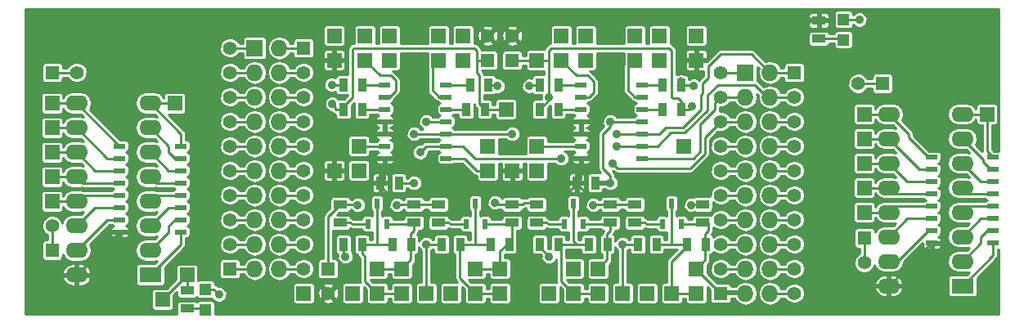
<source format=gtl>
G04 (created by PCBNEW (2013-07-07 BZR 4022)-stable) date 02/09/2014 18:49:16*
%MOIN*%
G04 Gerber Fmt 3.4, Leading zero omitted, Abs format*
%FSLAX34Y34*%
G01*
G70*
G90*
G04 APERTURE LIST*
%ADD10C,0.00393701*%
%ADD11R,0.068X0.068*%
%ADD12O,0.068X0.068*%
%ADD13R,0.055X0.055*%
%ADD14C,0.055*%
%ADD15R,0.0472X0.0472*%
%ADD16R,0.055X0.035*%
%ADD17R,0.035X0.055*%
%ADD18R,0.0236X0.0394*%
%ADD19R,0.045X0.02*%
%ADD20R,0.06X0.06*%
%ADD21R,0.09X0.062*%
%ADD22O,0.09X0.062*%
%ADD23C,0.035*%
%ADD24C,0.01*%
%ADD25C,0.02*%
G04 APERTURE END LIST*
G54D10*
G54D11*
X49000Y-24500D03*
G54D12*
X50000Y-24500D03*
X49000Y-25500D03*
X50000Y-25500D03*
X49000Y-26500D03*
X50000Y-26500D03*
X49000Y-27500D03*
X50000Y-27500D03*
X49000Y-28500D03*
X50000Y-28500D03*
X49000Y-29500D03*
X50000Y-29500D03*
X49000Y-30500D03*
X50000Y-30500D03*
X49000Y-31500D03*
X50000Y-31500D03*
X49000Y-32500D03*
X50000Y-32500D03*
X49000Y-33500D03*
X50000Y-33500D03*
G54D11*
X69000Y-25500D03*
G54D12*
X70000Y-25500D03*
X69000Y-26500D03*
X70000Y-26500D03*
X69000Y-27500D03*
X70000Y-27500D03*
X69000Y-28500D03*
X70000Y-28500D03*
X69000Y-29500D03*
X70000Y-29500D03*
X69000Y-30500D03*
X70000Y-30500D03*
X69000Y-31500D03*
X70000Y-31500D03*
X69000Y-32500D03*
X70000Y-32500D03*
X69000Y-33500D03*
X70000Y-33500D03*
X69000Y-34500D03*
X70000Y-34500D03*
G54D13*
X51000Y-24500D03*
G54D14*
X51000Y-25500D03*
X51000Y-26500D03*
X51000Y-27500D03*
X51000Y-28500D03*
X51000Y-29500D03*
X51000Y-30500D03*
X51000Y-31500D03*
X51000Y-32500D03*
X51000Y-33500D03*
G54D13*
X48000Y-33500D03*
G54D14*
X48000Y-32500D03*
X48000Y-31500D03*
X48000Y-30500D03*
X48000Y-29500D03*
X48000Y-28500D03*
X48000Y-27500D03*
X48000Y-26500D03*
X48000Y-25500D03*
X48000Y-24500D03*
G54D13*
X71000Y-25500D03*
G54D14*
X71000Y-26500D03*
X71000Y-27500D03*
X71000Y-28500D03*
X71000Y-29500D03*
X71000Y-30500D03*
X71000Y-31500D03*
X71000Y-32500D03*
X71000Y-33500D03*
X71000Y-34500D03*
G54D13*
X68000Y-34500D03*
G54D14*
X68000Y-33500D03*
X68000Y-32500D03*
X68000Y-31500D03*
X68000Y-30500D03*
X68000Y-29500D03*
X68000Y-28500D03*
X68000Y-27500D03*
X68000Y-26500D03*
X68000Y-25500D03*
G54D13*
X58500Y-25000D03*
G54D14*
X58500Y-24000D03*
G54D15*
X73000Y-24163D03*
X73000Y-23337D03*
X47000Y-35163D03*
X47000Y-34337D03*
G54D13*
X52000Y-33500D03*
G54D14*
X52000Y-34500D03*
G54D13*
X59500Y-25000D03*
G54D14*
X59500Y-24000D03*
G54D16*
X72000Y-24125D03*
X72000Y-23375D03*
X46250Y-35125D03*
X46250Y-34375D03*
G54D17*
X54125Y-30000D03*
X54875Y-30000D03*
X62125Y-30000D03*
X62875Y-30000D03*
X66625Y-32500D03*
X67375Y-32500D03*
X62625Y-32500D03*
X63375Y-32500D03*
X58625Y-32500D03*
X59375Y-32500D03*
X54625Y-32500D03*
X55375Y-32500D03*
G54D18*
X65625Y-31666D03*
X66000Y-30834D03*
X66375Y-31666D03*
X61625Y-31666D03*
X62000Y-30834D03*
X62375Y-31666D03*
X57625Y-31666D03*
X58000Y-30834D03*
X58375Y-31666D03*
X53625Y-31666D03*
X54000Y-30834D03*
X54375Y-31666D03*
G54D17*
X66375Y-27000D03*
X65625Y-27000D03*
X66375Y-26000D03*
X65625Y-26000D03*
X58375Y-27000D03*
X57625Y-27000D03*
X58525Y-26000D03*
X57775Y-26000D03*
X61375Y-27000D03*
X60625Y-27000D03*
X61375Y-26000D03*
X60625Y-26000D03*
X53375Y-27000D03*
X52625Y-27000D03*
X53375Y-26000D03*
X52625Y-26000D03*
G54D16*
X67250Y-31625D03*
X67250Y-30875D03*
X63500Y-31625D03*
X63500Y-30875D03*
X59500Y-31625D03*
X59500Y-30875D03*
X55500Y-31625D03*
X55500Y-30875D03*
X64500Y-30875D03*
X64500Y-31625D03*
X60500Y-30875D03*
X60500Y-31625D03*
X56500Y-30875D03*
X56500Y-31625D03*
X52500Y-30875D03*
X52500Y-31625D03*
G54D17*
X65375Y-32500D03*
X64625Y-32500D03*
X61375Y-32500D03*
X60625Y-32500D03*
X57375Y-32500D03*
X56625Y-32500D03*
X53375Y-32500D03*
X52625Y-32500D03*
G54D19*
X64800Y-29000D03*
X64800Y-28500D03*
X64800Y-28000D03*
X64800Y-27500D03*
X64800Y-27000D03*
X64800Y-26500D03*
X64800Y-26000D03*
X62300Y-26000D03*
X62300Y-26500D03*
X62300Y-27500D03*
X62300Y-28000D03*
X62300Y-28500D03*
X62300Y-29000D03*
X62300Y-27000D03*
X56800Y-29000D03*
X56800Y-28500D03*
X56800Y-28000D03*
X56800Y-27500D03*
X56800Y-27000D03*
X56800Y-26500D03*
X56800Y-26000D03*
X54300Y-26000D03*
X54300Y-26500D03*
X54300Y-27500D03*
X54300Y-28000D03*
X54300Y-28500D03*
X54300Y-29000D03*
X54300Y-27000D03*
G54D20*
X46250Y-33750D03*
X73850Y-31200D03*
X78850Y-27200D03*
X73850Y-27200D03*
X73850Y-30200D03*
X73850Y-28200D03*
X73850Y-29200D03*
X40750Y-28750D03*
X40750Y-30750D03*
X45750Y-26750D03*
X40750Y-26750D03*
X40750Y-29750D03*
X40750Y-27750D03*
X52250Y-24000D03*
X60500Y-25000D03*
X64500Y-24000D03*
X64500Y-25000D03*
X62500Y-25000D03*
X62500Y-24000D03*
X56500Y-24000D03*
X56500Y-25000D03*
X60500Y-28500D03*
X66500Y-28500D03*
X53250Y-28500D03*
X52250Y-25000D03*
X61500Y-24000D03*
X61500Y-25000D03*
X65500Y-24000D03*
X65500Y-25000D03*
X53500Y-24000D03*
X53500Y-25000D03*
X67000Y-33500D03*
X63000Y-33500D03*
X62000Y-33500D03*
X58000Y-33500D03*
X59000Y-33500D03*
X55000Y-33500D03*
X54000Y-33500D03*
X67000Y-34500D03*
X66000Y-34500D03*
X63000Y-34500D03*
X62000Y-34500D03*
X59000Y-34500D03*
X58000Y-34500D03*
X54000Y-34500D03*
X55000Y-34500D03*
X64000Y-34500D03*
X51000Y-34500D03*
X65000Y-34500D03*
X61000Y-34500D03*
X60500Y-29500D03*
X53000Y-34500D03*
X57000Y-34500D03*
X67000Y-24000D03*
X58500Y-29500D03*
X53250Y-29500D03*
X54500Y-25000D03*
X54500Y-24000D03*
X58500Y-28500D03*
X57500Y-24000D03*
X57500Y-25000D03*
X59250Y-27000D03*
X67000Y-25000D03*
X56000Y-34500D03*
X59500Y-29500D03*
X52250Y-29500D03*
G54D13*
X40750Y-32750D03*
G54D14*
X40750Y-31750D03*
G54D13*
X74600Y-25950D03*
G54D14*
X73600Y-25950D03*
G54D13*
X73850Y-32250D03*
G54D14*
X73850Y-33250D03*
G54D13*
X40750Y-25500D03*
G54D14*
X41750Y-25500D03*
G54D21*
X77850Y-34200D03*
G54D22*
X77850Y-33200D03*
X77850Y-32200D03*
X77850Y-31200D03*
X77850Y-30200D03*
X77850Y-29200D03*
X77850Y-28200D03*
X77850Y-27200D03*
X74850Y-27200D03*
X74850Y-28200D03*
X74850Y-29200D03*
X74850Y-30200D03*
X74850Y-31200D03*
X74850Y-32200D03*
X74850Y-33200D03*
X74850Y-34200D03*
G54D21*
X44750Y-33750D03*
G54D22*
X44750Y-32750D03*
X44750Y-31750D03*
X44750Y-30750D03*
X44750Y-29750D03*
X44750Y-28750D03*
X44750Y-27750D03*
X44750Y-26750D03*
X41750Y-26750D03*
X41750Y-27750D03*
X41750Y-28750D03*
X41750Y-29750D03*
X41750Y-30750D03*
X41750Y-31750D03*
X41750Y-32750D03*
X41750Y-33750D03*
G54D19*
X43500Y-32000D03*
X43500Y-31000D03*
X43500Y-30500D03*
X43500Y-30000D03*
X43500Y-29500D03*
X43500Y-29000D03*
X43500Y-28500D03*
X46000Y-28500D03*
X46000Y-29000D03*
X46000Y-29500D03*
X46000Y-30000D03*
X46000Y-30500D03*
X46000Y-31000D03*
X46000Y-31500D03*
X46000Y-32000D03*
X43500Y-31500D03*
X76600Y-32450D03*
X76600Y-31450D03*
X76600Y-30950D03*
X76600Y-30450D03*
X76600Y-29950D03*
X76600Y-29450D03*
X76600Y-28950D03*
X79100Y-28950D03*
X79100Y-29450D03*
X79100Y-29950D03*
X79100Y-30450D03*
X79100Y-30950D03*
X79100Y-31450D03*
X79100Y-31950D03*
X79100Y-32450D03*
X76600Y-31950D03*
G54D20*
X45250Y-34750D03*
G54D23*
X63600Y-29200D03*
X55500Y-28000D03*
X59500Y-28000D03*
X63750Y-28000D03*
X55750Y-28750D03*
X61500Y-29000D03*
X63750Y-28500D03*
X66800Y-30900D03*
X62800Y-30900D03*
X58800Y-30800D03*
X54800Y-30900D03*
X53200Y-30900D03*
X65500Y-30300D03*
X57500Y-30300D03*
X61000Y-26500D03*
X66832Y-26867D03*
X52167Y-26777D03*
X64000Y-32500D03*
X61000Y-33000D03*
X56000Y-32500D03*
X52700Y-33000D03*
X56000Y-27500D03*
X55500Y-30000D03*
X63500Y-27500D03*
X47550Y-34550D03*
X73650Y-23350D03*
X66900Y-26050D03*
X60200Y-26050D03*
X58900Y-26050D03*
X52150Y-26000D03*
X63500Y-30000D03*
G54D24*
X64800Y-29000D02*
X66875Y-29000D01*
X67765Y-26734D02*
X68000Y-26500D01*
X67765Y-27000D02*
X67765Y-26734D01*
X67150Y-27615D02*
X67765Y-27000D01*
X67150Y-28725D02*
X67150Y-27615D01*
X66875Y-29000D02*
X67150Y-28725D01*
X68000Y-26500D02*
X69000Y-26500D01*
X67350Y-28149D02*
X68000Y-27500D01*
X67350Y-28807D02*
X67350Y-28149D01*
X66757Y-29400D02*
X67350Y-28807D01*
X63800Y-29400D02*
X66757Y-29400D01*
X63600Y-29200D02*
X63800Y-29400D01*
X68000Y-27500D02*
X69000Y-27500D01*
X56800Y-29000D02*
X57550Y-29000D01*
X58050Y-29500D02*
X58500Y-29500D01*
X57550Y-29000D02*
X58050Y-29500D01*
X66000Y-30834D02*
X66000Y-32500D01*
X66000Y-34500D02*
X67000Y-34500D01*
X66000Y-33200D02*
X66000Y-34500D01*
X66625Y-32575D02*
X66000Y-33200D01*
X66625Y-32500D02*
X66625Y-32575D01*
X65374Y-32500D02*
X65375Y-32500D01*
X65375Y-32500D02*
X66000Y-32500D01*
X66000Y-32500D02*
X66625Y-32500D01*
X66625Y-32500D02*
X66625Y-32500D01*
X62000Y-30834D02*
X62000Y-32375D01*
X62000Y-32375D02*
X62125Y-32500D01*
X62000Y-34500D02*
X63000Y-34500D01*
X61374Y-32500D02*
X61375Y-32500D01*
X61500Y-32625D02*
X61374Y-32500D01*
X61500Y-34000D02*
X61500Y-32625D01*
X62000Y-34500D02*
X61500Y-34000D01*
X61375Y-32500D02*
X62125Y-32500D01*
X62125Y-32500D02*
X62625Y-32500D01*
X58000Y-30834D02*
X58000Y-32500D01*
X58000Y-32500D02*
X57975Y-32500D01*
X59000Y-34500D02*
X58000Y-34500D01*
X57374Y-32500D02*
X57375Y-32500D01*
X57374Y-33875D02*
X57374Y-32500D01*
X58000Y-34500D02*
X57374Y-33875D01*
X57375Y-32500D02*
X57975Y-32500D01*
X57975Y-32500D02*
X58625Y-32500D01*
X54000Y-30834D02*
X54000Y-32500D01*
X54000Y-34500D02*
X53500Y-34000D01*
X53375Y-32875D02*
X53375Y-32500D01*
X53500Y-33000D02*
X53375Y-32875D01*
X53500Y-34000D02*
X53500Y-33000D01*
X54000Y-34500D02*
X55000Y-34500D01*
X53375Y-32500D02*
X54000Y-32500D01*
X54000Y-32500D02*
X54625Y-32500D01*
X66375Y-31666D02*
X67209Y-31666D01*
X67209Y-31666D02*
X67250Y-31625D01*
X68000Y-34500D02*
X69000Y-34500D01*
X66374Y-31796D02*
X66374Y-31796D01*
X66374Y-31796D02*
X66374Y-31796D01*
X66374Y-31796D02*
X66374Y-31718D01*
X66374Y-31796D02*
X66374Y-31718D01*
X66374Y-31718D02*
X66374Y-31692D01*
X66374Y-31692D02*
X66374Y-31665D01*
X66375Y-31691D02*
X66375Y-31665D01*
X66374Y-31692D02*
X66375Y-31691D01*
X68900Y-34400D02*
X69000Y-34500D01*
X67900Y-34400D02*
X68900Y-34400D01*
X67000Y-33500D02*
X67900Y-34400D01*
X67500Y-31950D02*
X67500Y-31625D01*
X67499Y-31950D02*
X67500Y-31950D01*
X67374Y-32074D02*
X67499Y-31950D01*
X67374Y-32500D02*
X67374Y-32074D01*
X67374Y-33125D02*
X67374Y-32500D01*
X67255Y-33245D02*
X67374Y-33125D01*
X67000Y-33500D02*
X67255Y-33245D01*
X67374Y-32500D02*
X67374Y-32500D01*
X67374Y-32500D02*
X67374Y-32500D01*
X67374Y-32500D02*
X67375Y-32500D01*
X62375Y-31666D02*
X63459Y-31666D01*
X63459Y-31666D02*
X63500Y-31625D01*
X62374Y-31822D02*
X62374Y-31822D01*
X62374Y-31822D02*
X62374Y-31770D01*
X62374Y-31822D02*
X62374Y-31822D01*
X62374Y-31822D02*
X62374Y-31770D01*
X62374Y-31770D02*
X62374Y-31744D01*
X62374Y-31744D02*
X62374Y-31718D01*
X62375Y-31744D02*
X62375Y-31665D01*
X62374Y-31744D02*
X62375Y-31744D01*
X63374Y-33125D02*
X63374Y-32500D01*
X63000Y-33500D02*
X63374Y-33125D01*
X63374Y-32074D02*
X63374Y-32393D01*
X63499Y-31950D02*
X63374Y-32074D01*
X63500Y-31950D02*
X63499Y-31950D01*
X63500Y-31625D02*
X63500Y-31950D01*
X63374Y-32393D02*
X63374Y-32394D01*
X63374Y-32499D02*
X63374Y-32500D01*
X63374Y-32499D02*
X63374Y-32499D01*
X63374Y-32499D02*
X63374Y-32500D01*
X63374Y-32499D02*
X63374Y-32500D01*
X63374Y-32499D02*
X63374Y-32499D01*
X63374Y-32499D02*
X63374Y-32499D01*
X63374Y-32499D02*
X63374Y-32499D01*
X63374Y-32499D02*
X63374Y-32499D01*
X63374Y-32499D02*
X63374Y-32499D01*
X63374Y-32499D02*
X63374Y-32499D01*
X63374Y-32499D02*
X63374Y-32499D01*
X63374Y-32499D02*
X63374Y-32499D01*
X63374Y-32498D02*
X63374Y-32499D01*
X63374Y-32499D02*
X63374Y-32499D01*
X63374Y-32496D02*
X63374Y-32498D01*
X63374Y-32498D02*
X63374Y-32499D01*
X63374Y-32493D02*
X63374Y-32496D01*
X63374Y-32496D02*
X63374Y-32498D01*
X63374Y-32486D02*
X63374Y-32493D01*
X63374Y-32493D02*
X63374Y-32496D01*
X63374Y-32473D02*
X63374Y-32486D01*
X63374Y-32486D02*
X63374Y-32493D01*
X63374Y-32447D02*
X63374Y-32473D01*
X63374Y-32473D02*
X63374Y-32486D01*
X63374Y-32394D02*
X63374Y-32447D01*
X63374Y-32447D02*
X63374Y-32473D01*
X63374Y-32393D02*
X63374Y-32394D01*
X63374Y-32394D02*
X63374Y-32447D01*
X63374Y-32499D02*
X63375Y-32500D01*
X63374Y-32499D02*
X63374Y-32499D01*
X58375Y-31666D02*
X59459Y-31666D01*
X59459Y-31666D02*
X59500Y-31625D01*
X58374Y-31859D02*
X58374Y-31858D01*
X58374Y-31859D02*
X58374Y-31858D01*
X58374Y-31858D02*
X58374Y-31743D01*
X58374Y-31858D02*
X58374Y-31743D01*
X58374Y-31743D02*
X58374Y-31704D01*
X58374Y-31704D02*
X58374Y-31665D01*
X58375Y-31704D02*
X58375Y-31665D01*
X58374Y-31704D02*
X58375Y-31704D01*
X59500Y-32275D02*
X59500Y-31625D01*
X59275Y-32500D02*
X59500Y-32275D01*
X58000Y-33500D02*
X59000Y-33500D01*
X59000Y-32775D02*
X59275Y-32500D01*
X59000Y-33500D02*
X59000Y-32775D01*
X59374Y-32500D02*
X59275Y-32500D01*
X59374Y-32500D02*
X59375Y-32500D01*
X54375Y-31666D02*
X55459Y-31666D01*
X55459Y-31666D02*
X55500Y-31625D01*
X54374Y-31822D02*
X54374Y-31822D01*
X54374Y-31822D02*
X54374Y-31770D01*
X54374Y-31822D02*
X54374Y-31822D01*
X54374Y-31822D02*
X54374Y-31770D01*
X54374Y-31770D02*
X54374Y-31744D01*
X54374Y-31744D02*
X54374Y-31718D01*
X54375Y-31744D02*
X54375Y-31665D01*
X54374Y-31744D02*
X54375Y-31744D01*
X55000Y-33500D02*
X54000Y-33500D01*
X55374Y-33125D02*
X55374Y-32500D01*
X55000Y-33500D02*
X55374Y-33125D01*
X55374Y-32074D02*
X55374Y-32393D01*
X55499Y-31950D02*
X55374Y-32074D01*
X55500Y-31950D02*
X55499Y-31950D01*
X55500Y-31625D02*
X55500Y-31950D01*
X55374Y-32393D02*
X55374Y-32394D01*
X55374Y-32499D02*
X55374Y-32500D01*
X55374Y-32499D02*
X55374Y-32499D01*
X55374Y-32499D02*
X55374Y-32500D01*
X55374Y-32499D02*
X55374Y-32500D01*
X55374Y-32499D02*
X55374Y-32499D01*
X55374Y-32499D02*
X55374Y-32499D01*
X55374Y-32499D02*
X55374Y-32499D01*
X55374Y-32499D02*
X55374Y-32499D01*
X55374Y-32499D02*
X55374Y-32499D01*
X55374Y-32499D02*
X55374Y-32499D01*
X55374Y-32499D02*
X55374Y-32499D01*
X55374Y-32499D02*
X55374Y-32499D01*
X55374Y-32498D02*
X55374Y-32499D01*
X55374Y-32499D02*
X55374Y-32499D01*
X55374Y-32496D02*
X55374Y-32498D01*
X55374Y-32498D02*
X55374Y-32499D01*
X55374Y-32493D02*
X55374Y-32496D01*
X55374Y-32496D02*
X55374Y-32498D01*
X55374Y-32486D02*
X55374Y-32493D01*
X55374Y-32493D02*
X55374Y-32496D01*
X55374Y-32473D02*
X55374Y-32486D01*
X55374Y-32486D02*
X55374Y-32493D01*
X55374Y-32447D02*
X55374Y-32473D01*
X55374Y-32473D02*
X55374Y-32486D01*
X55374Y-32394D02*
X55374Y-32447D01*
X55374Y-32447D02*
X55374Y-32473D01*
X55374Y-32393D02*
X55374Y-32394D01*
X55374Y-32394D02*
X55374Y-32447D01*
X55374Y-32499D02*
X55375Y-32500D01*
X55374Y-32499D02*
X55374Y-32499D01*
X68000Y-25500D02*
X69000Y-25500D01*
X56800Y-28000D02*
X55500Y-28000D01*
X59500Y-28000D02*
X56800Y-28000D01*
X64800Y-28000D02*
X63750Y-28000D01*
X67500Y-25700D02*
X67250Y-25950D01*
X67200Y-26400D02*
X67200Y-27000D01*
X67250Y-26350D02*
X67200Y-26400D01*
X67250Y-25950D02*
X67250Y-26350D01*
X71000Y-25500D02*
X70000Y-25500D01*
X64800Y-28000D02*
X65500Y-28000D01*
X65500Y-28000D02*
X65750Y-27750D01*
X65750Y-27750D02*
X66450Y-27750D01*
X66450Y-27750D02*
X67200Y-27000D01*
X69250Y-24750D02*
X70000Y-25500D01*
X68000Y-24750D02*
X69250Y-24750D01*
X67500Y-25250D02*
X68000Y-24750D01*
X67500Y-25700D02*
X67500Y-25250D01*
X64800Y-26500D02*
X64500Y-26500D01*
X64225Y-25275D02*
X64500Y-25000D01*
X64225Y-26225D02*
X64225Y-25275D01*
X64500Y-26500D02*
X64225Y-26225D01*
X62300Y-26500D02*
X62625Y-26500D01*
X62125Y-25625D02*
X61500Y-25000D01*
X62575Y-25625D02*
X62125Y-25625D01*
X62825Y-25875D02*
X62575Y-25625D01*
X62825Y-26300D02*
X62825Y-25875D01*
X62625Y-26500D02*
X62825Y-26300D01*
X56800Y-26500D02*
X56525Y-26500D01*
X56250Y-25250D02*
X56500Y-25000D01*
X56250Y-26225D02*
X56250Y-25250D01*
X56525Y-26500D02*
X56250Y-26225D01*
X54300Y-26500D02*
X54500Y-26500D01*
X54125Y-25625D02*
X53500Y-25000D01*
X54550Y-25625D02*
X54125Y-25625D01*
X54750Y-25825D02*
X54550Y-25625D01*
X54750Y-26250D02*
X54750Y-25825D01*
X54500Y-26500D02*
X54750Y-26250D01*
X56800Y-28500D02*
X56000Y-28500D01*
X56000Y-28500D02*
X55750Y-28750D01*
X57500Y-28500D02*
X56800Y-28500D01*
X58000Y-29000D02*
X57500Y-28500D01*
X61500Y-29000D02*
X58000Y-29000D01*
X64800Y-28500D02*
X63750Y-28500D01*
X70000Y-26500D02*
X69875Y-26500D01*
X65425Y-28500D02*
X64800Y-28500D01*
X65974Y-27950D02*
X65425Y-28500D01*
X66532Y-27950D02*
X65974Y-27950D01*
X67450Y-27032D02*
X66532Y-27950D01*
X67450Y-26425D02*
X67450Y-27032D01*
X67875Y-26000D02*
X67450Y-26425D01*
X69375Y-26000D02*
X67875Y-26000D01*
X69875Y-26500D02*
X69375Y-26000D01*
X71000Y-26500D02*
X70000Y-26500D01*
X70000Y-26500D02*
X69900Y-26500D01*
X46000Y-32000D02*
X46000Y-32500D01*
X46000Y-32500D02*
X44750Y-33750D01*
X46000Y-31500D02*
X45750Y-31500D01*
X45500Y-32000D02*
X44750Y-32750D01*
X45500Y-31750D02*
X45500Y-32000D01*
X45750Y-31500D02*
X45500Y-31750D01*
X46000Y-31000D02*
X45500Y-31000D01*
X45500Y-31000D02*
X44750Y-31750D01*
X46000Y-30500D02*
X45000Y-30500D01*
X45000Y-30500D02*
X44750Y-30750D01*
X46000Y-30000D02*
X45000Y-30000D01*
X45000Y-30000D02*
X44750Y-29750D01*
X46000Y-29500D02*
X45500Y-29500D01*
X45500Y-29500D02*
X44750Y-28750D01*
X46000Y-29000D02*
X45750Y-29000D01*
X45500Y-28500D02*
X44750Y-27750D01*
X45500Y-28750D02*
X45500Y-28500D01*
X45750Y-29000D02*
X45500Y-28750D01*
X46000Y-28500D02*
X46000Y-28000D01*
X46000Y-28000D02*
X44750Y-26750D01*
X44750Y-26750D02*
X45750Y-26750D01*
X43500Y-28500D02*
X41750Y-26750D01*
X40750Y-26750D02*
X41750Y-26750D01*
X43500Y-30000D02*
X42000Y-30000D01*
X42000Y-30000D02*
X41750Y-29750D01*
X41750Y-29750D02*
X40750Y-29750D01*
X43500Y-30500D02*
X42000Y-30500D01*
X42000Y-30500D02*
X41750Y-30750D01*
X41750Y-30750D02*
X40750Y-30750D01*
X43500Y-31000D02*
X42500Y-31000D01*
X42500Y-31000D02*
X41750Y-31750D01*
X79100Y-32450D02*
X79100Y-32950D01*
X79100Y-32950D02*
X77850Y-34200D01*
X79100Y-31950D02*
X78850Y-31950D01*
X78600Y-32450D02*
X77850Y-33200D01*
X78600Y-32200D02*
X78600Y-32450D01*
X78850Y-31950D02*
X78600Y-32200D01*
X79100Y-31450D02*
X78600Y-31450D01*
X78600Y-31450D02*
X77850Y-32200D01*
X79100Y-30950D02*
X78100Y-30950D01*
X78100Y-30950D02*
X77850Y-31200D01*
X79100Y-30450D02*
X78100Y-30450D01*
X78100Y-30450D02*
X77850Y-30200D01*
X79100Y-29950D02*
X78600Y-29950D01*
X78600Y-29950D02*
X77850Y-29200D01*
X79100Y-29450D02*
X79000Y-29450D01*
X78700Y-29050D02*
X77850Y-28200D01*
X78700Y-29150D02*
X78700Y-29050D01*
X79000Y-29450D02*
X78700Y-29150D01*
X78850Y-27200D02*
X78850Y-28700D01*
X78850Y-28700D02*
X79100Y-28950D01*
X77850Y-27200D02*
X78850Y-27200D01*
X76600Y-28950D02*
X76450Y-28950D01*
X75650Y-28000D02*
X74850Y-27200D01*
X75650Y-28150D02*
X75650Y-28000D01*
X76450Y-28950D02*
X75650Y-28150D01*
X73850Y-27200D02*
X74850Y-27200D01*
X76600Y-30450D02*
X75100Y-30450D01*
X75100Y-30450D02*
X74850Y-30200D01*
X73850Y-30200D02*
X74850Y-30200D01*
X76600Y-30950D02*
X75100Y-30950D01*
X75100Y-30950D02*
X74850Y-31200D01*
X73850Y-31200D02*
X74850Y-31200D01*
X76600Y-31450D02*
X75600Y-31450D01*
X75600Y-31450D02*
X74850Y-32200D01*
X40750Y-31750D02*
X40750Y-32750D01*
X41750Y-25500D02*
X40750Y-25500D01*
X43500Y-29500D02*
X42500Y-29500D01*
X42500Y-29500D02*
X41750Y-28750D01*
X41750Y-28750D02*
X40750Y-28750D01*
X43500Y-29000D02*
X43000Y-29000D01*
X43000Y-29000D02*
X41750Y-27750D01*
X40750Y-27750D02*
X41750Y-27750D01*
X73850Y-32250D02*
X73850Y-33250D01*
X73600Y-25950D02*
X74600Y-25950D01*
X76600Y-29950D02*
X75600Y-29950D01*
X75600Y-29950D02*
X74850Y-29200D01*
X73850Y-29200D02*
X74850Y-29200D01*
X76600Y-29450D02*
X76100Y-29450D01*
X76100Y-29450D02*
X74850Y-28200D01*
X73850Y-28200D02*
X74850Y-28200D01*
X52000Y-33500D02*
X52000Y-31375D01*
X52000Y-31375D02*
X52500Y-30875D01*
X66825Y-30875D02*
X67500Y-30875D01*
X66800Y-30900D02*
X66825Y-30875D01*
X62825Y-30875D02*
X63500Y-30875D01*
X62800Y-30900D02*
X62825Y-30875D01*
X58874Y-30875D02*
X59500Y-30875D01*
X58800Y-30800D02*
X58874Y-30875D01*
X54825Y-30875D02*
X55500Y-30875D01*
X54800Y-30900D02*
X54825Y-30875D01*
X53174Y-30875D02*
X53200Y-30900D01*
X52500Y-30875D02*
X53174Y-30875D01*
X55500Y-30875D02*
X56500Y-30875D01*
X59925Y-30875D02*
X59500Y-30875D01*
X60001Y-30799D02*
X59925Y-30875D01*
X60500Y-30799D02*
X60001Y-30799D01*
X60500Y-30875D02*
X60500Y-30799D01*
X64500Y-30875D02*
X63500Y-30875D01*
X43500Y-32000D02*
X41750Y-33750D01*
X76600Y-32450D02*
X74850Y-34200D01*
X62300Y-28000D02*
X62300Y-27500D01*
X62300Y-29000D02*
X62475Y-29000D01*
X62500Y-28000D02*
X62300Y-28000D01*
X62750Y-28250D02*
X62500Y-28000D01*
X62750Y-28725D02*
X62750Y-28250D01*
X62475Y-29000D02*
X62750Y-28725D01*
X62300Y-29000D02*
X62300Y-29825D01*
X62300Y-29825D02*
X62125Y-30000D01*
X54300Y-28000D02*
X54300Y-27500D01*
X54300Y-29000D02*
X54525Y-29000D01*
X54525Y-28000D02*
X54300Y-28000D01*
X54800Y-28275D02*
X54525Y-28000D01*
X54800Y-28725D02*
X54800Y-28275D01*
X54525Y-29000D02*
X54800Y-28725D01*
X54300Y-29000D02*
X54300Y-29825D01*
X54300Y-29825D02*
X54125Y-30000D01*
X59500Y-29500D02*
X59500Y-30100D01*
X59500Y-30100D02*
X59700Y-30300D01*
X59500Y-30100D02*
X59600Y-30200D01*
X65300Y-30500D02*
X65500Y-30300D01*
X62600Y-30500D02*
X65300Y-30500D01*
X62125Y-30025D02*
X62600Y-30500D01*
X57300Y-30500D02*
X57500Y-30300D01*
X54500Y-30500D02*
X57300Y-30500D01*
X54125Y-30125D02*
X54500Y-30500D01*
X54125Y-30000D02*
X54125Y-30125D01*
X54025Y-30100D02*
X54125Y-30000D01*
X61850Y-30300D02*
X62125Y-30025D01*
X57500Y-30300D02*
X59700Y-30300D01*
X59700Y-30300D02*
X61850Y-30300D01*
X54125Y-30000D02*
X54125Y-30000D01*
X62125Y-29999D02*
X62125Y-30025D01*
X62125Y-29999D02*
X62125Y-29999D01*
X62125Y-30000D02*
X62125Y-29999D01*
X61000Y-26500D02*
X61000Y-26625D01*
X61000Y-26625D02*
X60625Y-27000D01*
X61000Y-26500D02*
X61000Y-25000D01*
X60500Y-25000D02*
X61000Y-25000D01*
X59500Y-25000D02*
X60500Y-25000D01*
X66375Y-26675D02*
X66375Y-27000D01*
X66250Y-26550D02*
X66375Y-26675D01*
X66050Y-26550D02*
X66250Y-26550D01*
X66000Y-26500D02*
X66050Y-26550D01*
X66000Y-24600D02*
X66000Y-26500D01*
X65900Y-24500D02*
X66000Y-24600D01*
X61100Y-24500D02*
X65900Y-24500D01*
X61000Y-24600D02*
X61100Y-24500D01*
X61000Y-24850D02*
X61000Y-24600D01*
X61000Y-25000D02*
X61000Y-24850D01*
X66832Y-26867D02*
X66700Y-27000D01*
X66700Y-27000D02*
X66375Y-27000D01*
X66375Y-27000D02*
X66374Y-27000D01*
X60625Y-27000D02*
X60625Y-27000D01*
X58375Y-27000D02*
X59250Y-27000D01*
X58500Y-25000D02*
X58050Y-25000D01*
X52625Y-27000D02*
X52625Y-26875D01*
X58150Y-26775D02*
X58375Y-27000D01*
X58150Y-25600D02*
X58150Y-26775D01*
X58050Y-25500D02*
X58150Y-25600D01*
X58050Y-24600D02*
X58050Y-25000D01*
X58050Y-25000D02*
X58050Y-25500D01*
X57950Y-24500D02*
X58050Y-24600D01*
X53050Y-24500D02*
X57950Y-24500D01*
X53000Y-24550D02*
X53050Y-24500D01*
X53000Y-26500D02*
X53000Y-24550D01*
X52625Y-26875D02*
X53000Y-26500D01*
X52625Y-27000D02*
X52625Y-27000D01*
X52300Y-26910D02*
X52167Y-26777D01*
X52300Y-27000D02*
X52300Y-26910D01*
X52625Y-27000D02*
X52300Y-27000D01*
X58375Y-27000D02*
X58374Y-27000D01*
X64000Y-32500D02*
X64000Y-34500D01*
X60625Y-32625D02*
X60625Y-32578D01*
X61000Y-33000D02*
X60625Y-32625D01*
X60625Y-32578D02*
X60625Y-32577D01*
X64000Y-32500D02*
X64625Y-32500D01*
X64625Y-32500D02*
X64625Y-32500D01*
X60625Y-32578D02*
X60625Y-32577D01*
X60625Y-32577D02*
X60625Y-32531D01*
X60625Y-32577D02*
X60625Y-32531D01*
X60625Y-32531D02*
X60625Y-32515D01*
X60625Y-32515D02*
X60625Y-32500D01*
X60625Y-32515D02*
X60625Y-32500D01*
X60625Y-32515D02*
X60625Y-32515D01*
X56000Y-32500D02*
X56000Y-34500D01*
X52625Y-32925D02*
X52625Y-32593D01*
X52700Y-33000D02*
X52625Y-32925D01*
X52625Y-32593D02*
X52625Y-32593D01*
X56000Y-32500D02*
X56625Y-32500D01*
X56625Y-32500D02*
X56625Y-32500D01*
X52625Y-32593D02*
X52625Y-32562D01*
X52625Y-32593D02*
X52625Y-32593D01*
X52625Y-32593D02*
X52625Y-32562D01*
X52625Y-32562D02*
X52625Y-32546D01*
X52625Y-32546D02*
X52625Y-32531D01*
X52625Y-32546D02*
X52625Y-32500D01*
X52625Y-32546D02*
X52625Y-32546D01*
X43500Y-31500D02*
X43000Y-31500D01*
X43000Y-31500D02*
X41750Y-32750D01*
X76600Y-31950D02*
X76450Y-31950D01*
X75200Y-33200D02*
X74850Y-33200D01*
X76450Y-31950D02*
X75200Y-33200D01*
X56800Y-27500D02*
X56000Y-27500D01*
X54875Y-30000D02*
X55500Y-30000D01*
X64800Y-27500D02*
X63500Y-27500D01*
X48000Y-24500D02*
X49000Y-24500D01*
X47000Y-34337D02*
X47337Y-34337D01*
X47337Y-34337D02*
X47550Y-34550D01*
X73000Y-23337D02*
X73637Y-23337D01*
X73637Y-23337D02*
X73650Y-23350D01*
X66375Y-26000D02*
X66850Y-26000D01*
X66850Y-26000D02*
X66900Y-26050D01*
X60625Y-26000D02*
X60250Y-26000D01*
X60250Y-26000D02*
X60200Y-26050D01*
X58525Y-26000D02*
X58850Y-26000D01*
X58850Y-26000D02*
X58900Y-26050D01*
X52625Y-26000D02*
X52150Y-26000D01*
X63500Y-29700D02*
X63500Y-30000D01*
X63500Y-27500D02*
X63500Y-27700D01*
X63500Y-27700D02*
X63200Y-28000D01*
X63200Y-28000D02*
X63200Y-29400D01*
X63200Y-29400D02*
X63500Y-29700D01*
X66374Y-26000D02*
X66212Y-26000D01*
X62874Y-29906D02*
X62874Y-29812D01*
X54874Y-29906D02*
X54874Y-29812D01*
G54D25*
X66374Y-25781D02*
X66374Y-25781D01*
X66374Y-25781D02*
X66374Y-25781D01*
X66374Y-25781D02*
X66374Y-25890D01*
X66374Y-25781D02*
X66374Y-25890D01*
X54874Y-29929D02*
X54874Y-29929D01*
X66374Y-25890D02*
X66374Y-25945D01*
X66374Y-25890D02*
X66374Y-25945D01*
X66374Y-25945D02*
X66374Y-25972D01*
X66374Y-25999D02*
X66374Y-26000D01*
X62874Y-30000D02*
X62875Y-30000D01*
X62874Y-29906D02*
X62874Y-30000D01*
X62875Y-30000D02*
X63500Y-30000D01*
X66374Y-25999D02*
X66374Y-25999D01*
X66374Y-25999D02*
X66374Y-26000D01*
X66374Y-25999D02*
X66374Y-26000D01*
X66374Y-25999D02*
X66374Y-25999D01*
X66374Y-25999D02*
X66374Y-25999D01*
X66374Y-25999D02*
X66374Y-25999D01*
X66374Y-25999D02*
X66374Y-25999D01*
X66374Y-25999D02*
X66374Y-25999D01*
X66374Y-25999D02*
X66374Y-25999D01*
X66374Y-25999D02*
X66374Y-25999D01*
X66374Y-25999D02*
X66374Y-25999D01*
X66374Y-25998D02*
X66374Y-25999D01*
X66374Y-25999D02*
X66374Y-25999D01*
X66374Y-25996D02*
X66374Y-25998D01*
X66374Y-25998D02*
X66374Y-25999D01*
X66374Y-25993D02*
X66374Y-25996D01*
X66374Y-25996D02*
X66374Y-25998D01*
X66374Y-25986D02*
X66374Y-25993D01*
X66374Y-25993D02*
X66374Y-25996D01*
X66374Y-25972D02*
X66374Y-25986D01*
X66374Y-25986D02*
X66374Y-25993D01*
X66374Y-25945D02*
X66374Y-25972D01*
X66374Y-25972D02*
X66374Y-25986D01*
X54874Y-29929D02*
X54874Y-29953D01*
X54874Y-29906D02*
X54874Y-29929D01*
X54874Y-29929D02*
X54874Y-29929D01*
X54874Y-29929D02*
X54874Y-29953D01*
X66374Y-25999D02*
X66375Y-26000D01*
X66374Y-25999D02*
X66374Y-25999D01*
X54874Y-29953D02*
X54874Y-29976D01*
X54874Y-29976D02*
X54874Y-30000D01*
X54875Y-29976D02*
X54875Y-30000D01*
X54874Y-29976D02*
X54875Y-29976D01*
G54D24*
X70000Y-27500D02*
X71000Y-27500D01*
X56800Y-27000D02*
X57625Y-27000D01*
X57625Y-27000D02*
X57625Y-27000D01*
X56800Y-26000D02*
X57775Y-26000D01*
X54300Y-26000D02*
X53375Y-26000D01*
X53374Y-26000D02*
X53375Y-26000D01*
X54300Y-27000D02*
X53375Y-27000D01*
X53375Y-27000D02*
X53374Y-27000D01*
X64966Y-31665D02*
X65625Y-31665D01*
X64925Y-31625D02*
X64966Y-31665D01*
X64500Y-31625D02*
X64925Y-31625D01*
X65625Y-31665D02*
X65625Y-31665D01*
X70000Y-33500D02*
X71000Y-33500D01*
X70000Y-28500D02*
X71000Y-28500D01*
X70000Y-29500D02*
X71000Y-29500D01*
X70000Y-30500D02*
X71000Y-30500D01*
X70000Y-31500D02*
X71000Y-31500D01*
X70000Y-34500D02*
X71000Y-34500D01*
X70000Y-32500D02*
X71000Y-32500D01*
X48000Y-29500D02*
X49000Y-29500D01*
X50000Y-25500D02*
X51000Y-25500D01*
X50000Y-26500D02*
X51000Y-26500D01*
X50000Y-27500D02*
X51000Y-27500D01*
X50000Y-28500D02*
X51000Y-28500D01*
X50000Y-29500D02*
X51000Y-29500D01*
X50000Y-30500D02*
X51000Y-30500D01*
X50000Y-31500D02*
X51000Y-31500D01*
X50000Y-32500D02*
X51000Y-32500D01*
X50000Y-33500D02*
X51000Y-33500D01*
X48000Y-33500D02*
X49000Y-33500D01*
X48000Y-32500D02*
X49000Y-32500D01*
X48000Y-31500D02*
X49000Y-31500D01*
X48000Y-30500D02*
X49000Y-30500D01*
X48000Y-28500D02*
X49000Y-28500D01*
X48000Y-27500D02*
X49000Y-27500D01*
X48000Y-26500D02*
X49000Y-26500D01*
X48000Y-25500D02*
X49000Y-25500D01*
X68000Y-33500D02*
X69000Y-33500D01*
X50000Y-24500D02*
X51000Y-24500D01*
X68000Y-32500D02*
X69000Y-32500D01*
X60500Y-28500D02*
X62437Y-28500D01*
X54300Y-28500D02*
X53250Y-28500D01*
X68000Y-31500D02*
X69000Y-31500D01*
X46250Y-33750D02*
X45250Y-34750D01*
X46250Y-34375D02*
X46250Y-33750D01*
X68000Y-30500D02*
X69000Y-30500D01*
X72000Y-24125D02*
X72962Y-24125D01*
X72962Y-24125D02*
X73000Y-24163D01*
X68000Y-29500D02*
X69000Y-29500D01*
X46250Y-35125D02*
X46962Y-35125D01*
X46962Y-35125D02*
X47000Y-35163D01*
X64800Y-27000D02*
X65625Y-27000D01*
X65625Y-27000D02*
X65625Y-27000D01*
X64800Y-26000D02*
X65625Y-26000D01*
X65625Y-26000D02*
X65625Y-26000D01*
X62300Y-26000D02*
X61375Y-26000D01*
X61374Y-26000D02*
X61375Y-26000D01*
X68000Y-28500D02*
X69000Y-28500D01*
X62300Y-27000D02*
X61375Y-27000D01*
X61375Y-27000D02*
X61374Y-27000D01*
X56966Y-31665D02*
X57625Y-31665D01*
X56925Y-31625D02*
X56966Y-31665D01*
X56500Y-31625D02*
X56925Y-31625D01*
X57625Y-31665D02*
X57625Y-31665D01*
X60966Y-31665D02*
X61625Y-31665D01*
X60925Y-31625D02*
X60966Y-31665D01*
X60500Y-31625D02*
X60925Y-31625D01*
X61625Y-31665D02*
X61625Y-31665D01*
X52966Y-31665D02*
X53625Y-31665D01*
X52925Y-31625D02*
X52966Y-31665D01*
X52500Y-31625D02*
X52925Y-31625D01*
X53625Y-31665D02*
X53625Y-31665D01*
G54D10*
G36*
X79330Y-35330D02*
X76975Y-35330D01*
X76975Y-32579D01*
X76975Y-32320D01*
X76952Y-32265D01*
X76910Y-32222D01*
X76854Y-32200D01*
X76854Y-32200D01*
X76909Y-32177D01*
X76952Y-32135D01*
X76974Y-32079D01*
X76975Y-32020D01*
X76975Y-31820D01*
X76952Y-31765D01*
X76910Y-31722D01*
X76854Y-31700D01*
X76854Y-31700D01*
X76909Y-31677D01*
X76952Y-31635D01*
X76974Y-31579D01*
X76975Y-31520D01*
X76975Y-31320D01*
X76952Y-31265D01*
X76910Y-31222D01*
X76854Y-31200D01*
X76854Y-31200D01*
X76909Y-31177D01*
X76952Y-31135D01*
X76974Y-31079D01*
X76975Y-31020D01*
X76975Y-30820D01*
X76952Y-30765D01*
X76910Y-30722D01*
X76854Y-30700D01*
X76854Y-30700D01*
X76909Y-30677D01*
X76952Y-30635D01*
X76974Y-30579D01*
X76975Y-30520D01*
X76975Y-30320D01*
X76952Y-30265D01*
X76910Y-30222D01*
X76854Y-30200D01*
X76854Y-30200D01*
X76909Y-30177D01*
X76952Y-30135D01*
X76974Y-30079D01*
X76975Y-30020D01*
X76975Y-29820D01*
X76952Y-29765D01*
X76910Y-29722D01*
X76854Y-29700D01*
X76854Y-29700D01*
X76909Y-29677D01*
X76952Y-29635D01*
X76974Y-29579D01*
X76975Y-29520D01*
X76975Y-29320D01*
X76952Y-29265D01*
X76910Y-29222D01*
X76854Y-29200D01*
X76854Y-29200D01*
X76909Y-29177D01*
X76952Y-29135D01*
X76974Y-29079D01*
X76975Y-29020D01*
X76975Y-28820D01*
X76952Y-28765D01*
X76910Y-28722D01*
X76854Y-28700D01*
X76795Y-28699D01*
X76482Y-28699D01*
X75850Y-28067D01*
X75850Y-28000D01*
X75849Y-27999D01*
X75834Y-27923D01*
X75834Y-27923D01*
X75820Y-27901D01*
X75791Y-27858D01*
X75791Y-27858D01*
X75379Y-27446D01*
X75426Y-27376D01*
X75461Y-27200D01*
X75426Y-27023D01*
X75327Y-26874D01*
X75177Y-26775D01*
X75025Y-26744D01*
X75025Y-26195D01*
X75025Y-25645D01*
X75002Y-25590D01*
X74960Y-25547D01*
X74904Y-25525D01*
X74845Y-25524D01*
X74295Y-25524D01*
X74240Y-25547D01*
X74197Y-25589D01*
X74175Y-25645D01*
X74174Y-25704D01*
X74174Y-25750D01*
X73977Y-25750D01*
X73975Y-25744D01*
X73975Y-23285D01*
X73925Y-23166D01*
X73834Y-23074D01*
X73714Y-23025D01*
X73585Y-23024D01*
X73466Y-23074D01*
X73403Y-23137D01*
X73386Y-23137D01*
X73386Y-23071D01*
X73363Y-23016D01*
X73321Y-22973D01*
X73265Y-22951D01*
X73206Y-22950D01*
X72734Y-22950D01*
X72679Y-22973D01*
X72636Y-23015D01*
X72614Y-23071D01*
X72613Y-23130D01*
X72613Y-23602D01*
X72636Y-23657D01*
X72678Y-23700D01*
X72734Y-23722D01*
X72793Y-23723D01*
X73265Y-23723D01*
X73320Y-23700D01*
X73363Y-23658D01*
X73385Y-23602D01*
X73386Y-23545D01*
X73465Y-23625D01*
X73585Y-23674D01*
X73714Y-23675D01*
X73833Y-23625D01*
X73925Y-23534D01*
X73974Y-23414D01*
X73975Y-23285D01*
X73975Y-25744D01*
X73960Y-25709D01*
X73841Y-25589D01*
X73684Y-25525D01*
X73515Y-25524D01*
X73386Y-25578D01*
X73386Y-24369D01*
X73386Y-23897D01*
X73363Y-23842D01*
X73321Y-23799D01*
X73265Y-23777D01*
X73206Y-23776D01*
X72734Y-23776D01*
X72679Y-23799D01*
X72636Y-23841D01*
X72614Y-23897D01*
X72614Y-23925D01*
X72425Y-23925D01*
X72425Y-23920D01*
X72425Y-23579D01*
X72425Y-23170D01*
X72402Y-23115D01*
X72360Y-23072D01*
X72304Y-23050D01*
X72245Y-23049D01*
X72087Y-23050D01*
X72050Y-23087D01*
X72050Y-23325D01*
X72387Y-23325D01*
X72425Y-23287D01*
X72425Y-23170D01*
X72425Y-23579D01*
X72425Y-23462D01*
X72387Y-23425D01*
X72050Y-23425D01*
X72050Y-23662D01*
X72087Y-23700D01*
X72245Y-23700D01*
X72304Y-23699D01*
X72360Y-23677D01*
X72402Y-23634D01*
X72425Y-23579D01*
X72425Y-23920D01*
X72402Y-23865D01*
X72360Y-23822D01*
X72304Y-23800D01*
X72245Y-23799D01*
X71950Y-23799D01*
X71950Y-23662D01*
X71950Y-23425D01*
X71950Y-23325D01*
X71950Y-23087D01*
X71912Y-23050D01*
X71754Y-23049D01*
X71695Y-23050D01*
X71639Y-23072D01*
X71597Y-23115D01*
X71574Y-23170D01*
X71575Y-23287D01*
X71612Y-23325D01*
X71950Y-23325D01*
X71950Y-23425D01*
X71612Y-23425D01*
X71575Y-23462D01*
X71574Y-23579D01*
X71597Y-23634D01*
X71639Y-23677D01*
X71695Y-23699D01*
X71754Y-23700D01*
X71912Y-23700D01*
X71950Y-23662D01*
X71950Y-23799D01*
X71695Y-23799D01*
X71640Y-23822D01*
X71597Y-23864D01*
X71575Y-23920D01*
X71574Y-23979D01*
X71574Y-24329D01*
X71597Y-24384D01*
X71639Y-24427D01*
X71695Y-24449D01*
X71754Y-24450D01*
X72304Y-24450D01*
X72359Y-24427D01*
X72402Y-24385D01*
X72424Y-24329D01*
X72424Y-24325D01*
X72613Y-24325D01*
X72613Y-24428D01*
X72636Y-24483D01*
X72678Y-24526D01*
X72734Y-24548D01*
X72793Y-24549D01*
X73265Y-24549D01*
X73320Y-24526D01*
X73363Y-24484D01*
X73385Y-24428D01*
X73386Y-24369D01*
X73386Y-25578D01*
X73359Y-25589D01*
X73239Y-25708D01*
X73175Y-25865D01*
X73174Y-26034D01*
X73239Y-26190D01*
X73358Y-26310D01*
X73515Y-26374D01*
X73684Y-26375D01*
X73840Y-26310D01*
X73960Y-26191D01*
X73977Y-26150D01*
X74174Y-26150D01*
X74174Y-26254D01*
X74197Y-26309D01*
X74239Y-26352D01*
X74295Y-26374D01*
X74354Y-26375D01*
X74904Y-26375D01*
X74959Y-26352D01*
X75002Y-26310D01*
X75024Y-26254D01*
X75025Y-26195D01*
X75025Y-26744D01*
X75001Y-26740D01*
X74698Y-26740D01*
X74522Y-26775D01*
X74372Y-26874D01*
X74300Y-26983D01*
X74300Y-26870D01*
X74277Y-26815D01*
X74235Y-26772D01*
X74179Y-26750D01*
X74120Y-26749D01*
X73520Y-26749D01*
X73465Y-26772D01*
X73422Y-26814D01*
X73400Y-26870D01*
X73399Y-26929D01*
X73399Y-27529D01*
X73422Y-27584D01*
X73464Y-27627D01*
X73520Y-27649D01*
X73579Y-27650D01*
X74179Y-27650D01*
X74234Y-27627D01*
X74277Y-27585D01*
X74299Y-27529D01*
X74300Y-27470D01*
X74300Y-27416D01*
X74372Y-27525D01*
X74522Y-27624D01*
X74698Y-27660D01*
X75001Y-27660D01*
X75022Y-27655D01*
X75133Y-27766D01*
X75001Y-27740D01*
X74698Y-27740D01*
X74522Y-27775D01*
X74372Y-27874D01*
X74300Y-27983D01*
X74300Y-27870D01*
X74277Y-27815D01*
X74235Y-27772D01*
X74179Y-27750D01*
X74120Y-27749D01*
X73520Y-27749D01*
X73465Y-27772D01*
X73422Y-27814D01*
X73400Y-27870D01*
X73399Y-27929D01*
X73399Y-28529D01*
X73422Y-28584D01*
X73464Y-28627D01*
X73520Y-28649D01*
X73579Y-28650D01*
X74179Y-28650D01*
X74234Y-28627D01*
X74277Y-28585D01*
X74299Y-28529D01*
X74300Y-28470D01*
X74300Y-28416D01*
X74372Y-28525D01*
X74522Y-28624D01*
X74698Y-28660D01*
X75001Y-28660D01*
X75022Y-28655D01*
X75133Y-28766D01*
X75001Y-28740D01*
X74698Y-28740D01*
X74522Y-28775D01*
X74372Y-28874D01*
X74300Y-28983D01*
X74300Y-28870D01*
X74277Y-28815D01*
X74235Y-28772D01*
X74179Y-28750D01*
X74120Y-28749D01*
X73520Y-28749D01*
X73465Y-28772D01*
X73422Y-28814D01*
X73400Y-28870D01*
X73399Y-28929D01*
X73399Y-29529D01*
X73422Y-29584D01*
X73464Y-29627D01*
X73520Y-29649D01*
X73579Y-29650D01*
X74179Y-29650D01*
X74234Y-29627D01*
X74277Y-29585D01*
X74299Y-29529D01*
X74300Y-29470D01*
X74300Y-29416D01*
X74372Y-29525D01*
X74522Y-29624D01*
X74698Y-29660D01*
X75001Y-29660D01*
X75022Y-29655D01*
X75133Y-29766D01*
X75001Y-29740D01*
X74698Y-29740D01*
X74522Y-29775D01*
X74372Y-29874D01*
X74300Y-29983D01*
X74300Y-29870D01*
X74277Y-29815D01*
X74235Y-29772D01*
X74179Y-29750D01*
X74120Y-29749D01*
X73520Y-29749D01*
X73465Y-29772D01*
X73422Y-29814D01*
X73400Y-29870D01*
X73399Y-29929D01*
X73399Y-30529D01*
X73422Y-30584D01*
X73464Y-30627D01*
X73520Y-30649D01*
X73579Y-30650D01*
X74179Y-30650D01*
X74234Y-30627D01*
X74277Y-30585D01*
X74299Y-30529D01*
X74300Y-30470D01*
X74300Y-30416D01*
X74372Y-30525D01*
X74522Y-30624D01*
X74698Y-30660D01*
X75001Y-30660D01*
X75076Y-30645D01*
X75100Y-30650D01*
X76262Y-30650D01*
X76289Y-30677D01*
X76345Y-30699D01*
X76345Y-30699D01*
X76290Y-30722D01*
X76262Y-30750D01*
X75100Y-30750D01*
X75076Y-30754D01*
X75001Y-30740D01*
X74698Y-30740D01*
X74522Y-30775D01*
X74372Y-30874D01*
X74300Y-30983D01*
X74300Y-30870D01*
X74277Y-30815D01*
X74235Y-30772D01*
X74179Y-30750D01*
X74120Y-30749D01*
X73520Y-30749D01*
X73465Y-30772D01*
X73422Y-30814D01*
X73400Y-30870D01*
X73399Y-30929D01*
X73399Y-31529D01*
X73422Y-31584D01*
X73464Y-31627D01*
X73520Y-31649D01*
X73579Y-31650D01*
X74179Y-31650D01*
X74234Y-31627D01*
X74277Y-31585D01*
X74299Y-31529D01*
X74300Y-31470D01*
X74300Y-31416D01*
X74372Y-31525D01*
X74522Y-31624D01*
X74698Y-31660D01*
X75001Y-31660D01*
X75133Y-31633D01*
X75022Y-31744D01*
X75001Y-31740D01*
X74698Y-31740D01*
X74522Y-31775D01*
X74372Y-31874D01*
X74275Y-32021D01*
X74275Y-31945D01*
X74252Y-31890D01*
X74210Y-31847D01*
X74154Y-31825D01*
X74095Y-31824D01*
X73545Y-31824D01*
X73490Y-31847D01*
X73447Y-31889D01*
X73425Y-31945D01*
X73424Y-32004D01*
X73424Y-32554D01*
X73447Y-32609D01*
X73489Y-32652D01*
X73545Y-32674D01*
X73604Y-32675D01*
X73650Y-32675D01*
X73650Y-32872D01*
X73609Y-32889D01*
X73489Y-33008D01*
X73425Y-33165D01*
X73424Y-33334D01*
X73489Y-33490D01*
X73608Y-33610D01*
X73765Y-33674D01*
X73934Y-33675D01*
X74090Y-33610D01*
X74210Y-33491D01*
X74268Y-33350D01*
X74273Y-33376D01*
X74372Y-33525D01*
X74522Y-33624D01*
X74698Y-33660D01*
X75001Y-33660D01*
X75177Y-33624D01*
X75327Y-33525D01*
X75426Y-33376D01*
X75456Y-33226D01*
X76225Y-32457D01*
X76225Y-32500D01*
X76262Y-32500D01*
X76225Y-32537D01*
X76224Y-32579D01*
X76247Y-32634D01*
X76289Y-32677D01*
X76345Y-32699D01*
X76404Y-32700D01*
X76512Y-32700D01*
X76550Y-32662D01*
X76550Y-32500D01*
X76542Y-32500D01*
X76542Y-32400D01*
X76550Y-32400D01*
X76550Y-32392D01*
X76650Y-32392D01*
X76650Y-32400D01*
X76937Y-32400D01*
X76975Y-32362D01*
X76975Y-32320D01*
X76975Y-32579D01*
X76975Y-32537D01*
X76937Y-32500D01*
X76650Y-32500D01*
X76650Y-32662D01*
X76687Y-32700D01*
X76795Y-32700D01*
X76854Y-32699D01*
X76910Y-32677D01*
X76952Y-32634D01*
X76975Y-32579D01*
X76975Y-35330D01*
X76550Y-35330D01*
X75433Y-35330D01*
X75433Y-34320D01*
X75433Y-34079D01*
X75350Y-33910D01*
X75212Y-33794D01*
X75040Y-33740D01*
X74900Y-33740D01*
X74900Y-34150D01*
X75409Y-34150D01*
X75433Y-34079D01*
X75433Y-34320D01*
X75409Y-34250D01*
X74900Y-34250D01*
X74900Y-34660D01*
X75040Y-34660D01*
X75212Y-34605D01*
X75350Y-34489D01*
X75433Y-34320D01*
X75433Y-35330D01*
X74800Y-35330D01*
X74800Y-34660D01*
X74800Y-34250D01*
X74800Y-34150D01*
X74800Y-33740D01*
X74660Y-33740D01*
X74487Y-33794D01*
X74349Y-33910D01*
X74266Y-34079D01*
X74290Y-34150D01*
X74800Y-34150D01*
X74800Y-34250D01*
X74290Y-34250D01*
X74266Y-34320D01*
X74349Y-34489D01*
X74487Y-34605D01*
X74660Y-34660D01*
X74800Y-34660D01*
X74800Y-35330D01*
X71425Y-35330D01*
X71425Y-34415D01*
X71425Y-33415D01*
X71425Y-32415D01*
X71425Y-31415D01*
X71425Y-30415D01*
X71425Y-29415D01*
X71425Y-28415D01*
X71425Y-27415D01*
X71425Y-26415D01*
X71360Y-26259D01*
X71241Y-26139D01*
X71084Y-26075D01*
X70915Y-26074D01*
X70759Y-26139D01*
X70639Y-26258D01*
X70622Y-26300D01*
X70450Y-26300D01*
X70346Y-26143D01*
X70187Y-26037D01*
X70000Y-26000D01*
X69812Y-26037D01*
X69742Y-26084D01*
X69516Y-25858D01*
X69489Y-25840D01*
X69490Y-25810D01*
X69490Y-25272D01*
X69542Y-25325D01*
X69510Y-25490D01*
X69510Y-25509D01*
X69547Y-25697D01*
X69653Y-25856D01*
X69812Y-25962D01*
X70000Y-25999D01*
X70187Y-25962D01*
X70346Y-25856D01*
X70450Y-25700D01*
X70574Y-25700D01*
X70574Y-25804D01*
X70597Y-25859D01*
X70639Y-25902D01*
X70695Y-25924D01*
X70754Y-25925D01*
X71304Y-25925D01*
X71359Y-25902D01*
X71402Y-25860D01*
X71424Y-25804D01*
X71425Y-25745D01*
X71425Y-25195D01*
X71402Y-25140D01*
X71360Y-25097D01*
X71304Y-25075D01*
X71245Y-25074D01*
X70695Y-25074D01*
X70640Y-25097D01*
X70597Y-25139D01*
X70575Y-25195D01*
X70574Y-25254D01*
X70574Y-25300D01*
X70450Y-25300D01*
X70346Y-25143D01*
X70187Y-25037D01*
X70000Y-25000D01*
X69819Y-25036D01*
X69391Y-24608D01*
X69326Y-24565D01*
X69250Y-24550D01*
X68000Y-24550D01*
X67936Y-24562D01*
X67923Y-24565D01*
X67858Y-24608D01*
X67450Y-25017D01*
X67450Y-24670D01*
X67450Y-24270D01*
X67450Y-23670D01*
X67427Y-23615D01*
X67385Y-23572D01*
X67329Y-23550D01*
X67270Y-23549D01*
X66670Y-23549D01*
X66615Y-23572D01*
X66572Y-23614D01*
X66550Y-23670D01*
X66549Y-23729D01*
X66549Y-24329D01*
X66572Y-24384D01*
X66614Y-24427D01*
X66670Y-24449D01*
X66729Y-24450D01*
X67329Y-24450D01*
X67384Y-24427D01*
X67427Y-24385D01*
X67449Y-24329D01*
X67450Y-24270D01*
X67450Y-24670D01*
X67427Y-24615D01*
X67385Y-24572D01*
X67329Y-24550D01*
X67270Y-24549D01*
X67087Y-24550D01*
X67050Y-24587D01*
X67050Y-24950D01*
X67412Y-24950D01*
X67450Y-24912D01*
X67450Y-24670D01*
X67450Y-25017D01*
X67414Y-25052D01*
X67412Y-25050D01*
X67050Y-25050D01*
X67050Y-25412D01*
X67087Y-25450D01*
X67270Y-25450D01*
X67300Y-25450D01*
X67300Y-25617D01*
X67113Y-25803D01*
X67084Y-25774D01*
X66964Y-25725D01*
X66950Y-25725D01*
X66950Y-25412D01*
X66950Y-25050D01*
X66950Y-24950D01*
X66950Y-24587D01*
X66912Y-24550D01*
X66729Y-24549D01*
X66670Y-24550D01*
X66614Y-24572D01*
X66572Y-24615D01*
X66549Y-24670D01*
X66550Y-24912D01*
X66587Y-24950D01*
X66950Y-24950D01*
X66950Y-25050D01*
X66587Y-25050D01*
X66550Y-25087D01*
X66549Y-25329D01*
X66572Y-25384D01*
X66614Y-25427D01*
X66670Y-25449D01*
X66729Y-25450D01*
X66912Y-25450D01*
X66950Y-25412D01*
X66950Y-25725D01*
X66835Y-25724D01*
X66716Y-25774D01*
X66700Y-25790D01*
X66700Y-25695D01*
X66677Y-25640D01*
X66635Y-25597D01*
X66579Y-25575D01*
X66520Y-25574D01*
X66507Y-25574D01*
X66470Y-25550D01*
X66374Y-25531D01*
X66279Y-25550D01*
X66242Y-25574D01*
X66200Y-25574D01*
X66200Y-24600D01*
X66187Y-24536D01*
X66184Y-24523D01*
X66184Y-24523D01*
X66141Y-24458D01*
X66041Y-24358D01*
X65976Y-24315D01*
X65949Y-24309D01*
X65950Y-24270D01*
X65950Y-23670D01*
X65927Y-23615D01*
X65885Y-23572D01*
X65829Y-23550D01*
X65770Y-23549D01*
X65170Y-23549D01*
X65115Y-23572D01*
X65072Y-23614D01*
X65050Y-23670D01*
X65049Y-23729D01*
X65049Y-24300D01*
X64950Y-24300D01*
X64950Y-24270D01*
X64950Y-23670D01*
X64927Y-23615D01*
X64885Y-23572D01*
X64829Y-23550D01*
X64770Y-23549D01*
X64170Y-23549D01*
X64115Y-23572D01*
X64072Y-23614D01*
X64050Y-23670D01*
X64049Y-23729D01*
X64049Y-24300D01*
X62950Y-24300D01*
X62950Y-24270D01*
X62950Y-23670D01*
X62927Y-23615D01*
X62885Y-23572D01*
X62829Y-23550D01*
X62770Y-23549D01*
X62170Y-23549D01*
X62115Y-23572D01*
X62072Y-23614D01*
X62050Y-23670D01*
X62049Y-23729D01*
X62049Y-24300D01*
X61950Y-24300D01*
X61950Y-24270D01*
X61950Y-23670D01*
X61927Y-23615D01*
X61885Y-23572D01*
X61829Y-23550D01*
X61770Y-23549D01*
X61170Y-23549D01*
X61115Y-23572D01*
X61072Y-23614D01*
X61050Y-23670D01*
X61049Y-23729D01*
X61049Y-24309D01*
X61036Y-24312D01*
X61023Y-24315D01*
X60958Y-24358D01*
X60858Y-24458D01*
X60815Y-24523D01*
X60809Y-24550D01*
X60770Y-24549D01*
X60170Y-24549D01*
X60115Y-24572D01*
X60072Y-24614D01*
X60050Y-24670D01*
X60049Y-24729D01*
X60049Y-24800D01*
X59930Y-24800D01*
X59930Y-24051D01*
X59917Y-23883D01*
X59877Y-23787D01*
X59813Y-23757D01*
X59742Y-23828D01*
X59742Y-23686D01*
X59712Y-23622D01*
X59551Y-23569D01*
X59383Y-23582D01*
X59287Y-23622D01*
X59257Y-23686D01*
X59500Y-23929D01*
X59742Y-23686D01*
X59742Y-23828D01*
X59570Y-24000D01*
X59813Y-24242D01*
X59877Y-24212D01*
X59930Y-24051D01*
X59930Y-24800D01*
X59925Y-24800D01*
X59925Y-24695D01*
X59902Y-24640D01*
X59860Y-24597D01*
X59804Y-24575D01*
X59745Y-24574D01*
X59742Y-24574D01*
X59742Y-24313D01*
X59500Y-24070D01*
X59429Y-24141D01*
X59429Y-24000D01*
X59186Y-23757D01*
X59122Y-23787D01*
X59069Y-23948D01*
X59082Y-24116D01*
X59122Y-24212D01*
X59186Y-24242D01*
X59429Y-24000D01*
X59429Y-24141D01*
X59257Y-24313D01*
X59287Y-24377D01*
X59448Y-24430D01*
X59616Y-24417D01*
X59712Y-24377D01*
X59742Y-24313D01*
X59742Y-24574D01*
X59195Y-24574D01*
X59140Y-24597D01*
X59097Y-24639D01*
X59075Y-24695D01*
X59074Y-24754D01*
X59074Y-25304D01*
X59097Y-25359D01*
X59139Y-25402D01*
X59195Y-25424D01*
X59254Y-25425D01*
X59804Y-25425D01*
X59859Y-25402D01*
X59902Y-25360D01*
X59924Y-25304D01*
X59925Y-25245D01*
X59925Y-25200D01*
X60049Y-25200D01*
X60049Y-25329D01*
X60072Y-25384D01*
X60114Y-25427D01*
X60170Y-25449D01*
X60229Y-25450D01*
X60800Y-25450D01*
X60800Y-25574D01*
X60770Y-25574D01*
X60420Y-25574D01*
X60365Y-25597D01*
X60322Y-25639D01*
X60300Y-25695D01*
X60299Y-25739D01*
X60264Y-25725D01*
X60135Y-25724D01*
X60016Y-25774D01*
X59924Y-25865D01*
X59875Y-25985D01*
X59874Y-26114D01*
X59924Y-26233D01*
X60015Y-26325D01*
X60135Y-26374D01*
X60264Y-26375D01*
X60319Y-26352D01*
X60322Y-26359D01*
X60364Y-26402D01*
X60420Y-26424D01*
X60479Y-26425D01*
X60679Y-26425D01*
X60675Y-26435D01*
X60674Y-26564D01*
X60679Y-26574D01*
X60420Y-26574D01*
X60365Y-26597D01*
X60322Y-26639D01*
X60300Y-26695D01*
X60299Y-26754D01*
X60299Y-27304D01*
X60322Y-27359D01*
X60364Y-27402D01*
X60420Y-27424D01*
X60479Y-27425D01*
X60829Y-27425D01*
X60884Y-27402D01*
X60927Y-27360D01*
X60949Y-27304D01*
X60950Y-27245D01*
X60950Y-26957D01*
X61049Y-26857D01*
X61049Y-27304D01*
X61072Y-27359D01*
X61114Y-27402D01*
X61170Y-27424D01*
X61229Y-27425D01*
X61579Y-27425D01*
X61634Y-27402D01*
X61677Y-27360D01*
X61699Y-27304D01*
X61700Y-27245D01*
X61700Y-27200D01*
X61962Y-27200D01*
X61989Y-27227D01*
X62045Y-27249D01*
X62074Y-27250D01*
X62045Y-27250D01*
X61989Y-27272D01*
X61947Y-27315D01*
X61924Y-27370D01*
X61925Y-27412D01*
X61962Y-27450D01*
X62250Y-27450D01*
X62250Y-27442D01*
X62350Y-27442D01*
X62350Y-27450D01*
X62637Y-27450D01*
X62675Y-27412D01*
X62675Y-27370D01*
X62652Y-27315D01*
X62610Y-27272D01*
X62554Y-27250D01*
X62554Y-27250D01*
X62609Y-27227D01*
X62652Y-27185D01*
X62674Y-27129D01*
X62675Y-27070D01*
X62675Y-26870D01*
X62652Y-26815D01*
X62610Y-26772D01*
X62554Y-26750D01*
X62554Y-26750D01*
X62609Y-26727D01*
X62640Y-26696D01*
X62701Y-26684D01*
X62766Y-26641D01*
X62966Y-26441D01*
X62966Y-26441D01*
X62995Y-26398D01*
X63009Y-26376D01*
X63009Y-26376D01*
X63024Y-26300D01*
X63025Y-26300D01*
X63025Y-25875D01*
X63009Y-25798D01*
X63009Y-25798D01*
X62995Y-25776D01*
X62966Y-25733D01*
X62966Y-25733D01*
X62716Y-25483D01*
X62666Y-25450D01*
X62829Y-25450D01*
X62884Y-25427D01*
X62927Y-25385D01*
X62949Y-25329D01*
X62950Y-25270D01*
X62950Y-24700D01*
X64049Y-24700D01*
X64049Y-24729D01*
X64049Y-25183D01*
X64040Y-25198D01*
X64025Y-25275D01*
X64025Y-26225D01*
X64040Y-26301D01*
X64083Y-26366D01*
X64358Y-26641D01*
X64423Y-26684D01*
X64423Y-26684D01*
X64453Y-26690D01*
X64489Y-26727D01*
X64545Y-26749D01*
X64545Y-26749D01*
X64490Y-26772D01*
X64447Y-26814D01*
X64425Y-26870D01*
X64424Y-26929D01*
X64424Y-27129D01*
X64447Y-27184D01*
X64489Y-27227D01*
X64545Y-27249D01*
X64545Y-27249D01*
X64490Y-27272D01*
X64462Y-27300D01*
X63759Y-27300D01*
X63684Y-27224D01*
X63564Y-27175D01*
X63435Y-27174D01*
X63316Y-27224D01*
X63224Y-27315D01*
X63175Y-27435D01*
X63174Y-27564D01*
X63224Y-27683D01*
X63228Y-27688D01*
X63058Y-27858D01*
X63015Y-27923D01*
X63000Y-28000D01*
X63000Y-29400D01*
X63015Y-29476D01*
X63058Y-29541D01*
X63100Y-29583D01*
X63079Y-29575D01*
X63020Y-29574D01*
X62675Y-29574D01*
X62675Y-29129D01*
X62675Y-28870D01*
X62652Y-28815D01*
X62610Y-28772D01*
X62554Y-28750D01*
X62554Y-28750D01*
X62609Y-28727D01*
X62652Y-28685D01*
X62674Y-28629D01*
X62675Y-28570D01*
X62675Y-28370D01*
X62652Y-28315D01*
X62610Y-28272D01*
X62554Y-28250D01*
X62525Y-28250D01*
X62554Y-28249D01*
X62610Y-28227D01*
X62652Y-28184D01*
X62675Y-28129D01*
X62675Y-27870D01*
X62652Y-27815D01*
X62610Y-27772D01*
X62554Y-27750D01*
X62525Y-27750D01*
X62554Y-27749D01*
X62610Y-27727D01*
X62652Y-27684D01*
X62675Y-27629D01*
X62675Y-27587D01*
X62637Y-27550D01*
X62350Y-27550D01*
X62350Y-27712D01*
X62387Y-27750D01*
X62350Y-27787D01*
X62350Y-27950D01*
X62637Y-27950D01*
X62675Y-27912D01*
X62675Y-27870D01*
X62675Y-28129D01*
X62675Y-28087D01*
X62637Y-28050D01*
X62350Y-28050D01*
X62350Y-28057D01*
X62250Y-28057D01*
X62250Y-28050D01*
X62250Y-27950D01*
X62250Y-27787D01*
X62212Y-27750D01*
X62250Y-27712D01*
X62250Y-27550D01*
X61962Y-27550D01*
X61925Y-27587D01*
X61924Y-27629D01*
X61947Y-27684D01*
X61989Y-27727D01*
X62045Y-27749D01*
X62074Y-27750D01*
X62045Y-27750D01*
X61989Y-27772D01*
X61947Y-27815D01*
X61924Y-27870D01*
X61925Y-27912D01*
X61962Y-27950D01*
X62250Y-27950D01*
X62250Y-28050D01*
X61962Y-28050D01*
X61925Y-28087D01*
X61924Y-28129D01*
X61947Y-28184D01*
X61989Y-28227D01*
X62045Y-28249D01*
X62045Y-28249D01*
X61990Y-28272D01*
X61962Y-28300D01*
X60950Y-28300D01*
X60950Y-28170D01*
X60927Y-28115D01*
X60885Y-28072D01*
X60829Y-28050D01*
X60770Y-28049D01*
X60170Y-28049D01*
X60115Y-28072D01*
X60072Y-28114D01*
X60050Y-28170D01*
X60049Y-28229D01*
X60049Y-28800D01*
X58950Y-28800D01*
X58950Y-28770D01*
X58950Y-28200D01*
X59240Y-28200D01*
X59315Y-28275D01*
X59435Y-28324D01*
X59564Y-28325D01*
X59683Y-28275D01*
X59775Y-28184D01*
X59824Y-28064D01*
X59825Y-27935D01*
X59775Y-27816D01*
X59684Y-27724D01*
X59564Y-27675D01*
X59435Y-27674D01*
X59316Y-27724D01*
X59240Y-27800D01*
X57137Y-27800D01*
X57110Y-27772D01*
X57054Y-27750D01*
X57054Y-27750D01*
X57109Y-27727D01*
X57152Y-27685D01*
X57174Y-27629D01*
X57175Y-27570D01*
X57175Y-27370D01*
X57152Y-27315D01*
X57110Y-27272D01*
X57054Y-27250D01*
X57054Y-27250D01*
X57109Y-27227D01*
X57137Y-27200D01*
X57299Y-27200D01*
X57299Y-27304D01*
X57322Y-27359D01*
X57364Y-27402D01*
X57420Y-27424D01*
X57479Y-27425D01*
X57829Y-27425D01*
X57884Y-27402D01*
X57927Y-27360D01*
X57949Y-27304D01*
X57950Y-27245D01*
X57950Y-26775D01*
X57965Y-26851D01*
X58008Y-26916D01*
X58049Y-26957D01*
X58049Y-27304D01*
X58072Y-27359D01*
X58114Y-27402D01*
X58170Y-27424D01*
X58229Y-27425D01*
X58579Y-27425D01*
X58634Y-27402D01*
X58677Y-27360D01*
X58699Y-27304D01*
X58700Y-27245D01*
X58700Y-27200D01*
X58799Y-27200D01*
X58799Y-27329D01*
X58822Y-27384D01*
X58864Y-27427D01*
X58920Y-27449D01*
X58979Y-27450D01*
X59579Y-27450D01*
X59634Y-27427D01*
X59677Y-27385D01*
X59699Y-27329D01*
X59700Y-27270D01*
X59700Y-26670D01*
X59677Y-26615D01*
X59635Y-26572D01*
X59579Y-26550D01*
X59520Y-26549D01*
X58920Y-26549D01*
X58865Y-26572D01*
X58822Y-26614D01*
X58800Y-26670D01*
X58799Y-26729D01*
X58799Y-26800D01*
X58700Y-26800D01*
X58700Y-26695D01*
X58677Y-26640D01*
X58635Y-26597D01*
X58579Y-26575D01*
X58520Y-26574D01*
X58350Y-26574D01*
X58350Y-26425D01*
X58379Y-26425D01*
X58729Y-26425D01*
X58784Y-26402D01*
X58818Y-26368D01*
X58835Y-26374D01*
X58964Y-26375D01*
X59083Y-26325D01*
X59175Y-26234D01*
X59224Y-26114D01*
X59225Y-25985D01*
X59175Y-25866D01*
X59084Y-25774D01*
X58964Y-25725D01*
X58930Y-25725D01*
X58930Y-24051D01*
X58917Y-23883D01*
X58877Y-23787D01*
X58813Y-23757D01*
X58742Y-23828D01*
X58742Y-23686D01*
X58712Y-23622D01*
X58551Y-23569D01*
X58383Y-23582D01*
X58287Y-23622D01*
X58257Y-23686D01*
X58500Y-23929D01*
X58742Y-23686D01*
X58742Y-23828D01*
X58570Y-24000D01*
X58813Y-24242D01*
X58877Y-24212D01*
X58930Y-24051D01*
X58930Y-25725D01*
X58850Y-25724D01*
X58850Y-25695D01*
X58827Y-25640D01*
X58785Y-25597D01*
X58729Y-25575D01*
X58670Y-25574D01*
X58345Y-25574D01*
X58337Y-25536D01*
X58334Y-25523D01*
X58334Y-25523D01*
X58291Y-25458D01*
X58257Y-25425D01*
X58804Y-25425D01*
X58859Y-25402D01*
X58902Y-25360D01*
X58924Y-25304D01*
X58925Y-25245D01*
X58925Y-24695D01*
X58902Y-24640D01*
X58860Y-24597D01*
X58804Y-24575D01*
X58745Y-24574D01*
X58742Y-24574D01*
X58742Y-24313D01*
X58500Y-24070D01*
X58429Y-24141D01*
X58429Y-24000D01*
X58186Y-23757D01*
X58122Y-23787D01*
X58069Y-23948D01*
X58082Y-24116D01*
X58122Y-24212D01*
X58186Y-24242D01*
X58429Y-24000D01*
X58429Y-24141D01*
X58257Y-24313D01*
X58287Y-24377D01*
X58448Y-24430D01*
X58616Y-24417D01*
X58712Y-24377D01*
X58742Y-24313D01*
X58742Y-24574D01*
X58245Y-24574D01*
X58237Y-24536D01*
X58234Y-24523D01*
X58234Y-24523D01*
X58191Y-24458D01*
X58091Y-24358D01*
X58026Y-24315D01*
X57950Y-24300D01*
X57950Y-24270D01*
X57950Y-23670D01*
X57927Y-23615D01*
X57885Y-23572D01*
X57829Y-23550D01*
X57770Y-23549D01*
X57170Y-23549D01*
X57115Y-23572D01*
X57072Y-23614D01*
X57050Y-23670D01*
X57049Y-23729D01*
X57049Y-24300D01*
X56950Y-24300D01*
X56950Y-24270D01*
X56950Y-23670D01*
X56927Y-23615D01*
X56885Y-23572D01*
X56829Y-23550D01*
X56770Y-23549D01*
X56170Y-23549D01*
X56115Y-23572D01*
X56072Y-23614D01*
X56050Y-23670D01*
X56049Y-23729D01*
X56049Y-24300D01*
X54950Y-24300D01*
X54950Y-24270D01*
X54950Y-23670D01*
X54927Y-23615D01*
X54885Y-23572D01*
X54829Y-23550D01*
X54770Y-23549D01*
X54170Y-23549D01*
X54115Y-23572D01*
X54072Y-23614D01*
X54050Y-23670D01*
X54049Y-23729D01*
X54049Y-24300D01*
X53950Y-24300D01*
X53950Y-24270D01*
X53950Y-23670D01*
X53927Y-23615D01*
X53885Y-23572D01*
X53829Y-23550D01*
X53770Y-23549D01*
X53170Y-23549D01*
X53115Y-23572D01*
X53072Y-23614D01*
X53050Y-23670D01*
X53049Y-23729D01*
X53049Y-24300D01*
X52973Y-24315D01*
X52908Y-24358D01*
X52858Y-24408D01*
X52815Y-24473D01*
X52800Y-24550D01*
X52800Y-25574D01*
X52770Y-25574D01*
X52700Y-25574D01*
X52700Y-25270D01*
X52700Y-24729D01*
X52700Y-24270D01*
X52700Y-23670D01*
X52677Y-23615D01*
X52635Y-23572D01*
X52579Y-23550D01*
X52520Y-23549D01*
X51920Y-23549D01*
X51865Y-23572D01*
X51822Y-23614D01*
X51800Y-23670D01*
X51799Y-23729D01*
X51799Y-24329D01*
X51822Y-24384D01*
X51864Y-24427D01*
X51920Y-24449D01*
X51979Y-24450D01*
X52579Y-24450D01*
X52634Y-24427D01*
X52677Y-24385D01*
X52699Y-24329D01*
X52700Y-24270D01*
X52700Y-24729D01*
X52699Y-24670D01*
X52677Y-24614D01*
X52634Y-24572D01*
X52579Y-24549D01*
X52337Y-24550D01*
X52300Y-24587D01*
X52300Y-24950D01*
X52662Y-24950D01*
X52700Y-24912D01*
X52700Y-24729D01*
X52700Y-25270D01*
X52700Y-25087D01*
X52662Y-25050D01*
X52300Y-25050D01*
X52300Y-25412D01*
X52337Y-25450D01*
X52579Y-25450D01*
X52634Y-25427D01*
X52677Y-25385D01*
X52699Y-25329D01*
X52700Y-25270D01*
X52700Y-25574D01*
X52420Y-25574D01*
X52365Y-25597D01*
X52322Y-25639D01*
X52300Y-25695D01*
X52300Y-25710D01*
X52214Y-25675D01*
X52200Y-25675D01*
X52200Y-25412D01*
X52200Y-25050D01*
X52200Y-24950D01*
X52200Y-24587D01*
X52162Y-24550D01*
X51920Y-24549D01*
X51865Y-24572D01*
X51822Y-24614D01*
X51800Y-24670D01*
X51799Y-24729D01*
X51800Y-24912D01*
X51837Y-24950D01*
X52200Y-24950D01*
X52200Y-25050D01*
X51837Y-25050D01*
X51800Y-25087D01*
X51799Y-25270D01*
X51800Y-25329D01*
X51822Y-25385D01*
X51865Y-25427D01*
X51920Y-25450D01*
X52162Y-25450D01*
X52200Y-25412D01*
X52200Y-25675D01*
X52085Y-25674D01*
X51966Y-25724D01*
X51874Y-25815D01*
X51825Y-25935D01*
X51824Y-26064D01*
X51874Y-26183D01*
X51965Y-26275D01*
X52085Y-26324D01*
X52214Y-26325D01*
X52299Y-26289D01*
X52299Y-26304D01*
X52322Y-26359D01*
X52364Y-26402D01*
X52420Y-26424D01*
X52479Y-26425D01*
X52792Y-26425D01*
X52642Y-26574D01*
X52423Y-26574D01*
X52351Y-26502D01*
X52232Y-26452D01*
X52102Y-26452D01*
X51983Y-26502D01*
X51891Y-26593D01*
X51842Y-26712D01*
X51842Y-26842D01*
X51891Y-26961D01*
X51982Y-27053D01*
X52102Y-27102D01*
X52132Y-27102D01*
X52158Y-27141D01*
X52223Y-27184D01*
X52299Y-27199D01*
X52299Y-27304D01*
X52322Y-27359D01*
X52364Y-27402D01*
X52420Y-27424D01*
X52479Y-27425D01*
X52829Y-27425D01*
X52884Y-27402D01*
X52927Y-27360D01*
X52949Y-27304D01*
X52950Y-27245D01*
X52950Y-26832D01*
X53049Y-26732D01*
X53049Y-26754D01*
X53049Y-27304D01*
X53072Y-27359D01*
X53114Y-27402D01*
X53170Y-27424D01*
X53229Y-27425D01*
X53579Y-27425D01*
X53634Y-27402D01*
X53677Y-27360D01*
X53699Y-27304D01*
X53700Y-27245D01*
X53700Y-27200D01*
X53962Y-27200D01*
X53989Y-27227D01*
X54045Y-27249D01*
X54074Y-27250D01*
X54045Y-27250D01*
X53989Y-27272D01*
X53947Y-27315D01*
X53924Y-27370D01*
X53925Y-27412D01*
X53962Y-27450D01*
X54250Y-27450D01*
X54250Y-27442D01*
X54350Y-27442D01*
X54350Y-27450D01*
X54637Y-27450D01*
X54675Y-27412D01*
X54675Y-27370D01*
X54652Y-27315D01*
X54610Y-27272D01*
X54554Y-27250D01*
X54554Y-27250D01*
X54609Y-27227D01*
X54652Y-27185D01*
X54674Y-27129D01*
X54675Y-27070D01*
X54675Y-26870D01*
X54652Y-26815D01*
X54610Y-26772D01*
X54554Y-26750D01*
X54554Y-26750D01*
X54609Y-26727D01*
X54652Y-26685D01*
X54674Y-26629D01*
X54674Y-26607D01*
X54891Y-26391D01*
X54891Y-26391D01*
X54920Y-26348D01*
X54934Y-26326D01*
X54934Y-26326D01*
X54949Y-26250D01*
X54950Y-26250D01*
X54950Y-25825D01*
X54934Y-25748D01*
X54934Y-25748D01*
X54920Y-25726D01*
X54891Y-25683D01*
X54891Y-25683D01*
X54691Y-25483D01*
X54641Y-25450D01*
X54829Y-25450D01*
X54884Y-25427D01*
X54927Y-25385D01*
X54949Y-25329D01*
X54950Y-25270D01*
X54950Y-24700D01*
X56049Y-24700D01*
X56049Y-24729D01*
X56049Y-25329D01*
X56050Y-25329D01*
X56050Y-26225D01*
X56065Y-26301D01*
X56108Y-26366D01*
X56383Y-26641D01*
X56447Y-26684D01*
X56447Y-26684D01*
X56489Y-26727D01*
X56545Y-26749D01*
X56545Y-26749D01*
X56490Y-26772D01*
X56447Y-26814D01*
X56425Y-26870D01*
X56424Y-26929D01*
X56424Y-27129D01*
X56447Y-27184D01*
X56489Y-27227D01*
X56545Y-27249D01*
X56545Y-27249D01*
X56490Y-27272D01*
X56462Y-27300D01*
X56259Y-27300D01*
X56184Y-27224D01*
X56064Y-27175D01*
X55935Y-27174D01*
X55816Y-27224D01*
X55724Y-27315D01*
X55675Y-27435D01*
X55674Y-27564D01*
X55724Y-27683D01*
X55815Y-27775D01*
X55874Y-27800D01*
X55759Y-27800D01*
X55684Y-27724D01*
X55564Y-27675D01*
X55435Y-27674D01*
X55316Y-27724D01*
X55224Y-27815D01*
X55175Y-27935D01*
X55174Y-28064D01*
X55224Y-28183D01*
X55315Y-28275D01*
X55435Y-28324D01*
X55564Y-28325D01*
X55683Y-28275D01*
X55759Y-28200D01*
X56462Y-28200D01*
X56489Y-28227D01*
X56545Y-28249D01*
X56545Y-28249D01*
X56490Y-28272D01*
X56462Y-28300D01*
X56000Y-28300D01*
X55923Y-28315D01*
X55901Y-28329D01*
X55858Y-28358D01*
X55792Y-28425D01*
X55685Y-28424D01*
X55566Y-28474D01*
X55474Y-28565D01*
X55425Y-28685D01*
X55424Y-28814D01*
X55474Y-28933D01*
X55565Y-29025D01*
X55685Y-29074D01*
X55814Y-29075D01*
X55933Y-29025D01*
X56025Y-28934D01*
X56074Y-28814D01*
X56075Y-28707D01*
X56082Y-28700D01*
X56462Y-28700D01*
X56489Y-28727D01*
X56545Y-28749D01*
X56545Y-28749D01*
X56490Y-28772D01*
X56447Y-28814D01*
X56425Y-28870D01*
X56424Y-28929D01*
X56424Y-29129D01*
X56447Y-29184D01*
X56489Y-29227D01*
X56545Y-29249D01*
X56604Y-29250D01*
X57054Y-29250D01*
X57109Y-29227D01*
X57137Y-29200D01*
X57467Y-29200D01*
X57908Y-29641D01*
X57973Y-29684D01*
X57973Y-29684D01*
X57986Y-29687D01*
X58049Y-29699D01*
X58049Y-29829D01*
X58072Y-29884D01*
X58114Y-29927D01*
X58170Y-29949D01*
X58229Y-29950D01*
X58829Y-29950D01*
X58884Y-29927D01*
X58927Y-29885D01*
X58949Y-29829D01*
X58950Y-29770D01*
X58950Y-29200D01*
X59049Y-29200D01*
X59049Y-29229D01*
X59050Y-29412D01*
X59087Y-29450D01*
X59450Y-29450D01*
X59450Y-29442D01*
X59550Y-29442D01*
X59550Y-29450D01*
X59912Y-29450D01*
X59950Y-29412D01*
X59950Y-29229D01*
X59950Y-29200D01*
X60049Y-29200D01*
X60049Y-29229D01*
X60049Y-29829D01*
X60072Y-29884D01*
X60114Y-29927D01*
X60170Y-29949D01*
X60229Y-29950D01*
X60829Y-29950D01*
X60884Y-29927D01*
X60927Y-29885D01*
X60949Y-29829D01*
X60950Y-29770D01*
X60950Y-29200D01*
X61240Y-29200D01*
X61315Y-29275D01*
X61435Y-29324D01*
X61564Y-29325D01*
X61683Y-29275D01*
X61775Y-29184D01*
X61824Y-29064D01*
X61825Y-28935D01*
X61775Y-28816D01*
X61684Y-28724D01*
X61625Y-28700D01*
X61962Y-28700D01*
X61989Y-28727D01*
X62045Y-28749D01*
X62074Y-28750D01*
X62045Y-28750D01*
X61989Y-28772D01*
X61947Y-28815D01*
X61924Y-28870D01*
X61925Y-28912D01*
X61962Y-28950D01*
X62250Y-28950D01*
X62250Y-28942D01*
X62350Y-28942D01*
X62350Y-28950D01*
X62637Y-28950D01*
X62675Y-28912D01*
X62675Y-28870D01*
X62675Y-29129D01*
X62675Y-29087D01*
X62637Y-29050D01*
X62350Y-29050D01*
X62350Y-29212D01*
X62387Y-29250D01*
X62495Y-29250D01*
X62554Y-29249D01*
X62610Y-29227D01*
X62652Y-29184D01*
X62675Y-29129D01*
X62675Y-29574D01*
X62670Y-29574D01*
X62615Y-29597D01*
X62572Y-29639D01*
X62550Y-29695D01*
X62549Y-29754D01*
X62549Y-30304D01*
X62572Y-30359D01*
X62614Y-30402D01*
X62670Y-30424D01*
X62729Y-30425D01*
X63079Y-30425D01*
X63134Y-30402D01*
X63177Y-30360D01*
X63199Y-30304D01*
X63200Y-30250D01*
X63290Y-30250D01*
X63315Y-30275D01*
X63435Y-30324D01*
X63564Y-30325D01*
X63683Y-30275D01*
X63775Y-30184D01*
X63824Y-30064D01*
X63825Y-29935D01*
X63775Y-29816D01*
X63700Y-29740D01*
X63700Y-29700D01*
X63699Y-29699D01*
X63684Y-29623D01*
X63684Y-29623D01*
X63670Y-29601D01*
X63641Y-29558D01*
X63641Y-29558D01*
X63607Y-29525D01*
X63642Y-29525D01*
X63658Y-29541D01*
X63658Y-29541D01*
X63701Y-29570D01*
X63723Y-29584D01*
X63723Y-29584D01*
X63800Y-29600D01*
X66757Y-29600D01*
X66834Y-29584D01*
X66899Y-29541D01*
X67491Y-28949D01*
X67491Y-28949D01*
X67520Y-28905D01*
X67534Y-28884D01*
X67534Y-28884D01*
X67550Y-28807D01*
X67550Y-28807D01*
X67550Y-28232D01*
X67874Y-27908D01*
X67915Y-27924D01*
X68084Y-27925D01*
X68240Y-27860D01*
X68360Y-27741D01*
X68377Y-27700D01*
X68549Y-27700D01*
X68653Y-27856D01*
X68812Y-27962D01*
X69000Y-27999D01*
X69187Y-27962D01*
X69346Y-27856D01*
X69452Y-27697D01*
X69490Y-27509D01*
X69490Y-27490D01*
X69452Y-27302D01*
X69346Y-27143D01*
X69187Y-27037D01*
X69000Y-27000D01*
X68812Y-27037D01*
X68653Y-27143D01*
X68549Y-27300D01*
X68377Y-27300D01*
X68360Y-27259D01*
X68241Y-27139D01*
X68084Y-27075D01*
X67950Y-27074D01*
X67965Y-27000D01*
X67965Y-26924D01*
X68084Y-26925D01*
X68240Y-26860D01*
X68360Y-26741D01*
X68377Y-26700D01*
X68549Y-26700D01*
X68653Y-26856D01*
X68812Y-26962D01*
X69000Y-26999D01*
X69187Y-26962D01*
X69346Y-26856D01*
X69452Y-26697D01*
X69490Y-26509D01*
X69490Y-26490D01*
X69467Y-26374D01*
X69522Y-26429D01*
X69510Y-26490D01*
X69510Y-26509D01*
X69547Y-26697D01*
X69653Y-26856D01*
X69812Y-26962D01*
X70000Y-26999D01*
X70187Y-26962D01*
X70346Y-26856D01*
X70450Y-26700D01*
X70622Y-26700D01*
X70639Y-26740D01*
X70758Y-26860D01*
X70915Y-26924D01*
X71084Y-26925D01*
X71240Y-26860D01*
X71360Y-26741D01*
X71424Y-26584D01*
X71425Y-26415D01*
X71425Y-27415D01*
X71360Y-27259D01*
X71241Y-27139D01*
X71084Y-27075D01*
X70915Y-27074D01*
X70759Y-27139D01*
X70639Y-27258D01*
X70622Y-27300D01*
X70450Y-27300D01*
X70346Y-27143D01*
X70187Y-27037D01*
X70000Y-27000D01*
X69812Y-27037D01*
X69653Y-27143D01*
X69547Y-27302D01*
X69510Y-27490D01*
X69510Y-27509D01*
X69547Y-27697D01*
X69653Y-27856D01*
X69812Y-27962D01*
X70000Y-27999D01*
X70187Y-27962D01*
X70346Y-27856D01*
X70450Y-27700D01*
X70622Y-27700D01*
X70639Y-27740D01*
X70758Y-27860D01*
X70915Y-27924D01*
X71084Y-27925D01*
X71240Y-27860D01*
X71360Y-27741D01*
X71424Y-27584D01*
X71425Y-27415D01*
X71425Y-28415D01*
X71360Y-28259D01*
X71241Y-28139D01*
X71084Y-28075D01*
X70915Y-28074D01*
X70759Y-28139D01*
X70639Y-28258D01*
X70622Y-28300D01*
X70450Y-28300D01*
X70346Y-28143D01*
X70187Y-28037D01*
X70000Y-28000D01*
X69812Y-28037D01*
X69653Y-28143D01*
X69547Y-28302D01*
X69510Y-28490D01*
X69510Y-28509D01*
X69547Y-28697D01*
X69653Y-28856D01*
X69812Y-28962D01*
X70000Y-28999D01*
X70187Y-28962D01*
X70346Y-28856D01*
X70450Y-28700D01*
X70622Y-28700D01*
X70639Y-28740D01*
X70758Y-28860D01*
X70915Y-28924D01*
X71084Y-28925D01*
X71240Y-28860D01*
X71360Y-28741D01*
X71424Y-28584D01*
X71425Y-28415D01*
X71425Y-29415D01*
X71360Y-29259D01*
X71241Y-29139D01*
X71084Y-29075D01*
X70915Y-29074D01*
X70759Y-29139D01*
X70639Y-29258D01*
X70622Y-29300D01*
X70450Y-29300D01*
X70346Y-29143D01*
X70187Y-29037D01*
X70000Y-29000D01*
X69812Y-29037D01*
X69653Y-29143D01*
X69547Y-29302D01*
X69510Y-29490D01*
X69510Y-29509D01*
X69547Y-29697D01*
X69653Y-29856D01*
X69812Y-29962D01*
X70000Y-29999D01*
X70187Y-29962D01*
X70346Y-29856D01*
X70450Y-29700D01*
X70622Y-29700D01*
X70639Y-29740D01*
X70758Y-29860D01*
X70915Y-29924D01*
X71084Y-29925D01*
X71240Y-29860D01*
X71360Y-29741D01*
X71424Y-29584D01*
X71425Y-29415D01*
X71425Y-30415D01*
X71360Y-30259D01*
X71241Y-30139D01*
X71084Y-30075D01*
X70915Y-30074D01*
X70759Y-30139D01*
X70639Y-30258D01*
X70622Y-30300D01*
X70450Y-30300D01*
X70346Y-30143D01*
X70187Y-30037D01*
X70000Y-30000D01*
X69812Y-30037D01*
X69653Y-30143D01*
X69547Y-30302D01*
X69510Y-30490D01*
X69510Y-30509D01*
X69547Y-30697D01*
X69653Y-30856D01*
X69812Y-30962D01*
X70000Y-30999D01*
X70187Y-30962D01*
X70346Y-30856D01*
X70450Y-30700D01*
X70622Y-30700D01*
X70639Y-30740D01*
X70758Y-30860D01*
X70915Y-30924D01*
X71084Y-30925D01*
X71240Y-30860D01*
X71360Y-30741D01*
X71424Y-30584D01*
X71425Y-30415D01*
X71425Y-31415D01*
X71360Y-31259D01*
X71241Y-31139D01*
X71084Y-31075D01*
X70915Y-31074D01*
X70759Y-31139D01*
X70639Y-31258D01*
X70622Y-31300D01*
X70450Y-31300D01*
X70346Y-31143D01*
X70187Y-31037D01*
X70000Y-31000D01*
X69812Y-31037D01*
X69653Y-31143D01*
X69547Y-31302D01*
X69510Y-31490D01*
X69510Y-31509D01*
X69547Y-31697D01*
X69653Y-31856D01*
X69812Y-31962D01*
X70000Y-31999D01*
X70187Y-31962D01*
X70346Y-31856D01*
X70450Y-31700D01*
X70622Y-31700D01*
X70639Y-31740D01*
X70758Y-31860D01*
X70915Y-31924D01*
X71084Y-31925D01*
X71240Y-31860D01*
X71360Y-31741D01*
X71424Y-31584D01*
X71425Y-31415D01*
X71425Y-32415D01*
X71360Y-32259D01*
X71241Y-32139D01*
X71084Y-32075D01*
X70915Y-32074D01*
X70759Y-32139D01*
X70639Y-32258D01*
X70622Y-32300D01*
X70450Y-32300D01*
X70346Y-32143D01*
X70187Y-32037D01*
X70000Y-32000D01*
X69812Y-32037D01*
X69653Y-32143D01*
X69547Y-32302D01*
X69510Y-32490D01*
X69510Y-32509D01*
X69547Y-32697D01*
X69653Y-32856D01*
X69812Y-32962D01*
X70000Y-32999D01*
X70187Y-32962D01*
X70346Y-32856D01*
X70450Y-32700D01*
X70622Y-32700D01*
X70639Y-32740D01*
X70758Y-32860D01*
X70915Y-32924D01*
X71084Y-32925D01*
X71240Y-32860D01*
X71360Y-32741D01*
X71424Y-32584D01*
X71425Y-32415D01*
X71425Y-33415D01*
X71360Y-33259D01*
X71241Y-33139D01*
X71084Y-33075D01*
X70915Y-33074D01*
X70759Y-33139D01*
X70639Y-33258D01*
X70622Y-33300D01*
X70450Y-33300D01*
X70346Y-33143D01*
X70187Y-33037D01*
X70000Y-33000D01*
X69812Y-33037D01*
X69653Y-33143D01*
X69547Y-33302D01*
X69510Y-33490D01*
X69510Y-33509D01*
X69547Y-33697D01*
X69653Y-33856D01*
X69812Y-33962D01*
X70000Y-33999D01*
X70187Y-33962D01*
X70346Y-33856D01*
X70450Y-33700D01*
X70622Y-33700D01*
X70639Y-33740D01*
X70758Y-33860D01*
X70915Y-33924D01*
X71084Y-33925D01*
X71240Y-33860D01*
X71360Y-33741D01*
X71424Y-33584D01*
X71425Y-33415D01*
X71425Y-34415D01*
X71360Y-34259D01*
X71241Y-34139D01*
X71084Y-34075D01*
X70915Y-34074D01*
X70759Y-34139D01*
X70639Y-34258D01*
X70622Y-34300D01*
X70450Y-34300D01*
X70346Y-34143D01*
X70187Y-34037D01*
X70000Y-34000D01*
X69812Y-34037D01*
X69653Y-34143D01*
X69547Y-34302D01*
X69510Y-34490D01*
X69510Y-34509D01*
X69547Y-34697D01*
X69653Y-34856D01*
X69812Y-34962D01*
X70000Y-34999D01*
X70187Y-34962D01*
X70346Y-34856D01*
X70450Y-34700D01*
X70622Y-34700D01*
X70639Y-34740D01*
X70758Y-34860D01*
X70915Y-34924D01*
X71084Y-34925D01*
X71240Y-34860D01*
X71360Y-34741D01*
X71424Y-34584D01*
X71425Y-34415D01*
X71425Y-35330D01*
X69490Y-35330D01*
X69490Y-34509D01*
X69490Y-34490D01*
X69490Y-33509D01*
X69490Y-33490D01*
X69452Y-33302D01*
X69346Y-33143D01*
X69187Y-33037D01*
X69000Y-33000D01*
X68812Y-33037D01*
X68653Y-33143D01*
X68549Y-33300D01*
X68377Y-33300D01*
X68360Y-33259D01*
X68241Y-33139D01*
X68084Y-33075D01*
X67915Y-33074D01*
X67759Y-33139D01*
X67639Y-33258D01*
X67575Y-33415D01*
X67574Y-33584D01*
X67639Y-33740D01*
X67758Y-33860D01*
X67915Y-33924D01*
X68084Y-33925D01*
X68240Y-33860D01*
X68360Y-33741D01*
X68377Y-33700D01*
X68549Y-33700D01*
X68653Y-33856D01*
X68812Y-33962D01*
X69000Y-33999D01*
X69187Y-33962D01*
X69346Y-33856D01*
X69452Y-33697D01*
X69490Y-33509D01*
X69490Y-34490D01*
X69452Y-34302D01*
X69346Y-34143D01*
X69187Y-34037D01*
X69000Y-34000D01*
X68812Y-34037D01*
X68653Y-34143D01*
X68616Y-34200D01*
X68425Y-34200D01*
X68425Y-34195D01*
X68402Y-34140D01*
X68360Y-34097D01*
X68304Y-34075D01*
X68245Y-34074D01*
X67857Y-34074D01*
X67450Y-33667D01*
X67450Y-33332D01*
X67516Y-33266D01*
X67516Y-33266D01*
X67516Y-33266D01*
X67516Y-33266D01*
X67523Y-33254D01*
X67559Y-33201D01*
X67559Y-33201D01*
X67559Y-33201D01*
X67562Y-33184D01*
X67574Y-33125D01*
X67574Y-32925D01*
X67579Y-32925D01*
X67634Y-32902D01*
X67677Y-32860D01*
X67699Y-32804D01*
X67699Y-32801D01*
X67758Y-32860D01*
X67915Y-32924D01*
X68084Y-32925D01*
X68240Y-32860D01*
X68360Y-32741D01*
X68377Y-32700D01*
X68549Y-32700D01*
X68653Y-32856D01*
X68812Y-32962D01*
X69000Y-32999D01*
X69187Y-32962D01*
X69346Y-32856D01*
X69452Y-32697D01*
X69490Y-32509D01*
X69490Y-32490D01*
X69452Y-32302D01*
X69346Y-32143D01*
X69187Y-32037D01*
X69000Y-32000D01*
X68812Y-32037D01*
X68653Y-32143D01*
X68549Y-32300D01*
X68377Y-32300D01*
X68360Y-32259D01*
X68241Y-32139D01*
X68084Y-32075D01*
X67915Y-32074D01*
X67759Y-32139D01*
X67700Y-32198D01*
X67700Y-32195D01*
X67677Y-32140D01*
X67635Y-32097D01*
X67634Y-32097D01*
X67640Y-32092D01*
X67641Y-32091D01*
X67684Y-32026D01*
X67700Y-31950D01*
X67700Y-31801D01*
X67758Y-31860D01*
X67915Y-31924D01*
X68084Y-31925D01*
X68240Y-31860D01*
X68360Y-31741D01*
X68377Y-31700D01*
X68549Y-31700D01*
X68653Y-31856D01*
X68812Y-31962D01*
X69000Y-31999D01*
X69187Y-31962D01*
X69346Y-31856D01*
X69452Y-31697D01*
X69490Y-31509D01*
X69490Y-31490D01*
X69490Y-30509D01*
X69490Y-30490D01*
X69490Y-29509D01*
X69490Y-29490D01*
X69490Y-28509D01*
X69490Y-28490D01*
X69452Y-28302D01*
X69346Y-28143D01*
X69187Y-28037D01*
X69000Y-28000D01*
X68812Y-28037D01*
X68653Y-28143D01*
X68549Y-28300D01*
X68377Y-28300D01*
X68360Y-28259D01*
X68241Y-28139D01*
X68084Y-28075D01*
X67915Y-28074D01*
X67759Y-28139D01*
X67639Y-28258D01*
X67575Y-28415D01*
X67574Y-28584D01*
X67639Y-28740D01*
X67758Y-28860D01*
X67915Y-28924D01*
X68084Y-28925D01*
X68240Y-28860D01*
X68360Y-28741D01*
X68377Y-28700D01*
X68549Y-28700D01*
X68653Y-28856D01*
X68812Y-28962D01*
X69000Y-28999D01*
X69187Y-28962D01*
X69346Y-28856D01*
X69452Y-28697D01*
X69490Y-28509D01*
X69490Y-29490D01*
X69452Y-29302D01*
X69346Y-29143D01*
X69187Y-29037D01*
X69000Y-29000D01*
X68812Y-29037D01*
X68653Y-29143D01*
X68549Y-29300D01*
X68377Y-29300D01*
X68360Y-29259D01*
X68241Y-29139D01*
X68084Y-29075D01*
X67915Y-29074D01*
X67759Y-29139D01*
X67639Y-29258D01*
X67575Y-29415D01*
X67574Y-29584D01*
X67639Y-29740D01*
X67758Y-29860D01*
X67915Y-29924D01*
X68084Y-29925D01*
X68240Y-29860D01*
X68360Y-29741D01*
X68377Y-29700D01*
X68549Y-29700D01*
X68653Y-29856D01*
X68812Y-29962D01*
X69000Y-29999D01*
X69187Y-29962D01*
X69346Y-29856D01*
X69452Y-29697D01*
X69490Y-29509D01*
X69490Y-30490D01*
X69452Y-30302D01*
X69346Y-30143D01*
X69187Y-30037D01*
X69000Y-30000D01*
X68812Y-30037D01*
X68653Y-30143D01*
X68549Y-30300D01*
X68377Y-30300D01*
X68360Y-30259D01*
X68241Y-30139D01*
X68084Y-30075D01*
X67915Y-30074D01*
X67759Y-30139D01*
X67639Y-30258D01*
X67575Y-30415D01*
X67574Y-30558D01*
X67554Y-30550D01*
X67495Y-30549D01*
X66945Y-30549D01*
X66890Y-30572D01*
X66881Y-30581D01*
X66864Y-30575D01*
X66735Y-30574D01*
X66616Y-30624D01*
X66524Y-30715D01*
X66475Y-30835D01*
X66474Y-30964D01*
X66524Y-31083D01*
X66615Y-31175D01*
X66735Y-31224D01*
X66864Y-31225D01*
X66935Y-31195D01*
X66945Y-31199D01*
X67004Y-31200D01*
X67554Y-31200D01*
X67609Y-31177D01*
X67652Y-31135D01*
X67674Y-31079D01*
X67675Y-31020D01*
X67675Y-30966D01*
X67684Y-30951D01*
X67700Y-30875D01*
X67684Y-30798D01*
X67675Y-30783D01*
X67675Y-30776D01*
X67758Y-30860D01*
X67915Y-30924D01*
X68084Y-30925D01*
X68240Y-30860D01*
X68360Y-30741D01*
X68377Y-30700D01*
X68549Y-30700D01*
X68653Y-30856D01*
X68812Y-30962D01*
X69000Y-30999D01*
X69187Y-30962D01*
X69346Y-30856D01*
X69452Y-30697D01*
X69490Y-30509D01*
X69490Y-31490D01*
X69452Y-31302D01*
X69346Y-31143D01*
X69187Y-31037D01*
X69000Y-31000D01*
X68812Y-31037D01*
X68653Y-31143D01*
X68549Y-31300D01*
X68377Y-31300D01*
X68360Y-31259D01*
X68241Y-31139D01*
X68084Y-31075D01*
X67915Y-31074D01*
X67759Y-31139D01*
X67639Y-31258D01*
X67612Y-31325D01*
X67610Y-31322D01*
X67554Y-31300D01*
X67495Y-31299D01*
X66945Y-31299D01*
X66890Y-31322D01*
X66847Y-31364D01*
X66825Y-31420D01*
X66824Y-31466D01*
X66643Y-31466D01*
X66643Y-31439D01*
X66620Y-31384D01*
X66578Y-31341D01*
X66522Y-31319D01*
X66463Y-31318D01*
X66227Y-31318D01*
X66200Y-31330D01*
X66200Y-31159D01*
X66202Y-31158D01*
X66245Y-31116D01*
X66267Y-31060D01*
X66268Y-31001D01*
X66268Y-30607D01*
X66245Y-30552D01*
X66203Y-30509D01*
X66147Y-30487D01*
X66088Y-30486D01*
X65852Y-30486D01*
X65797Y-30509D01*
X65754Y-30551D01*
X65732Y-30607D01*
X65731Y-30666D01*
X65731Y-31060D01*
X65754Y-31115D01*
X65796Y-31158D01*
X65800Y-31159D01*
X65800Y-31330D01*
X65772Y-31319D01*
X65713Y-31318D01*
X65477Y-31318D01*
X65422Y-31341D01*
X65379Y-31383D01*
X65357Y-31439D01*
X65357Y-31465D01*
X65040Y-31465D01*
X65001Y-31440D01*
X64925Y-31425D01*
X64925Y-31425D01*
X64925Y-31420D01*
X64925Y-31020D01*
X64925Y-30670D01*
X64902Y-30615D01*
X64860Y-30572D01*
X64804Y-30550D01*
X64745Y-30549D01*
X64195Y-30549D01*
X64140Y-30572D01*
X64097Y-30614D01*
X64075Y-30670D01*
X64075Y-30675D01*
X63925Y-30675D01*
X63925Y-30670D01*
X63902Y-30615D01*
X63860Y-30572D01*
X63804Y-30550D01*
X63745Y-30549D01*
X63195Y-30549D01*
X63140Y-30572D01*
X63097Y-30614D01*
X63075Y-30670D01*
X63075Y-30675D01*
X63034Y-30675D01*
X62984Y-30624D01*
X62864Y-30575D01*
X62735Y-30574D01*
X62616Y-30624D01*
X62524Y-30715D01*
X62475Y-30835D01*
X62474Y-30964D01*
X62524Y-31083D01*
X62615Y-31175D01*
X62735Y-31224D01*
X62864Y-31225D01*
X62983Y-31175D01*
X63075Y-31084D01*
X63076Y-31082D01*
X63097Y-31134D01*
X63139Y-31177D01*
X63195Y-31199D01*
X63254Y-31200D01*
X63804Y-31200D01*
X63859Y-31177D01*
X63902Y-31135D01*
X63924Y-31079D01*
X63924Y-31075D01*
X64074Y-31075D01*
X64074Y-31079D01*
X64097Y-31134D01*
X64139Y-31177D01*
X64195Y-31199D01*
X64254Y-31200D01*
X64804Y-31200D01*
X64859Y-31177D01*
X64902Y-31135D01*
X64924Y-31079D01*
X64925Y-31020D01*
X64925Y-31420D01*
X64902Y-31365D01*
X64860Y-31322D01*
X64804Y-31300D01*
X64745Y-31299D01*
X64195Y-31299D01*
X64140Y-31322D01*
X64097Y-31364D01*
X64075Y-31420D01*
X64074Y-31479D01*
X64074Y-31829D01*
X64097Y-31884D01*
X64139Y-31927D01*
X64195Y-31949D01*
X64254Y-31950D01*
X64804Y-31950D01*
X64859Y-31927D01*
X64902Y-31885D01*
X64914Y-31855D01*
X64966Y-31865D01*
X65356Y-31865D01*
X65356Y-31892D01*
X65379Y-31947D01*
X65421Y-31990D01*
X65477Y-32012D01*
X65536Y-32013D01*
X65772Y-32013D01*
X65800Y-32001D01*
X65800Y-32300D01*
X65700Y-32300D01*
X65700Y-32195D01*
X65677Y-32140D01*
X65635Y-32097D01*
X65579Y-32075D01*
X65520Y-32074D01*
X65170Y-32074D01*
X65115Y-32097D01*
X65072Y-32139D01*
X65050Y-32195D01*
X65049Y-32254D01*
X65049Y-32804D01*
X65072Y-32859D01*
X65114Y-32902D01*
X65170Y-32924D01*
X65229Y-32925D01*
X65579Y-32925D01*
X65634Y-32902D01*
X65677Y-32860D01*
X65699Y-32804D01*
X65700Y-32745D01*
X65700Y-32700D01*
X66000Y-32700D01*
X66217Y-32700D01*
X65858Y-33058D01*
X65815Y-33123D01*
X65800Y-33200D01*
X65800Y-34049D01*
X65670Y-34049D01*
X65615Y-34072D01*
X65572Y-34114D01*
X65550Y-34170D01*
X65549Y-34229D01*
X65549Y-34829D01*
X65572Y-34884D01*
X65614Y-34927D01*
X65670Y-34949D01*
X65729Y-34950D01*
X66329Y-34950D01*
X66384Y-34927D01*
X66427Y-34885D01*
X66449Y-34829D01*
X66450Y-34770D01*
X66450Y-34700D01*
X66549Y-34700D01*
X66549Y-34829D01*
X66572Y-34884D01*
X66614Y-34927D01*
X66670Y-34949D01*
X66729Y-34950D01*
X67329Y-34950D01*
X67384Y-34927D01*
X67427Y-34885D01*
X67449Y-34829D01*
X67450Y-34770D01*
X67450Y-34232D01*
X67574Y-34357D01*
X67574Y-34804D01*
X67597Y-34859D01*
X67639Y-34902D01*
X67695Y-34924D01*
X67754Y-34925D01*
X68304Y-34925D01*
X68359Y-34902D01*
X68402Y-34860D01*
X68424Y-34804D01*
X68425Y-34745D01*
X68425Y-34700D01*
X68549Y-34700D01*
X68653Y-34856D01*
X68812Y-34962D01*
X69000Y-34999D01*
X69187Y-34962D01*
X69346Y-34856D01*
X69452Y-34697D01*
X69490Y-34509D01*
X69490Y-35330D01*
X65450Y-35330D01*
X65450Y-34770D01*
X65450Y-34170D01*
X65427Y-34115D01*
X65385Y-34072D01*
X65329Y-34050D01*
X65270Y-34049D01*
X64950Y-34049D01*
X64950Y-32745D01*
X64950Y-32195D01*
X64927Y-32140D01*
X64885Y-32097D01*
X64829Y-32075D01*
X64770Y-32074D01*
X64420Y-32074D01*
X64365Y-32097D01*
X64322Y-32139D01*
X64300Y-32195D01*
X64299Y-32254D01*
X64299Y-32300D01*
X64259Y-32300D01*
X64184Y-32224D01*
X64064Y-32175D01*
X63935Y-32174D01*
X63816Y-32224D01*
X63724Y-32315D01*
X63700Y-32374D01*
X63700Y-32195D01*
X63677Y-32140D01*
X63635Y-32097D01*
X63634Y-32097D01*
X63640Y-32092D01*
X63641Y-32091D01*
X63684Y-32026D01*
X63700Y-31950D01*
X63700Y-31950D01*
X63804Y-31950D01*
X63859Y-31927D01*
X63902Y-31885D01*
X63924Y-31829D01*
X63925Y-31770D01*
X63925Y-31420D01*
X63902Y-31365D01*
X63860Y-31322D01*
X63804Y-31300D01*
X63745Y-31299D01*
X63195Y-31299D01*
X63140Y-31322D01*
X63097Y-31364D01*
X63075Y-31420D01*
X63074Y-31466D01*
X62643Y-31466D01*
X62643Y-31439D01*
X62620Y-31384D01*
X62578Y-31341D01*
X62522Y-31319D01*
X62463Y-31318D01*
X62450Y-31318D01*
X62450Y-30245D01*
X62450Y-29754D01*
X62449Y-29695D01*
X62427Y-29639D01*
X62384Y-29597D01*
X62329Y-29574D01*
X62250Y-29574D01*
X62250Y-29212D01*
X62250Y-29050D01*
X61962Y-29050D01*
X61925Y-29087D01*
X61924Y-29129D01*
X61947Y-29184D01*
X61989Y-29227D01*
X62045Y-29249D01*
X62104Y-29250D01*
X62212Y-29250D01*
X62250Y-29212D01*
X62250Y-29574D01*
X62212Y-29575D01*
X62175Y-29612D01*
X62175Y-29950D01*
X62412Y-29950D01*
X62450Y-29912D01*
X62450Y-29754D01*
X62450Y-30245D01*
X62450Y-30087D01*
X62412Y-30050D01*
X62175Y-30050D01*
X62175Y-30387D01*
X62212Y-30425D01*
X62329Y-30425D01*
X62384Y-30402D01*
X62427Y-30360D01*
X62449Y-30304D01*
X62450Y-30245D01*
X62450Y-31318D01*
X62227Y-31318D01*
X62200Y-31330D01*
X62200Y-31159D01*
X62202Y-31158D01*
X62245Y-31116D01*
X62267Y-31060D01*
X62268Y-31001D01*
X62268Y-30607D01*
X62245Y-30552D01*
X62203Y-30509D01*
X62147Y-30487D01*
X62088Y-30486D01*
X62075Y-30486D01*
X62075Y-30387D01*
X62075Y-30050D01*
X62075Y-29950D01*
X62075Y-29612D01*
X62037Y-29575D01*
X61920Y-29574D01*
X61865Y-29597D01*
X61822Y-29639D01*
X61800Y-29695D01*
X61799Y-29754D01*
X61800Y-29912D01*
X61837Y-29950D01*
X62075Y-29950D01*
X62075Y-30050D01*
X61837Y-30050D01*
X61800Y-30087D01*
X61799Y-30245D01*
X61800Y-30304D01*
X61822Y-30360D01*
X61865Y-30402D01*
X61920Y-30425D01*
X62037Y-30425D01*
X62075Y-30387D01*
X62075Y-30486D01*
X61852Y-30486D01*
X61797Y-30509D01*
X61754Y-30551D01*
X61732Y-30607D01*
X61731Y-30666D01*
X61731Y-31060D01*
X61754Y-31115D01*
X61796Y-31158D01*
X61800Y-31159D01*
X61800Y-31330D01*
X61772Y-31319D01*
X61713Y-31318D01*
X61477Y-31318D01*
X61422Y-31341D01*
X61379Y-31383D01*
X61357Y-31439D01*
X61357Y-31465D01*
X61040Y-31465D01*
X61001Y-31440D01*
X60925Y-31425D01*
X60925Y-31425D01*
X60925Y-31420D01*
X60925Y-31020D01*
X60925Y-30670D01*
X60902Y-30615D01*
X60860Y-30572D01*
X60804Y-30550D01*
X60745Y-30549D01*
X60195Y-30549D01*
X60140Y-30572D01*
X60113Y-30599D01*
X60001Y-30599D01*
X60001Y-30599D01*
X59950Y-30609D01*
X59950Y-29770D01*
X59950Y-29587D01*
X59912Y-29550D01*
X59550Y-29550D01*
X59550Y-29912D01*
X59587Y-29950D01*
X59829Y-29950D01*
X59884Y-29927D01*
X59927Y-29885D01*
X59949Y-29829D01*
X59950Y-29770D01*
X59950Y-30609D01*
X59924Y-30614D01*
X59906Y-30626D01*
X59902Y-30615D01*
X59860Y-30572D01*
X59804Y-30550D01*
X59745Y-30549D01*
X59450Y-30549D01*
X59450Y-29912D01*
X59450Y-29550D01*
X59087Y-29550D01*
X59050Y-29587D01*
X59049Y-29770D01*
X59050Y-29829D01*
X59072Y-29885D01*
X59115Y-29927D01*
X59170Y-29950D01*
X59412Y-29950D01*
X59450Y-29912D01*
X59450Y-30549D01*
X59195Y-30549D01*
X59140Y-30572D01*
X59097Y-30614D01*
X59086Y-30642D01*
X59075Y-30616D01*
X58984Y-30524D01*
X58864Y-30475D01*
X58735Y-30474D01*
X58616Y-30524D01*
X58524Y-30615D01*
X58475Y-30735D01*
X58474Y-30864D01*
X58524Y-30983D01*
X58615Y-31075D01*
X58735Y-31124D01*
X58864Y-31125D01*
X58983Y-31075D01*
X58984Y-31075D01*
X59074Y-31075D01*
X59074Y-31079D01*
X59097Y-31134D01*
X59139Y-31177D01*
X59195Y-31199D01*
X59254Y-31200D01*
X59804Y-31200D01*
X59859Y-31177D01*
X59902Y-31135D01*
X59924Y-31079D01*
X59924Y-31075D01*
X59925Y-31075D01*
X60001Y-31059D01*
X60066Y-31016D01*
X60074Y-31008D01*
X60074Y-31079D01*
X60097Y-31134D01*
X60139Y-31177D01*
X60195Y-31199D01*
X60254Y-31200D01*
X60804Y-31200D01*
X60859Y-31177D01*
X60902Y-31135D01*
X60924Y-31079D01*
X60925Y-31020D01*
X60925Y-31420D01*
X60902Y-31365D01*
X60860Y-31322D01*
X60804Y-31300D01*
X60745Y-31299D01*
X60195Y-31299D01*
X60140Y-31322D01*
X60097Y-31364D01*
X60075Y-31420D01*
X60074Y-31479D01*
X60074Y-31829D01*
X60097Y-31884D01*
X60139Y-31927D01*
X60195Y-31949D01*
X60254Y-31950D01*
X60804Y-31950D01*
X60859Y-31927D01*
X60902Y-31885D01*
X60914Y-31855D01*
X60966Y-31865D01*
X61356Y-31865D01*
X61356Y-31892D01*
X61379Y-31947D01*
X61421Y-31990D01*
X61477Y-32012D01*
X61536Y-32013D01*
X61772Y-32013D01*
X61800Y-32001D01*
X61800Y-32300D01*
X61700Y-32300D01*
X61700Y-32195D01*
X61677Y-32140D01*
X61635Y-32097D01*
X61579Y-32075D01*
X61520Y-32074D01*
X61170Y-32074D01*
X61115Y-32097D01*
X61072Y-32139D01*
X61050Y-32195D01*
X61049Y-32254D01*
X61049Y-32675D01*
X60958Y-32674D01*
X60950Y-32666D01*
X60950Y-32195D01*
X60927Y-32140D01*
X60885Y-32097D01*
X60829Y-32075D01*
X60770Y-32074D01*
X60420Y-32074D01*
X60365Y-32097D01*
X60322Y-32139D01*
X60300Y-32195D01*
X60299Y-32254D01*
X60299Y-32804D01*
X60322Y-32859D01*
X60364Y-32902D01*
X60420Y-32924D01*
X60479Y-32925D01*
X60642Y-32925D01*
X60675Y-32957D01*
X60674Y-33064D01*
X60724Y-33183D01*
X60815Y-33275D01*
X60935Y-33324D01*
X61064Y-33325D01*
X61183Y-33275D01*
X61275Y-33184D01*
X61300Y-33125D01*
X61300Y-34000D01*
X61309Y-34050D01*
X61270Y-34049D01*
X60670Y-34049D01*
X60615Y-34072D01*
X60572Y-34114D01*
X60550Y-34170D01*
X60549Y-34229D01*
X60549Y-34829D01*
X60572Y-34884D01*
X60614Y-34927D01*
X60670Y-34949D01*
X60729Y-34950D01*
X61329Y-34950D01*
X61384Y-34927D01*
X61427Y-34885D01*
X61449Y-34829D01*
X61450Y-34770D01*
X61450Y-34232D01*
X61549Y-34332D01*
X61549Y-34829D01*
X61572Y-34884D01*
X61614Y-34927D01*
X61670Y-34949D01*
X61729Y-34950D01*
X62329Y-34950D01*
X62384Y-34927D01*
X62427Y-34885D01*
X62449Y-34829D01*
X62450Y-34770D01*
X62450Y-34700D01*
X62549Y-34700D01*
X62549Y-34829D01*
X62572Y-34884D01*
X62614Y-34927D01*
X62670Y-34949D01*
X62729Y-34950D01*
X63329Y-34950D01*
X63384Y-34927D01*
X63427Y-34885D01*
X63449Y-34829D01*
X63450Y-34770D01*
X63450Y-34170D01*
X63427Y-34115D01*
X63385Y-34072D01*
X63329Y-34050D01*
X63270Y-34049D01*
X62670Y-34049D01*
X62615Y-34072D01*
X62572Y-34114D01*
X62550Y-34170D01*
X62549Y-34229D01*
X62549Y-34300D01*
X62450Y-34300D01*
X62450Y-34170D01*
X62427Y-34115D01*
X62385Y-34072D01*
X62329Y-34050D01*
X62270Y-34049D01*
X61832Y-34049D01*
X61732Y-33950D01*
X62329Y-33950D01*
X62384Y-33927D01*
X62427Y-33885D01*
X62449Y-33829D01*
X62450Y-33770D01*
X62450Y-33170D01*
X62427Y-33115D01*
X62385Y-33072D01*
X62329Y-33050D01*
X62270Y-33049D01*
X61700Y-33049D01*
X61700Y-32775D01*
X61700Y-32745D01*
X61700Y-32700D01*
X62125Y-32700D01*
X62299Y-32700D01*
X62299Y-32804D01*
X62322Y-32859D01*
X62364Y-32902D01*
X62420Y-32924D01*
X62479Y-32925D01*
X62829Y-32925D01*
X62884Y-32902D01*
X62927Y-32860D01*
X62949Y-32804D01*
X62950Y-32745D01*
X62950Y-32195D01*
X62927Y-32140D01*
X62885Y-32097D01*
X62829Y-32075D01*
X62770Y-32074D01*
X62420Y-32074D01*
X62365Y-32097D01*
X62322Y-32139D01*
X62300Y-32195D01*
X62299Y-32254D01*
X62299Y-32300D01*
X62207Y-32300D01*
X62200Y-32292D01*
X62200Y-32001D01*
X62227Y-32012D01*
X62286Y-32013D01*
X62326Y-32013D01*
X62374Y-32022D01*
X62423Y-32013D01*
X62522Y-32013D01*
X62577Y-31990D01*
X62620Y-31948D01*
X62642Y-31892D01*
X62642Y-31866D01*
X63089Y-31866D01*
X63097Y-31884D01*
X63139Y-31927D01*
X63195Y-31949D01*
X63222Y-31949D01*
X63190Y-31998D01*
X63174Y-32074D01*
X63174Y-32074D01*
X63170Y-32074D01*
X63115Y-32097D01*
X63072Y-32139D01*
X63050Y-32195D01*
X63049Y-32254D01*
X63049Y-32804D01*
X63072Y-32859D01*
X63114Y-32902D01*
X63170Y-32924D01*
X63174Y-32924D01*
X63174Y-33042D01*
X63167Y-33049D01*
X62670Y-33049D01*
X62615Y-33072D01*
X62572Y-33114D01*
X62550Y-33170D01*
X62549Y-33229D01*
X62549Y-33829D01*
X62572Y-33884D01*
X62614Y-33927D01*
X62670Y-33949D01*
X62729Y-33950D01*
X63329Y-33950D01*
X63384Y-33927D01*
X63427Y-33885D01*
X63449Y-33829D01*
X63450Y-33770D01*
X63450Y-33332D01*
X63516Y-33266D01*
X63559Y-33201D01*
X63574Y-33125D01*
X63574Y-33124D01*
X63574Y-32925D01*
X63579Y-32925D01*
X63634Y-32902D01*
X63677Y-32860D01*
X63699Y-32804D01*
X63700Y-32745D01*
X63700Y-32625D01*
X63724Y-32683D01*
X63800Y-32759D01*
X63800Y-34049D01*
X63670Y-34049D01*
X63615Y-34072D01*
X63572Y-34114D01*
X63550Y-34170D01*
X63549Y-34229D01*
X63549Y-34829D01*
X63572Y-34884D01*
X63614Y-34927D01*
X63670Y-34949D01*
X63729Y-34950D01*
X64329Y-34950D01*
X64384Y-34927D01*
X64427Y-34885D01*
X64449Y-34829D01*
X64450Y-34770D01*
X64450Y-34170D01*
X64427Y-34115D01*
X64385Y-34072D01*
X64329Y-34050D01*
X64270Y-34049D01*
X64200Y-34049D01*
X64200Y-32759D01*
X64259Y-32700D01*
X64299Y-32700D01*
X64299Y-32804D01*
X64322Y-32859D01*
X64364Y-32902D01*
X64420Y-32924D01*
X64479Y-32925D01*
X64829Y-32925D01*
X64884Y-32902D01*
X64927Y-32860D01*
X64949Y-32804D01*
X64950Y-32745D01*
X64950Y-34049D01*
X64670Y-34049D01*
X64615Y-34072D01*
X64572Y-34114D01*
X64550Y-34170D01*
X64549Y-34229D01*
X64549Y-34829D01*
X64572Y-34884D01*
X64614Y-34927D01*
X64670Y-34949D01*
X64729Y-34950D01*
X65329Y-34950D01*
X65384Y-34927D01*
X65427Y-34885D01*
X65449Y-34829D01*
X65450Y-34770D01*
X65450Y-35330D01*
X59925Y-35330D01*
X59925Y-31770D01*
X59925Y-31420D01*
X59902Y-31365D01*
X59860Y-31322D01*
X59804Y-31300D01*
X59745Y-31299D01*
X59195Y-31299D01*
X59140Y-31322D01*
X59097Y-31364D01*
X59075Y-31420D01*
X59074Y-31466D01*
X58643Y-31466D01*
X58643Y-31439D01*
X58620Y-31384D01*
X58578Y-31341D01*
X58522Y-31319D01*
X58463Y-31318D01*
X58227Y-31318D01*
X58200Y-31330D01*
X58200Y-31159D01*
X58202Y-31158D01*
X58245Y-31116D01*
X58267Y-31060D01*
X58268Y-31001D01*
X58268Y-30607D01*
X58245Y-30552D01*
X58203Y-30509D01*
X58147Y-30487D01*
X58088Y-30486D01*
X57852Y-30486D01*
X57797Y-30509D01*
X57754Y-30551D01*
X57732Y-30607D01*
X57731Y-30666D01*
X57731Y-31060D01*
X57754Y-31115D01*
X57796Y-31158D01*
X57800Y-31159D01*
X57800Y-31330D01*
X57772Y-31319D01*
X57713Y-31318D01*
X57477Y-31318D01*
X57422Y-31341D01*
X57379Y-31383D01*
X57357Y-31439D01*
X57357Y-31465D01*
X57040Y-31465D01*
X57001Y-31440D01*
X56925Y-31425D01*
X56925Y-31425D01*
X56925Y-31420D01*
X56925Y-31020D01*
X56925Y-30670D01*
X56902Y-30615D01*
X56860Y-30572D01*
X56804Y-30550D01*
X56745Y-30549D01*
X56195Y-30549D01*
X56140Y-30572D01*
X56097Y-30614D01*
X56075Y-30670D01*
X56075Y-30675D01*
X55925Y-30675D01*
X55925Y-30670D01*
X55902Y-30615D01*
X55860Y-30572D01*
X55825Y-30558D01*
X55825Y-29935D01*
X55775Y-29816D01*
X55684Y-29724D01*
X55564Y-29675D01*
X55435Y-29674D01*
X55316Y-29724D01*
X55240Y-29800D01*
X55200Y-29800D01*
X55200Y-29695D01*
X55177Y-29640D01*
X55135Y-29597D01*
X55079Y-29575D01*
X55020Y-29574D01*
X54675Y-29574D01*
X54675Y-29129D01*
X54675Y-28870D01*
X54652Y-28815D01*
X54610Y-28772D01*
X54554Y-28750D01*
X54554Y-28750D01*
X54609Y-28727D01*
X54652Y-28685D01*
X54674Y-28629D01*
X54675Y-28570D01*
X54675Y-28370D01*
X54652Y-28315D01*
X54610Y-28272D01*
X54554Y-28250D01*
X54525Y-28250D01*
X54554Y-28249D01*
X54610Y-28227D01*
X54652Y-28184D01*
X54675Y-28129D01*
X54675Y-27870D01*
X54652Y-27815D01*
X54610Y-27772D01*
X54554Y-27750D01*
X54525Y-27750D01*
X54554Y-27749D01*
X54610Y-27727D01*
X54652Y-27684D01*
X54675Y-27629D01*
X54675Y-27587D01*
X54637Y-27550D01*
X54350Y-27550D01*
X54350Y-27712D01*
X54387Y-27750D01*
X54350Y-27787D01*
X54350Y-27950D01*
X54637Y-27950D01*
X54675Y-27912D01*
X54675Y-27870D01*
X54675Y-28129D01*
X54675Y-28087D01*
X54637Y-28050D01*
X54350Y-28050D01*
X54350Y-28057D01*
X54250Y-28057D01*
X54250Y-28050D01*
X54250Y-27950D01*
X54250Y-27787D01*
X54212Y-27750D01*
X54250Y-27712D01*
X54250Y-27550D01*
X53962Y-27550D01*
X53925Y-27587D01*
X53924Y-27629D01*
X53947Y-27684D01*
X53989Y-27727D01*
X54045Y-27749D01*
X54074Y-27750D01*
X54045Y-27750D01*
X53989Y-27772D01*
X53947Y-27815D01*
X53924Y-27870D01*
X53925Y-27912D01*
X53962Y-27950D01*
X54250Y-27950D01*
X54250Y-28050D01*
X53962Y-28050D01*
X53925Y-28087D01*
X53924Y-28129D01*
X53947Y-28184D01*
X53989Y-28227D01*
X54045Y-28249D01*
X54045Y-28249D01*
X53990Y-28272D01*
X53962Y-28300D01*
X53700Y-28300D01*
X53700Y-28170D01*
X53677Y-28115D01*
X53635Y-28072D01*
X53579Y-28050D01*
X53520Y-28049D01*
X52920Y-28049D01*
X52865Y-28072D01*
X52822Y-28114D01*
X52800Y-28170D01*
X52799Y-28229D01*
X52799Y-28829D01*
X52822Y-28884D01*
X52864Y-28927D01*
X52920Y-28949D01*
X52979Y-28950D01*
X53579Y-28950D01*
X53634Y-28927D01*
X53677Y-28885D01*
X53699Y-28829D01*
X53700Y-28770D01*
X53700Y-28700D01*
X53962Y-28700D01*
X53989Y-28727D01*
X54045Y-28749D01*
X54074Y-28750D01*
X54045Y-28750D01*
X53989Y-28772D01*
X53947Y-28815D01*
X53924Y-28870D01*
X53925Y-28912D01*
X53962Y-28950D01*
X54250Y-28950D01*
X54250Y-28942D01*
X54350Y-28942D01*
X54350Y-28950D01*
X54637Y-28950D01*
X54675Y-28912D01*
X54675Y-28870D01*
X54675Y-29129D01*
X54675Y-29087D01*
X54637Y-29050D01*
X54350Y-29050D01*
X54350Y-29212D01*
X54387Y-29250D01*
X54495Y-29250D01*
X54554Y-29249D01*
X54610Y-29227D01*
X54652Y-29184D01*
X54675Y-29129D01*
X54675Y-29574D01*
X54670Y-29574D01*
X54615Y-29597D01*
X54572Y-29639D01*
X54550Y-29695D01*
X54549Y-29754D01*
X54549Y-30304D01*
X54572Y-30359D01*
X54614Y-30402D01*
X54670Y-30424D01*
X54729Y-30425D01*
X55079Y-30425D01*
X55134Y-30402D01*
X55177Y-30360D01*
X55199Y-30304D01*
X55200Y-30245D01*
X55200Y-30200D01*
X55240Y-30200D01*
X55315Y-30275D01*
X55435Y-30324D01*
X55564Y-30325D01*
X55683Y-30275D01*
X55775Y-30184D01*
X55824Y-30064D01*
X55825Y-29935D01*
X55825Y-30558D01*
X55804Y-30550D01*
X55745Y-30549D01*
X55195Y-30549D01*
X55140Y-30572D01*
X55097Y-30614D01*
X55075Y-30670D01*
X55075Y-30675D01*
X55034Y-30675D01*
X54984Y-30624D01*
X54864Y-30575D01*
X54735Y-30574D01*
X54616Y-30624D01*
X54524Y-30715D01*
X54475Y-30835D01*
X54474Y-30964D01*
X54524Y-31083D01*
X54615Y-31175D01*
X54735Y-31224D01*
X54864Y-31225D01*
X54983Y-31175D01*
X55075Y-31084D01*
X55076Y-31082D01*
X55097Y-31134D01*
X55139Y-31177D01*
X55195Y-31199D01*
X55254Y-31200D01*
X55804Y-31200D01*
X55859Y-31177D01*
X55902Y-31135D01*
X55924Y-31079D01*
X55924Y-31075D01*
X56074Y-31075D01*
X56074Y-31079D01*
X56097Y-31134D01*
X56139Y-31177D01*
X56195Y-31199D01*
X56254Y-31200D01*
X56804Y-31200D01*
X56859Y-31177D01*
X56902Y-31135D01*
X56924Y-31079D01*
X56925Y-31020D01*
X56925Y-31420D01*
X56902Y-31365D01*
X56860Y-31322D01*
X56804Y-31300D01*
X56745Y-31299D01*
X56195Y-31299D01*
X56140Y-31322D01*
X56097Y-31364D01*
X56075Y-31420D01*
X56074Y-31479D01*
X56074Y-31829D01*
X56097Y-31884D01*
X56139Y-31927D01*
X56195Y-31949D01*
X56254Y-31950D01*
X56804Y-31950D01*
X56859Y-31927D01*
X56902Y-31885D01*
X56914Y-31855D01*
X56966Y-31865D01*
X57356Y-31865D01*
X57356Y-31892D01*
X57379Y-31947D01*
X57421Y-31990D01*
X57477Y-32012D01*
X57536Y-32013D01*
X57772Y-32013D01*
X57800Y-32001D01*
X57800Y-32300D01*
X57700Y-32300D01*
X57700Y-32195D01*
X57677Y-32140D01*
X57635Y-32097D01*
X57579Y-32075D01*
X57520Y-32074D01*
X57170Y-32074D01*
X57115Y-32097D01*
X57072Y-32139D01*
X57050Y-32195D01*
X57049Y-32254D01*
X57049Y-32804D01*
X57072Y-32859D01*
X57114Y-32902D01*
X57170Y-32924D01*
X57174Y-32924D01*
X57174Y-33875D01*
X57190Y-33951D01*
X57233Y-34016D01*
X57266Y-34049D01*
X56950Y-34049D01*
X56950Y-32745D01*
X56950Y-32195D01*
X56927Y-32140D01*
X56885Y-32097D01*
X56829Y-32075D01*
X56770Y-32074D01*
X56420Y-32074D01*
X56365Y-32097D01*
X56322Y-32139D01*
X56300Y-32195D01*
X56299Y-32254D01*
X56299Y-32300D01*
X56259Y-32300D01*
X56184Y-32224D01*
X56064Y-32175D01*
X55935Y-32174D01*
X55816Y-32224D01*
X55724Y-32315D01*
X55700Y-32374D01*
X55700Y-32195D01*
X55677Y-32140D01*
X55635Y-32097D01*
X55634Y-32097D01*
X55640Y-32092D01*
X55641Y-32091D01*
X55684Y-32026D01*
X55700Y-31950D01*
X55700Y-31950D01*
X55804Y-31950D01*
X55859Y-31927D01*
X55902Y-31885D01*
X55924Y-31829D01*
X55925Y-31770D01*
X55925Y-31420D01*
X55902Y-31365D01*
X55860Y-31322D01*
X55804Y-31300D01*
X55745Y-31299D01*
X55195Y-31299D01*
X55140Y-31322D01*
X55097Y-31364D01*
X55075Y-31420D01*
X55074Y-31466D01*
X54643Y-31466D01*
X54643Y-31439D01*
X54620Y-31384D01*
X54578Y-31341D01*
X54522Y-31319D01*
X54463Y-31318D01*
X54450Y-31318D01*
X54450Y-30245D01*
X54450Y-29754D01*
X54449Y-29695D01*
X54427Y-29639D01*
X54384Y-29597D01*
X54329Y-29574D01*
X54250Y-29574D01*
X54250Y-29212D01*
X54250Y-29050D01*
X53962Y-29050D01*
X53925Y-29087D01*
X53924Y-29129D01*
X53947Y-29184D01*
X53989Y-29227D01*
X54045Y-29249D01*
X54104Y-29250D01*
X54212Y-29250D01*
X54250Y-29212D01*
X54250Y-29574D01*
X54212Y-29575D01*
X54175Y-29612D01*
X54175Y-29950D01*
X54412Y-29950D01*
X54450Y-29912D01*
X54450Y-29754D01*
X54450Y-30245D01*
X54450Y-30087D01*
X54412Y-30050D01*
X54175Y-30050D01*
X54175Y-30387D01*
X54212Y-30425D01*
X54329Y-30425D01*
X54384Y-30402D01*
X54427Y-30360D01*
X54449Y-30304D01*
X54450Y-30245D01*
X54450Y-31318D01*
X54227Y-31318D01*
X54200Y-31330D01*
X54200Y-31159D01*
X54202Y-31158D01*
X54245Y-31116D01*
X54267Y-31060D01*
X54268Y-31001D01*
X54268Y-30607D01*
X54245Y-30552D01*
X54203Y-30509D01*
X54147Y-30487D01*
X54088Y-30486D01*
X54075Y-30486D01*
X54075Y-30387D01*
X54075Y-30050D01*
X54075Y-29950D01*
X54075Y-29612D01*
X54037Y-29575D01*
X53920Y-29574D01*
X53865Y-29597D01*
X53822Y-29639D01*
X53800Y-29695D01*
X53799Y-29754D01*
X53800Y-29912D01*
X53837Y-29950D01*
X54075Y-29950D01*
X54075Y-30050D01*
X53837Y-30050D01*
X53800Y-30087D01*
X53799Y-30245D01*
X53800Y-30304D01*
X53822Y-30360D01*
X53865Y-30402D01*
X53920Y-30425D01*
X54037Y-30425D01*
X54075Y-30387D01*
X54075Y-30486D01*
X53852Y-30486D01*
X53797Y-30509D01*
X53754Y-30551D01*
X53732Y-30607D01*
X53731Y-30666D01*
X53731Y-31060D01*
X53754Y-31115D01*
X53796Y-31158D01*
X53800Y-31159D01*
X53800Y-31330D01*
X53772Y-31319D01*
X53713Y-31318D01*
X53700Y-31318D01*
X53700Y-29770D01*
X53700Y-29170D01*
X53677Y-29115D01*
X53635Y-29072D01*
X53579Y-29050D01*
X53520Y-29049D01*
X52920Y-29049D01*
X52865Y-29072D01*
X52822Y-29114D01*
X52800Y-29170D01*
X52799Y-29229D01*
X52799Y-29829D01*
X52822Y-29884D01*
X52864Y-29927D01*
X52920Y-29949D01*
X52979Y-29950D01*
X53579Y-29950D01*
X53634Y-29927D01*
X53677Y-29885D01*
X53699Y-29829D01*
X53700Y-29770D01*
X53700Y-31318D01*
X53477Y-31318D01*
X53422Y-31341D01*
X53379Y-31383D01*
X53357Y-31439D01*
X53357Y-31465D01*
X53040Y-31465D01*
X53001Y-31440D01*
X52925Y-31425D01*
X52925Y-31425D01*
X52925Y-31420D01*
X52902Y-31365D01*
X52860Y-31322D01*
X52804Y-31300D01*
X52745Y-31299D01*
X52357Y-31299D01*
X52457Y-31200D01*
X52804Y-31200D01*
X52859Y-31177D01*
X52902Y-31135D01*
X52923Y-31082D01*
X52924Y-31083D01*
X53015Y-31175D01*
X53135Y-31224D01*
X53264Y-31225D01*
X53383Y-31175D01*
X53475Y-31084D01*
X53524Y-30964D01*
X53525Y-30835D01*
X53475Y-30716D01*
X53384Y-30624D01*
X53264Y-30575D01*
X53135Y-30574D01*
X53016Y-30624D01*
X52965Y-30675D01*
X52925Y-30675D01*
X52925Y-30670D01*
X52902Y-30615D01*
X52860Y-30572D01*
X52804Y-30550D01*
X52745Y-30549D01*
X52700Y-30549D01*
X52700Y-29770D01*
X52700Y-29229D01*
X52699Y-29170D01*
X52677Y-29114D01*
X52634Y-29072D01*
X52579Y-29049D01*
X52337Y-29050D01*
X52300Y-29087D01*
X52300Y-29450D01*
X52662Y-29450D01*
X52700Y-29412D01*
X52700Y-29229D01*
X52700Y-29770D01*
X52700Y-29587D01*
X52662Y-29550D01*
X52300Y-29550D01*
X52300Y-29912D01*
X52337Y-29950D01*
X52579Y-29950D01*
X52634Y-29927D01*
X52677Y-29885D01*
X52699Y-29829D01*
X52700Y-29770D01*
X52700Y-30549D01*
X52200Y-30549D01*
X52200Y-29912D01*
X52200Y-29550D01*
X52200Y-29450D01*
X52200Y-29087D01*
X52162Y-29050D01*
X51920Y-29049D01*
X51865Y-29072D01*
X51822Y-29114D01*
X51800Y-29170D01*
X51799Y-29229D01*
X51800Y-29412D01*
X51837Y-29450D01*
X52200Y-29450D01*
X52200Y-29550D01*
X51837Y-29550D01*
X51800Y-29587D01*
X51799Y-29770D01*
X51800Y-29829D01*
X51822Y-29885D01*
X51865Y-29927D01*
X51920Y-29950D01*
X52162Y-29950D01*
X52200Y-29912D01*
X52200Y-30549D01*
X52195Y-30549D01*
X52140Y-30572D01*
X52097Y-30614D01*
X52075Y-30670D01*
X52074Y-30729D01*
X52074Y-31017D01*
X51858Y-31233D01*
X51815Y-31298D01*
X51800Y-31375D01*
X51800Y-33074D01*
X51695Y-33074D01*
X51640Y-33097D01*
X51597Y-33139D01*
X51575Y-33195D01*
X51574Y-33254D01*
X51574Y-33804D01*
X51597Y-33859D01*
X51639Y-33902D01*
X51695Y-33924D01*
X51754Y-33925D01*
X52304Y-33925D01*
X52359Y-33902D01*
X52402Y-33860D01*
X52424Y-33804D01*
X52425Y-33745D01*
X52425Y-33195D01*
X52402Y-33140D01*
X52360Y-33097D01*
X52304Y-33075D01*
X52245Y-33074D01*
X52200Y-33074D01*
X52200Y-31949D01*
X52254Y-31950D01*
X52804Y-31950D01*
X52859Y-31927D01*
X52902Y-31885D01*
X52914Y-31855D01*
X52966Y-31865D01*
X53356Y-31865D01*
X53356Y-31892D01*
X53379Y-31947D01*
X53421Y-31990D01*
X53477Y-32012D01*
X53536Y-32013D01*
X53772Y-32013D01*
X53800Y-32001D01*
X53800Y-32300D01*
X53700Y-32300D01*
X53700Y-32195D01*
X53677Y-32140D01*
X53635Y-32097D01*
X53579Y-32075D01*
X53520Y-32074D01*
X53170Y-32074D01*
X53115Y-32097D01*
X53072Y-32139D01*
X53050Y-32195D01*
X53049Y-32254D01*
X53049Y-32804D01*
X53072Y-32859D01*
X53114Y-32902D01*
X53170Y-32924D01*
X53184Y-32924D01*
X53190Y-32951D01*
X53233Y-33016D01*
X53300Y-33082D01*
X53300Y-34000D01*
X53309Y-34050D01*
X53270Y-34049D01*
X53025Y-34049D01*
X53025Y-32935D01*
X52975Y-32816D01*
X52949Y-32790D01*
X52950Y-32745D01*
X52950Y-32195D01*
X52927Y-32140D01*
X52885Y-32097D01*
X52829Y-32075D01*
X52770Y-32074D01*
X52420Y-32074D01*
X52365Y-32097D01*
X52322Y-32139D01*
X52300Y-32195D01*
X52299Y-32254D01*
X52299Y-32804D01*
X52322Y-32859D01*
X52364Y-32902D01*
X52385Y-32910D01*
X52375Y-32935D01*
X52374Y-33064D01*
X52424Y-33183D01*
X52515Y-33275D01*
X52635Y-33324D01*
X52764Y-33325D01*
X52883Y-33275D01*
X52975Y-33184D01*
X53024Y-33064D01*
X53025Y-32935D01*
X53025Y-34049D01*
X52670Y-34049D01*
X52615Y-34072D01*
X52572Y-34114D01*
X52550Y-34170D01*
X52549Y-34229D01*
X52549Y-34829D01*
X52572Y-34884D01*
X52614Y-34927D01*
X52670Y-34949D01*
X52729Y-34950D01*
X53329Y-34950D01*
X53384Y-34927D01*
X53427Y-34885D01*
X53449Y-34829D01*
X53450Y-34770D01*
X53450Y-34232D01*
X53549Y-34332D01*
X53549Y-34829D01*
X53572Y-34884D01*
X53614Y-34927D01*
X53670Y-34949D01*
X53729Y-34950D01*
X54329Y-34950D01*
X54384Y-34927D01*
X54427Y-34885D01*
X54449Y-34829D01*
X54450Y-34770D01*
X54450Y-34700D01*
X54549Y-34700D01*
X54549Y-34829D01*
X54572Y-34884D01*
X54614Y-34927D01*
X54670Y-34949D01*
X54729Y-34950D01*
X55329Y-34950D01*
X55384Y-34927D01*
X55427Y-34885D01*
X55449Y-34829D01*
X55450Y-34770D01*
X55450Y-34170D01*
X55427Y-34115D01*
X55385Y-34072D01*
X55329Y-34050D01*
X55270Y-34049D01*
X54670Y-34049D01*
X54615Y-34072D01*
X54572Y-34114D01*
X54550Y-34170D01*
X54549Y-34229D01*
X54549Y-34300D01*
X54450Y-34300D01*
X54450Y-34170D01*
X54427Y-34115D01*
X54385Y-34072D01*
X54329Y-34050D01*
X54270Y-34049D01*
X53832Y-34049D01*
X53732Y-33950D01*
X54329Y-33950D01*
X54384Y-33927D01*
X54427Y-33885D01*
X54449Y-33829D01*
X54450Y-33770D01*
X54450Y-33700D01*
X54549Y-33700D01*
X54549Y-33829D01*
X54572Y-33884D01*
X54614Y-33927D01*
X54670Y-33949D01*
X54729Y-33950D01*
X55329Y-33950D01*
X55384Y-33927D01*
X55427Y-33885D01*
X55449Y-33829D01*
X55450Y-33770D01*
X55450Y-33332D01*
X55516Y-33266D01*
X55559Y-33201D01*
X55574Y-33125D01*
X55574Y-33124D01*
X55574Y-32925D01*
X55579Y-32925D01*
X55634Y-32902D01*
X55677Y-32860D01*
X55699Y-32804D01*
X55700Y-32745D01*
X55700Y-32625D01*
X55724Y-32683D01*
X55800Y-32759D01*
X55800Y-34049D01*
X55670Y-34049D01*
X55615Y-34072D01*
X55572Y-34114D01*
X55550Y-34170D01*
X55549Y-34229D01*
X55549Y-34829D01*
X55572Y-34884D01*
X55614Y-34927D01*
X55670Y-34949D01*
X55729Y-34950D01*
X56329Y-34950D01*
X56384Y-34927D01*
X56427Y-34885D01*
X56449Y-34829D01*
X56450Y-34770D01*
X56450Y-34170D01*
X56427Y-34115D01*
X56385Y-34072D01*
X56329Y-34050D01*
X56270Y-34049D01*
X56200Y-34049D01*
X56200Y-32759D01*
X56259Y-32700D01*
X56299Y-32700D01*
X56299Y-32804D01*
X56322Y-32859D01*
X56364Y-32902D01*
X56420Y-32924D01*
X56479Y-32925D01*
X56829Y-32925D01*
X56884Y-32902D01*
X56927Y-32860D01*
X56949Y-32804D01*
X56950Y-32745D01*
X56950Y-34049D01*
X56670Y-34049D01*
X56615Y-34072D01*
X56572Y-34114D01*
X56550Y-34170D01*
X56549Y-34229D01*
X56549Y-34829D01*
X56572Y-34884D01*
X56614Y-34927D01*
X56670Y-34949D01*
X56729Y-34950D01*
X57329Y-34950D01*
X57384Y-34927D01*
X57427Y-34885D01*
X57449Y-34829D01*
X57450Y-34770D01*
X57450Y-34233D01*
X57549Y-34333D01*
X57549Y-34829D01*
X57572Y-34884D01*
X57614Y-34927D01*
X57670Y-34949D01*
X57729Y-34950D01*
X58329Y-34950D01*
X58384Y-34927D01*
X58427Y-34885D01*
X58449Y-34829D01*
X58450Y-34770D01*
X58450Y-34700D01*
X58549Y-34700D01*
X58549Y-34829D01*
X58572Y-34884D01*
X58614Y-34927D01*
X58670Y-34949D01*
X58729Y-34950D01*
X59329Y-34950D01*
X59384Y-34927D01*
X59427Y-34885D01*
X59449Y-34829D01*
X59450Y-34770D01*
X59450Y-34170D01*
X59427Y-34115D01*
X59385Y-34072D01*
X59329Y-34050D01*
X59270Y-34049D01*
X58670Y-34049D01*
X58615Y-34072D01*
X58572Y-34114D01*
X58550Y-34170D01*
X58549Y-34229D01*
X58549Y-34300D01*
X58450Y-34300D01*
X58450Y-34170D01*
X58427Y-34115D01*
X58385Y-34072D01*
X58329Y-34050D01*
X58270Y-34049D01*
X57832Y-34049D01*
X57732Y-33950D01*
X58329Y-33950D01*
X58384Y-33927D01*
X58427Y-33885D01*
X58449Y-33829D01*
X58450Y-33770D01*
X58450Y-33700D01*
X58549Y-33700D01*
X58549Y-33829D01*
X58572Y-33884D01*
X58614Y-33927D01*
X58670Y-33949D01*
X58729Y-33950D01*
X59329Y-33950D01*
X59384Y-33927D01*
X59427Y-33885D01*
X59449Y-33829D01*
X59450Y-33770D01*
X59450Y-33170D01*
X59427Y-33115D01*
X59385Y-33072D01*
X59329Y-33050D01*
X59270Y-33049D01*
X59200Y-33049D01*
X59200Y-32925D01*
X59229Y-32925D01*
X59579Y-32925D01*
X59634Y-32902D01*
X59677Y-32860D01*
X59699Y-32804D01*
X59700Y-32745D01*
X59700Y-32275D01*
X59700Y-32275D01*
X59700Y-32274D01*
X59700Y-32195D01*
X59700Y-32195D01*
X59700Y-31950D01*
X59804Y-31950D01*
X59859Y-31927D01*
X59902Y-31885D01*
X59924Y-31829D01*
X59925Y-31770D01*
X59925Y-35330D01*
X52430Y-35330D01*
X52430Y-34551D01*
X52417Y-34383D01*
X52377Y-34287D01*
X52313Y-34257D01*
X52242Y-34328D01*
X52242Y-34186D01*
X52212Y-34122D01*
X52051Y-34069D01*
X51883Y-34082D01*
X51787Y-34122D01*
X51757Y-34186D01*
X52000Y-34429D01*
X52242Y-34186D01*
X52242Y-34328D01*
X52070Y-34500D01*
X52313Y-34742D01*
X52377Y-34712D01*
X52430Y-34551D01*
X52430Y-35330D01*
X52242Y-35330D01*
X52242Y-34813D01*
X52000Y-34570D01*
X51929Y-34641D01*
X51929Y-34500D01*
X51686Y-34257D01*
X51622Y-34287D01*
X51569Y-34448D01*
X51582Y-34616D01*
X51622Y-34712D01*
X51686Y-34742D01*
X51929Y-34500D01*
X51929Y-34641D01*
X51757Y-34813D01*
X51787Y-34877D01*
X51948Y-34930D01*
X52116Y-34917D01*
X52212Y-34877D01*
X52242Y-34813D01*
X52242Y-35330D01*
X51450Y-35330D01*
X51450Y-34770D01*
X51450Y-34170D01*
X51427Y-34115D01*
X51425Y-34112D01*
X51425Y-33415D01*
X51425Y-32415D01*
X51425Y-31415D01*
X51425Y-30415D01*
X51425Y-29415D01*
X51425Y-28415D01*
X51425Y-27415D01*
X51425Y-26415D01*
X51425Y-25415D01*
X51425Y-25415D01*
X51425Y-24745D01*
X51425Y-24195D01*
X51402Y-24140D01*
X51360Y-24097D01*
X51304Y-24075D01*
X51245Y-24074D01*
X50695Y-24074D01*
X50640Y-24097D01*
X50597Y-24139D01*
X50575Y-24195D01*
X50574Y-24254D01*
X50574Y-24300D01*
X50450Y-24300D01*
X50346Y-24143D01*
X50187Y-24037D01*
X50000Y-24000D01*
X49812Y-24037D01*
X49653Y-24143D01*
X49547Y-24302D01*
X49510Y-24490D01*
X49510Y-24509D01*
X49547Y-24697D01*
X49653Y-24856D01*
X49812Y-24962D01*
X50000Y-24999D01*
X50187Y-24962D01*
X50346Y-24856D01*
X50450Y-24700D01*
X50574Y-24700D01*
X50574Y-24804D01*
X50597Y-24859D01*
X50639Y-24902D01*
X50695Y-24924D01*
X50754Y-24925D01*
X51304Y-24925D01*
X51359Y-24902D01*
X51402Y-24860D01*
X51424Y-24804D01*
X51425Y-24745D01*
X51425Y-25415D01*
X51360Y-25259D01*
X51241Y-25139D01*
X51084Y-25075D01*
X50915Y-25074D01*
X50759Y-25139D01*
X50639Y-25258D01*
X50622Y-25300D01*
X50450Y-25300D01*
X50346Y-25143D01*
X50187Y-25037D01*
X50000Y-25000D01*
X49812Y-25037D01*
X49653Y-25143D01*
X49547Y-25302D01*
X49510Y-25490D01*
X49510Y-25509D01*
X49547Y-25697D01*
X49653Y-25856D01*
X49812Y-25962D01*
X50000Y-25999D01*
X50187Y-25962D01*
X50346Y-25856D01*
X50450Y-25700D01*
X50622Y-25700D01*
X50639Y-25740D01*
X50758Y-25860D01*
X50915Y-25924D01*
X51084Y-25925D01*
X51240Y-25860D01*
X51360Y-25741D01*
X51424Y-25584D01*
X51425Y-25415D01*
X51425Y-26415D01*
X51360Y-26259D01*
X51241Y-26139D01*
X51084Y-26075D01*
X50915Y-26074D01*
X50759Y-26139D01*
X50639Y-26258D01*
X50622Y-26300D01*
X50450Y-26300D01*
X50346Y-26143D01*
X50187Y-26037D01*
X50000Y-26000D01*
X49812Y-26037D01*
X49653Y-26143D01*
X49547Y-26302D01*
X49510Y-26490D01*
X49510Y-26509D01*
X49547Y-26697D01*
X49653Y-26856D01*
X49812Y-26962D01*
X50000Y-26999D01*
X50187Y-26962D01*
X50346Y-26856D01*
X50450Y-26700D01*
X50622Y-26700D01*
X50639Y-26740D01*
X50758Y-26860D01*
X50915Y-26924D01*
X51084Y-26925D01*
X51240Y-26860D01*
X51360Y-26741D01*
X51424Y-26584D01*
X51425Y-26415D01*
X51425Y-27415D01*
X51360Y-27259D01*
X51241Y-27139D01*
X51084Y-27075D01*
X50915Y-27074D01*
X50759Y-27139D01*
X50639Y-27258D01*
X50622Y-27300D01*
X50450Y-27300D01*
X50346Y-27143D01*
X50187Y-27037D01*
X50000Y-27000D01*
X49812Y-27037D01*
X49653Y-27143D01*
X49547Y-27302D01*
X49510Y-27490D01*
X49510Y-27509D01*
X49547Y-27697D01*
X49653Y-27856D01*
X49812Y-27962D01*
X50000Y-27999D01*
X50187Y-27962D01*
X50346Y-27856D01*
X50450Y-27700D01*
X50622Y-27700D01*
X50639Y-27740D01*
X50758Y-27860D01*
X50915Y-27924D01*
X51084Y-27925D01*
X51240Y-27860D01*
X51360Y-27741D01*
X51424Y-27584D01*
X51425Y-27415D01*
X51425Y-28415D01*
X51360Y-28259D01*
X51241Y-28139D01*
X51084Y-28075D01*
X50915Y-28074D01*
X50759Y-28139D01*
X50639Y-28258D01*
X50622Y-28300D01*
X50450Y-28300D01*
X50346Y-28143D01*
X50187Y-28037D01*
X50000Y-28000D01*
X49812Y-28037D01*
X49653Y-28143D01*
X49547Y-28302D01*
X49510Y-28490D01*
X49510Y-28509D01*
X49547Y-28697D01*
X49653Y-28856D01*
X49812Y-28962D01*
X50000Y-28999D01*
X50187Y-28962D01*
X50346Y-28856D01*
X50450Y-28700D01*
X50622Y-28700D01*
X50639Y-28740D01*
X50758Y-28860D01*
X50915Y-28924D01*
X51084Y-28925D01*
X51240Y-28860D01*
X51360Y-28741D01*
X51424Y-28584D01*
X51425Y-28415D01*
X51425Y-29415D01*
X51360Y-29259D01*
X51241Y-29139D01*
X51084Y-29075D01*
X50915Y-29074D01*
X50759Y-29139D01*
X50639Y-29258D01*
X50622Y-29300D01*
X50450Y-29300D01*
X50346Y-29143D01*
X50187Y-29037D01*
X50000Y-29000D01*
X49812Y-29037D01*
X49653Y-29143D01*
X49547Y-29302D01*
X49510Y-29490D01*
X49510Y-29509D01*
X49547Y-29697D01*
X49653Y-29856D01*
X49812Y-29962D01*
X50000Y-29999D01*
X50187Y-29962D01*
X50346Y-29856D01*
X50450Y-29700D01*
X50622Y-29700D01*
X50639Y-29740D01*
X50758Y-29860D01*
X50915Y-29924D01*
X51084Y-29925D01*
X51240Y-29860D01*
X51360Y-29741D01*
X51424Y-29584D01*
X51425Y-29415D01*
X51425Y-30415D01*
X51360Y-30259D01*
X51241Y-30139D01*
X51084Y-30075D01*
X50915Y-30074D01*
X50759Y-30139D01*
X50639Y-30258D01*
X50622Y-30300D01*
X50450Y-30300D01*
X50346Y-30143D01*
X50187Y-30037D01*
X50000Y-30000D01*
X49812Y-30037D01*
X49653Y-30143D01*
X49547Y-30302D01*
X49510Y-30490D01*
X49510Y-30509D01*
X49547Y-30697D01*
X49653Y-30856D01*
X49812Y-30962D01*
X50000Y-30999D01*
X50187Y-30962D01*
X50346Y-30856D01*
X50450Y-30700D01*
X50622Y-30700D01*
X50639Y-30740D01*
X50758Y-30860D01*
X50915Y-30924D01*
X51084Y-30925D01*
X51240Y-30860D01*
X51360Y-30741D01*
X51424Y-30584D01*
X51425Y-30415D01*
X51425Y-31415D01*
X51360Y-31259D01*
X51241Y-31139D01*
X51084Y-31075D01*
X50915Y-31074D01*
X50759Y-31139D01*
X50639Y-31258D01*
X50622Y-31300D01*
X50450Y-31300D01*
X50346Y-31143D01*
X50187Y-31037D01*
X50000Y-31000D01*
X49812Y-31037D01*
X49653Y-31143D01*
X49547Y-31302D01*
X49510Y-31490D01*
X49510Y-31509D01*
X49547Y-31697D01*
X49653Y-31856D01*
X49812Y-31962D01*
X50000Y-31999D01*
X50187Y-31962D01*
X50346Y-31856D01*
X50450Y-31700D01*
X50622Y-31700D01*
X50639Y-31740D01*
X50758Y-31860D01*
X50915Y-31924D01*
X51084Y-31925D01*
X51240Y-31860D01*
X51360Y-31741D01*
X51424Y-31584D01*
X51425Y-31415D01*
X51425Y-32415D01*
X51360Y-32259D01*
X51241Y-32139D01*
X51084Y-32075D01*
X50915Y-32074D01*
X50759Y-32139D01*
X50639Y-32258D01*
X50622Y-32300D01*
X50450Y-32300D01*
X50346Y-32143D01*
X50187Y-32037D01*
X50000Y-32000D01*
X49812Y-32037D01*
X49653Y-32143D01*
X49547Y-32302D01*
X49510Y-32490D01*
X49510Y-32509D01*
X49547Y-32697D01*
X49653Y-32856D01*
X49812Y-32962D01*
X50000Y-32999D01*
X50187Y-32962D01*
X50346Y-32856D01*
X50450Y-32700D01*
X50622Y-32700D01*
X50639Y-32740D01*
X50758Y-32860D01*
X50915Y-32924D01*
X51084Y-32925D01*
X51240Y-32860D01*
X51360Y-32741D01*
X51424Y-32584D01*
X51425Y-32415D01*
X51425Y-33415D01*
X51360Y-33259D01*
X51241Y-33139D01*
X51084Y-33075D01*
X50915Y-33074D01*
X50759Y-33139D01*
X50639Y-33258D01*
X50622Y-33300D01*
X50450Y-33300D01*
X50346Y-33143D01*
X50187Y-33037D01*
X50000Y-33000D01*
X49812Y-33037D01*
X49653Y-33143D01*
X49547Y-33302D01*
X49510Y-33490D01*
X49510Y-33509D01*
X49547Y-33697D01*
X49653Y-33856D01*
X49812Y-33962D01*
X50000Y-33999D01*
X50187Y-33962D01*
X50346Y-33856D01*
X50450Y-33700D01*
X50622Y-33700D01*
X50639Y-33740D01*
X50758Y-33860D01*
X50915Y-33924D01*
X51084Y-33925D01*
X51240Y-33860D01*
X51360Y-33741D01*
X51424Y-33584D01*
X51425Y-33415D01*
X51425Y-34112D01*
X51385Y-34072D01*
X51329Y-34050D01*
X51270Y-34049D01*
X50670Y-34049D01*
X50615Y-34072D01*
X50572Y-34114D01*
X50550Y-34170D01*
X50549Y-34229D01*
X50549Y-34829D01*
X50572Y-34884D01*
X50614Y-34927D01*
X50670Y-34949D01*
X50729Y-34950D01*
X51329Y-34950D01*
X51384Y-34927D01*
X51427Y-34885D01*
X51449Y-34829D01*
X51450Y-34770D01*
X51450Y-35330D01*
X49490Y-35330D01*
X49490Y-24810D01*
X49490Y-24130D01*
X49467Y-24075D01*
X49425Y-24032D01*
X49369Y-24010D01*
X49310Y-24009D01*
X48630Y-24009D01*
X48575Y-24032D01*
X48532Y-24074D01*
X48510Y-24130D01*
X48509Y-24189D01*
X48509Y-24300D01*
X48377Y-24300D01*
X48360Y-24259D01*
X48241Y-24139D01*
X48084Y-24075D01*
X47915Y-24074D01*
X47759Y-24139D01*
X47639Y-24258D01*
X47575Y-24415D01*
X47574Y-24584D01*
X47639Y-24740D01*
X47758Y-24860D01*
X47915Y-24924D01*
X48084Y-24925D01*
X48240Y-24860D01*
X48360Y-24741D01*
X48377Y-24700D01*
X48509Y-24700D01*
X48509Y-24869D01*
X48532Y-24924D01*
X48574Y-24967D01*
X48630Y-24989D01*
X48689Y-24990D01*
X49369Y-24990D01*
X49424Y-24967D01*
X49467Y-24925D01*
X49489Y-24869D01*
X49490Y-24810D01*
X49490Y-35330D01*
X49490Y-35330D01*
X49490Y-33509D01*
X49490Y-33490D01*
X49490Y-32509D01*
X49490Y-32490D01*
X49490Y-31509D01*
X49490Y-31490D01*
X49490Y-30509D01*
X49490Y-30490D01*
X49490Y-29509D01*
X49490Y-29490D01*
X49490Y-28509D01*
X49490Y-28490D01*
X49490Y-27509D01*
X49490Y-27490D01*
X49490Y-26509D01*
X49490Y-26490D01*
X49490Y-25509D01*
X49490Y-25490D01*
X49452Y-25302D01*
X49346Y-25143D01*
X49187Y-25037D01*
X49000Y-25000D01*
X48812Y-25037D01*
X48653Y-25143D01*
X48549Y-25300D01*
X48377Y-25300D01*
X48360Y-25259D01*
X48241Y-25139D01*
X48084Y-25075D01*
X47915Y-25074D01*
X47759Y-25139D01*
X47639Y-25258D01*
X47575Y-25415D01*
X47574Y-25584D01*
X47639Y-25740D01*
X47758Y-25860D01*
X47915Y-25924D01*
X48084Y-25925D01*
X48240Y-25860D01*
X48360Y-25741D01*
X48377Y-25700D01*
X48549Y-25700D01*
X48653Y-25856D01*
X48812Y-25962D01*
X49000Y-25999D01*
X49187Y-25962D01*
X49346Y-25856D01*
X49452Y-25697D01*
X49490Y-25509D01*
X49490Y-26490D01*
X49452Y-26302D01*
X49346Y-26143D01*
X49187Y-26037D01*
X49000Y-26000D01*
X48812Y-26037D01*
X48653Y-26143D01*
X48549Y-26300D01*
X48377Y-26300D01*
X48360Y-26259D01*
X48241Y-26139D01*
X48084Y-26075D01*
X47915Y-26074D01*
X47759Y-26139D01*
X47639Y-26258D01*
X47575Y-26415D01*
X47574Y-26584D01*
X47639Y-26740D01*
X47758Y-26860D01*
X47915Y-26924D01*
X48084Y-26925D01*
X48240Y-26860D01*
X48360Y-26741D01*
X48377Y-26700D01*
X48549Y-26700D01*
X48653Y-26856D01*
X48812Y-26962D01*
X49000Y-26999D01*
X49187Y-26962D01*
X49346Y-26856D01*
X49452Y-26697D01*
X49490Y-26509D01*
X49490Y-27490D01*
X49452Y-27302D01*
X49346Y-27143D01*
X49187Y-27037D01*
X49000Y-27000D01*
X48812Y-27037D01*
X48653Y-27143D01*
X48549Y-27300D01*
X48377Y-27300D01*
X48360Y-27259D01*
X48241Y-27139D01*
X48084Y-27075D01*
X47915Y-27074D01*
X47759Y-27139D01*
X47639Y-27258D01*
X47575Y-27415D01*
X47574Y-27584D01*
X47639Y-27740D01*
X47758Y-27860D01*
X47915Y-27924D01*
X48084Y-27925D01*
X48240Y-27860D01*
X48360Y-27741D01*
X48377Y-27700D01*
X48549Y-27700D01*
X48653Y-27856D01*
X48812Y-27962D01*
X49000Y-27999D01*
X49187Y-27962D01*
X49346Y-27856D01*
X49452Y-27697D01*
X49490Y-27509D01*
X49490Y-28490D01*
X49452Y-28302D01*
X49346Y-28143D01*
X49187Y-28037D01*
X49000Y-28000D01*
X48812Y-28037D01*
X48653Y-28143D01*
X48549Y-28300D01*
X48377Y-28300D01*
X48360Y-28259D01*
X48241Y-28139D01*
X48084Y-28075D01*
X47915Y-28074D01*
X47759Y-28139D01*
X47639Y-28258D01*
X47575Y-28415D01*
X47574Y-28584D01*
X47639Y-28740D01*
X47758Y-28860D01*
X47915Y-28924D01*
X48084Y-28925D01*
X48240Y-28860D01*
X48360Y-28741D01*
X48377Y-28700D01*
X48549Y-28700D01*
X48653Y-28856D01*
X48812Y-28962D01*
X49000Y-28999D01*
X49187Y-28962D01*
X49346Y-28856D01*
X49452Y-28697D01*
X49490Y-28509D01*
X49490Y-29490D01*
X49452Y-29302D01*
X49346Y-29143D01*
X49187Y-29037D01*
X49000Y-29000D01*
X48812Y-29037D01*
X48653Y-29143D01*
X48549Y-29300D01*
X48377Y-29300D01*
X48360Y-29259D01*
X48241Y-29139D01*
X48084Y-29075D01*
X47915Y-29074D01*
X47759Y-29139D01*
X47639Y-29258D01*
X47575Y-29415D01*
X47574Y-29584D01*
X47639Y-29740D01*
X47758Y-29860D01*
X47915Y-29924D01*
X48084Y-29925D01*
X48240Y-29860D01*
X48360Y-29741D01*
X48377Y-29700D01*
X48549Y-29700D01*
X48653Y-29856D01*
X48812Y-29962D01*
X49000Y-29999D01*
X49187Y-29962D01*
X49346Y-29856D01*
X49452Y-29697D01*
X49490Y-29509D01*
X49490Y-30490D01*
X49452Y-30302D01*
X49346Y-30143D01*
X49187Y-30037D01*
X49000Y-30000D01*
X48812Y-30037D01*
X48653Y-30143D01*
X48549Y-30300D01*
X48377Y-30300D01*
X48360Y-30259D01*
X48241Y-30139D01*
X48084Y-30075D01*
X47915Y-30074D01*
X47759Y-30139D01*
X47639Y-30258D01*
X47575Y-30415D01*
X47574Y-30584D01*
X47639Y-30740D01*
X47758Y-30860D01*
X47915Y-30924D01*
X48084Y-30925D01*
X48240Y-30860D01*
X48360Y-30741D01*
X48377Y-30700D01*
X48549Y-30700D01*
X48653Y-30856D01*
X48812Y-30962D01*
X49000Y-30999D01*
X49187Y-30962D01*
X49346Y-30856D01*
X49452Y-30697D01*
X49490Y-30509D01*
X49490Y-31490D01*
X49452Y-31302D01*
X49346Y-31143D01*
X49187Y-31037D01*
X49000Y-31000D01*
X48812Y-31037D01*
X48653Y-31143D01*
X48549Y-31300D01*
X48377Y-31300D01*
X48360Y-31259D01*
X48241Y-31139D01*
X48084Y-31075D01*
X47915Y-31074D01*
X47759Y-31139D01*
X47639Y-31258D01*
X47575Y-31415D01*
X47574Y-31584D01*
X47639Y-31740D01*
X47758Y-31860D01*
X47915Y-31924D01*
X48084Y-31925D01*
X48240Y-31860D01*
X48360Y-31741D01*
X48377Y-31700D01*
X48549Y-31700D01*
X48653Y-31856D01*
X48812Y-31962D01*
X49000Y-31999D01*
X49187Y-31962D01*
X49346Y-31856D01*
X49452Y-31697D01*
X49490Y-31509D01*
X49490Y-32490D01*
X49452Y-32302D01*
X49346Y-32143D01*
X49187Y-32037D01*
X49000Y-32000D01*
X48812Y-32037D01*
X48653Y-32143D01*
X48549Y-32300D01*
X48377Y-32300D01*
X48360Y-32259D01*
X48241Y-32139D01*
X48084Y-32075D01*
X47915Y-32074D01*
X47759Y-32139D01*
X47639Y-32258D01*
X47575Y-32415D01*
X47574Y-32584D01*
X47639Y-32740D01*
X47758Y-32860D01*
X47915Y-32924D01*
X48084Y-32925D01*
X48240Y-32860D01*
X48360Y-32741D01*
X48377Y-32700D01*
X48549Y-32700D01*
X48653Y-32856D01*
X48812Y-32962D01*
X49000Y-32999D01*
X49187Y-32962D01*
X49346Y-32856D01*
X49452Y-32697D01*
X49490Y-32509D01*
X49490Y-33490D01*
X49452Y-33302D01*
X49346Y-33143D01*
X49187Y-33037D01*
X49000Y-33000D01*
X48812Y-33037D01*
X48653Y-33143D01*
X48549Y-33300D01*
X48425Y-33300D01*
X48425Y-33195D01*
X48402Y-33140D01*
X48360Y-33097D01*
X48304Y-33075D01*
X48245Y-33074D01*
X47695Y-33074D01*
X47640Y-33097D01*
X47597Y-33139D01*
X47575Y-33195D01*
X47574Y-33254D01*
X47574Y-33804D01*
X47597Y-33859D01*
X47639Y-33902D01*
X47695Y-33924D01*
X47754Y-33925D01*
X48304Y-33925D01*
X48359Y-33902D01*
X48402Y-33860D01*
X48424Y-33804D01*
X48425Y-33745D01*
X48425Y-33700D01*
X48549Y-33700D01*
X48653Y-33856D01*
X48812Y-33962D01*
X49000Y-33999D01*
X49187Y-33962D01*
X49346Y-33856D01*
X49452Y-33697D01*
X49490Y-33509D01*
X49490Y-35330D01*
X47875Y-35330D01*
X47875Y-34485D01*
X47825Y-34366D01*
X47734Y-34274D01*
X47614Y-34225D01*
X47507Y-34224D01*
X47478Y-34195D01*
X47413Y-34152D01*
X47386Y-34146D01*
X47386Y-34071D01*
X47363Y-34016D01*
X47321Y-33973D01*
X47265Y-33951D01*
X47206Y-33950D01*
X46734Y-33950D01*
X46700Y-33965D01*
X46700Y-33420D01*
X46677Y-33365D01*
X46635Y-33322D01*
X46579Y-33300D01*
X46520Y-33299D01*
X46375Y-33299D01*
X46375Y-32070D01*
X46375Y-31870D01*
X46352Y-31815D01*
X46310Y-31772D01*
X46254Y-31750D01*
X46254Y-31750D01*
X46309Y-31727D01*
X46352Y-31685D01*
X46374Y-31629D01*
X46375Y-31570D01*
X46375Y-31370D01*
X46352Y-31315D01*
X46310Y-31272D01*
X46254Y-31250D01*
X46254Y-31250D01*
X46309Y-31227D01*
X46352Y-31185D01*
X46374Y-31129D01*
X46375Y-31070D01*
X46375Y-30870D01*
X46352Y-30815D01*
X46310Y-30772D01*
X46254Y-30750D01*
X46254Y-30750D01*
X46309Y-30727D01*
X46352Y-30685D01*
X46374Y-30629D01*
X46375Y-30570D01*
X46375Y-30370D01*
X46352Y-30315D01*
X46310Y-30272D01*
X46254Y-30250D01*
X46254Y-30250D01*
X46309Y-30227D01*
X46352Y-30185D01*
X46374Y-30129D01*
X46375Y-30070D01*
X46375Y-29870D01*
X46352Y-29815D01*
X46310Y-29772D01*
X46254Y-29750D01*
X46254Y-29750D01*
X46309Y-29727D01*
X46352Y-29685D01*
X46374Y-29629D01*
X46375Y-29570D01*
X46375Y-29370D01*
X46352Y-29315D01*
X46310Y-29272D01*
X46254Y-29250D01*
X46254Y-29250D01*
X46309Y-29227D01*
X46352Y-29185D01*
X46374Y-29129D01*
X46375Y-29070D01*
X46375Y-28870D01*
X46352Y-28815D01*
X46310Y-28772D01*
X46254Y-28750D01*
X46254Y-28750D01*
X46309Y-28727D01*
X46352Y-28685D01*
X46374Y-28629D01*
X46375Y-28570D01*
X46375Y-28370D01*
X46352Y-28315D01*
X46310Y-28272D01*
X46254Y-28250D01*
X46200Y-28249D01*
X46200Y-28000D01*
X46184Y-27923D01*
X46141Y-27858D01*
X45482Y-27200D01*
X46079Y-27200D01*
X46134Y-27177D01*
X46177Y-27135D01*
X46199Y-27079D01*
X46200Y-27020D01*
X46200Y-26420D01*
X46177Y-26365D01*
X46135Y-26322D01*
X46079Y-26300D01*
X46020Y-26299D01*
X45420Y-26299D01*
X45365Y-26322D01*
X45322Y-26364D01*
X45300Y-26420D01*
X45299Y-26479D01*
X45299Y-26533D01*
X45227Y-26424D01*
X45077Y-26325D01*
X44901Y-26290D01*
X44598Y-26290D01*
X44422Y-26325D01*
X44272Y-26424D01*
X44173Y-26573D01*
X44138Y-26750D01*
X44173Y-26926D01*
X44272Y-27075D01*
X44422Y-27174D01*
X44598Y-27210D01*
X44901Y-27210D01*
X44922Y-27205D01*
X45033Y-27316D01*
X44901Y-27290D01*
X44598Y-27290D01*
X44422Y-27325D01*
X44272Y-27424D01*
X44173Y-27573D01*
X44138Y-27750D01*
X44173Y-27926D01*
X44272Y-28075D01*
X44422Y-28174D01*
X44598Y-28210D01*
X44901Y-28210D01*
X44922Y-28205D01*
X45033Y-28316D01*
X44901Y-28290D01*
X44598Y-28290D01*
X44422Y-28325D01*
X44272Y-28424D01*
X44173Y-28573D01*
X44138Y-28750D01*
X44173Y-28926D01*
X44272Y-29075D01*
X44422Y-29174D01*
X44598Y-29210D01*
X44901Y-29210D01*
X44922Y-29205D01*
X45033Y-29316D01*
X44901Y-29290D01*
X44598Y-29290D01*
X44422Y-29325D01*
X44272Y-29424D01*
X44173Y-29573D01*
X44138Y-29750D01*
X44173Y-29926D01*
X44272Y-30075D01*
X44422Y-30174D01*
X44598Y-30210D01*
X44901Y-30210D01*
X44976Y-30195D01*
X45000Y-30200D01*
X45662Y-30200D01*
X45689Y-30227D01*
X45745Y-30249D01*
X45745Y-30249D01*
X45690Y-30272D01*
X45662Y-30300D01*
X45000Y-30300D01*
X44976Y-30304D01*
X44901Y-30290D01*
X44598Y-30290D01*
X44422Y-30325D01*
X44272Y-30424D01*
X44173Y-30573D01*
X44138Y-30750D01*
X44173Y-30926D01*
X44272Y-31075D01*
X44422Y-31174D01*
X44598Y-31210D01*
X44901Y-31210D01*
X45033Y-31183D01*
X44922Y-31294D01*
X44901Y-31290D01*
X44598Y-31290D01*
X44422Y-31325D01*
X44272Y-31424D01*
X44173Y-31573D01*
X44138Y-31750D01*
X44173Y-31926D01*
X44272Y-32075D01*
X44422Y-32174D01*
X44598Y-32210D01*
X44901Y-32210D01*
X45033Y-32183D01*
X44922Y-32294D01*
X44901Y-32290D01*
X44598Y-32290D01*
X44422Y-32325D01*
X44272Y-32424D01*
X44173Y-32573D01*
X44138Y-32750D01*
X44173Y-32926D01*
X44272Y-33075D01*
X44422Y-33174D01*
X44598Y-33210D01*
X44901Y-33210D01*
X45033Y-33183D01*
X44927Y-33289D01*
X44270Y-33289D01*
X44215Y-33312D01*
X44172Y-33354D01*
X44150Y-33410D01*
X44149Y-33469D01*
X44149Y-34089D01*
X44172Y-34144D01*
X44214Y-34187D01*
X44270Y-34209D01*
X44329Y-34210D01*
X45229Y-34210D01*
X45284Y-34187D01*
X45327Y-34145D01*
X45349Y-34089D01*
X45350Y-34030D01*
X45350Y-33432D01*
X46141Y-32641D01*
X46184Y-32576D01*
X46200Y-32500D01*
X46200Y-32250D01*
X46254Y-32250D01*
X46309Y-32227D01*
X46352Y-32185D01*
X46374Y-32129D01*
X46375Y-32070D01*
X46375Y-33299D01*
X45920Y-33299D01*
X45865Y-33322D01*
X45822Y-33364D01*
X45800Y-33420D01*
X45799Y-33479D01*
X45799Y-33917D01*
X45417Y-34299D01*
X44920Y-34299D01*
X44865Y-34322D01*
X44822Y-34364D01*
X44800Y-34420D01*
X44799Y-34479D01*
X44799Y-35079D01*
X44822Y-35134D01*
X44864Y-35177D01*
X44920Y-35199D01*
X44979Y-35200D01*
X45579Y-35200D01*
X45634Y-35177D01*
X45677Y-35135D01*
X45699Y-35079D01*
X45700Y-35020D01*
X45700Y-34582D01*
X45824Y-34457D01*
X45824Y-34579D01*
X45847Y-34634D01*
X45889Y-34677D01*
X45945Y-34699D01*
X46004Y-34700D01*
X46554Y-34700D01*
X46609Y-34677D01*
X46634Y-34652D01*
X46636Y-34657D01*
X46678Y-34700D01*
X46734Y-34722D01*
X46793Y-34723D01*
X47265Y-34723D01*
X47269Y-34721D01*
X47274Y-34733D01*
X47365Y-34825D01*
X47485Y-34874D01*
X47614Y-34875D01*
X47733Y-34825D01*
X47825Y-34734D01*
X47874Y-34614D01*
X47875Y-34485D01*
X47875Y-35330D01*
X47386Y-35330D01*
X47386Y-34897D01*
X47363Y-34842D01*
X47321Y-34799D01*
X47265Y-34777D01*
X47206Y-34776D01*
X46734Y-34776D01*
X46679Y-34799D01*
X46636Y-34841D01*
X46634Y-34847D01*
X46610Y-34822D01*
X46554Y-34800D01*
X46495Y-34799D01*
X45945Y-34799D01*
X45890Y-34822D01*
X45847Y-34864D01*
X45825Y-34920D01*
X45824Y-34979D01*
X45824Y-35329D01*
X45825Y-35330D01*
X43875Y-35330D01*
X43875Y-32129D01*
X43875Y-31870D01*
X43852Y-31815D01*
X43810Y-31772D01*
X43754Y-31750D01*
X43754Y-31750D01*
X43809Y-31727D01*
X43852Y-31685D01*
X43874Y-31629D01*
X43875Y-31570D01*
X43875Y-31370D01*
X43852Y-31315D01*
X43810Y-31272D01*
X43754Y-31250D01*
X43754Y-31250D01*
X43809Y-31227D01*
X43852Y-31185D01*
X43874Y-31129D01*
X43875Y-31070D01*
X43875Y-30870D01*
X43852Y-30815D01*
X43810Y-30772D01*
X43754Y-30750D01*
X43754Y-30750D01*
X43809Y-30727D01*
X43852Y-30685D01*
X43874Y-30629D01*
X43875Y-30570D01*
X43875Y-30370D01*
X43852Y-30315D01*
X43810Y-30272D01*
X43754Y-30250D01*
X43754Y-30250D01*
X43809Y-30227D01*
X43852Y-30185D01*
X43874Y-30129D01*
X43875Y-30070D01*
X43875Y-29870D01*
X43852Y-29815D01*
X43810Y-29772D01*
X43754Y-29750D01*
X43754Y-29750D01*
X43809Y-29727D01*
X43852Y-29685D01*
X43874Y-29629D01*
X43875Y-29570D01*
X43875Y-29370D01*
X43852Y-29315D01*
X43810Y-29272D01*
X43754Y-29250D01*
X43754Y-29250D01*
X43809Y-29227D01*
X43852Y-29185D01*
X43874Y-29129D01*
X43875Y-29070D01*
X43875Y-28870D01*
X43852Y-28815D01*
X43810Y-28772D01*
X43754Y-28750D01*
X43754Y-28750D01*
X43809Y-28727D01*
X43852Y-28685D01*
X43874Y-28629D01*
X43875Y-28570D01*
X43875Y-28370D01*
X43852Y-28315D01*
X43810Y-28272D01*
X43754Y-28250D01*
X43695Y-28249D01*
X43532Y-28249D01*
X42279Y-26996D01*
X42326Y-26926D01*
X42361Y-26750D01*
X42326Y-26573D01*
X42227Y-26424D01*
X42175Y-26390D01*
X42175Y-25415D01*
X42110Y-25259D01*
X41991Y-25139D01*
X41834Y-25075D01*
X41665Y-25074D01*
X41509Y-25139D01*
X41389Y-25258D01*
X41372Y-25300D01*
X41175Y-25300D01*
X41175Y-25195D01*
X41152Y-25140D01*
X41110Y-25097D01*
X41054Y-25075D01*
X40995Y-25074D01*
X40445Y-25074D01*
X40390Y-25097D01*
X40347Y-25139D01*
X40325Y-25195D01*
X40324Y-25254D01*
X40324Y-25804D01*
X40347Y-25859D01*
X40389Y-25902D01*
X40445Y-25924D01*
X40504Y-25925D01*
X41054Y-25925D01*
X41109Y-25902D01*
X41152Y-25860D01*
X41174Y-25804D01*
X41175Y-25745D01*
X41175Y-25700D01*
X41372Y-25700D01*
X41389Y-25740D01*
X41508Y-25860D01*
X41665Y-25924D01*
X41834Y-25925D01*
X41990Y-25860D01*
X42110Y-25741D01*
X42174Y-25584D01*
X42175Y-25415D01*
X42175Y-26390D01*
X42077Y-26325D01*
X41901Y-26290D01*
X41598Y-26290D01*
X41422Y-26325D01*
X41272Y-26424D01*
X41200Y-26533D01*
X41200Y-26420D01*
X41177Y-26365D01*
X41135Y-26322D01*
X41079Y-26300D01*
X41020Y-26299D01*
X40420Y-26299D01*
X40365Y-26322D01*
X40322Y-26364D01*
X40300Y-26420D01*
X40299Y-26479D01*
X40299Y-27079D01*
X40322Y-27134D01*
X40364Y-27177D01*
X40420Y-27199D01*
X40479Y-27200D01*
X41079Y-27200D01*
X41134Y-27177D01*
X41177Y-27135D01*
X41199Y-27079D01*
X41200Y-27020D01*
X41200Y-26966D01*
X41272Y-27075D01*
X41422Y-27174D01*
X41598Y-27210D01*
X41901Y-27210D01*
X41922Y-27205D01*
X42033Y-27316D01*
X41901Y-27290D01*
X41598Y-27290D01*
X41422Y-27325D01*
X41272Y-27424D01*
X41200Y-27533D01*
X41200Y-27420D01*
X41177Y-27365D01*
X41135Y-27322D01*
X41079Y-27300D01*
X41020Y-27299D01*
X40420Y-27299D01*
X40365Y-27322D01*
X40322Y-27364D01*
X40300Y-27420D01*
X40299Y-27479D01*
X40299Y-28079D01*
X40322Y-28134D01*
X40364Y-28177D01*
X40420Y-28199D01*
X40479Y-28200D01*
X41079Y-28200D01*
X41134Y-28177D01*
X41177Y-28135D01*
X41199Y-28079D01*
X41200Y-28020D01*
X41200Y-27966D01*
X41272Y-28075D01*
X41422Y-28174D01*
X41598Y-28210D01*
X41901Y-28210D01*
X41922Y-28205D01*
X42033Y-28316D01*
X41901Y-28290D01*
X41598Y-28290D01*
X41422Y-28325D01*
X41272Y-28424D01*
X41200Y-28533D01*
X41200Y-28420D01*
X41177Y-28365D01*
X41135Y-28322D01*
X41079Y-28300D01*
X41020Y-28299D01*
X40420Y-28299D01*
X40365Y-28322D01*
X40322Y-28364D01*
X40300Y-28420D01*
X40299Y-28479D01*
X40299Y-29079D01*
X40322Y-29134D01*
X40364Y-29177D01*
X40420Y-29199D01*
X40479Y-29200D01*
X41079Y-29200D01*
X41134Y-29177D01*
X41177Y-29135D01*
X41199Y-29079D01*
X41200Y-29020D01*
X41200Y-28966D01*
X41272Y-29075D01*
X41422Y-29174D01*
X41598Y-29210D01*
X41901Y-29210D01*
X41922Y-29205D01*
X42033Y-29316D01*
X41901Y-29290D01*
X41598Y-29290D01*
X41422Y-29325D01*
X41272Y-29424D01*
X41200Y-29533D01*
X41200Y-29420D01*
X41177Y-29365D01*
X41135Y-29322D01*
X41079Y-29300D01*
X41020Y-29299D01*
X40420Y-29299D01*
X40365Y-29322D01*
X40322Y-29364D01*
X40300Y-29420D01*
X40299Y-29479D01*
X40299Y-30079D01*
X40322Y-30134D01*
X40364Y-30177D01*
X40420Y-30199D01*
X40479Y-30200D01*
X41079Y-30200D01*
X41134Y-30177D01*
X41177Y-30135D01*
X41199Y-30079D01*
X41200Y-30020D01*
X41200Y-29966D01*
X41272Y-30075D01*
X41422Y-30174D01*
X41598Y-30210D01*
X41901Y-30210D01*
X41976Y-30195D01*
X42000Y-30200D01*
X43162Y-30200D01*
X43189Y-30227D01*
X43245Y-30249D01*
X43245Y-30249D01*
X43190Y-30272D01*
X43162Y-30300D01*
X42000Y-30300D01*
X41976Y-30304D01*
X41901Y-30290D01*
X41598Y-30290D01*
X41422Y-30325D01*
X41272Y-30424D01*
X41200Y-30533D01*
X41200Y-30420D01*
X41177Y-30365D01*
X41135Y-30322D01*
X41079Y-30300D01*
X41020Y-30299D01*
X40420Y-30299D01*
X40365Y-30322D01*
X40322Y-30364D01*
X40300Y-30420D01*
X40299Y-30479D01*
X40299Y-31079D01*
X40322Y-31134D01*
X40364Y-31177D01*
X40420Y-31199D01*
X40479Y-31200D01*
X41079Y-31200D01*
X41134Y-31177D01*
X41177Y-31135D01*
X41199Y-31079D01*
X41200Y-31020D01*
X41200Y-30966D01*
X41272Y-31075D01*
X41422Y-31174D01*
X41598Y-31210D01*
X41901Y-31210D01*
X42033Y-31183D01*
X41922Y-31294D01*
X41901Y-31290D01*
X41598Y-31290D01*
X41422Y-31325D01*
X41272Y-31424D01*
X41173Y-31573D01*
X41161Y-31633D01*
X41110Y-31509D01*
X40991Y-31389D01*
X40834Y-31325D01*
X40665Y-31324D01*
X40509Y-31389D01*
X40389Y-31508D01*
X40325Y-31665D01*
X40324Y-31834D01*
X40389Y-31990D01*
X40508Y-32110D01*
X40550Y-32127D01*
X40550Y-32324D01*
X40445Y-32324D01*
X40390Y-32347D01*
X40347Y-32389D01*
X40325Y-32445D01*
X40324Y-32504D01*
X40324Y-33054D01*
X40347Y-33109D01*
X40389Y-33152D01*
X40445Y-33174D01*
X40504Y-33175D01*
X41054Y-33175D01*
X41109Y-33152D01*
X41152Y-33110D01*
X41174Y-33054D01*
X41175Y-32995D01*
X41175Y-32928D01*
X41272Y-33075D01*
X41422Y-33174D01*
X41598Y-33210D01*
X41901Y-33210D01*
X42077Y-33174D01*
X42227Y-33075D01*
X42326Y-32926D01*
X42361Y-32750D01*
X42326Y-32573D01*
X42279Y-32503D01*
X43082Y-31700D01*
X43162Y-31700D01*
X43189Y-31727D01*
X43245Y-31749D01*
X43274Y-31750D01*
X43245Y-31750D01*
X43189Y-31772D01*
X43147Y-31815D01*
X43124Y-31870D01*
X43125Y-31912D01*
X43162Y-31950D01*
X43450Y-31950D01*
X43450Y-31942D01*
X43550Y-31942D01*
X43550Y-31950D01*
X43837Y-31950D01*
X43875Y-31912D01*
X43875Y-31870D01*
X43875Y-32129D01*
X43875Y-32087D01*
X43837Y-32050D01*
X43550Y-32050D01*
X43550Y-32212D01*
X43587Y-32250D01*
X43695Y-32250D01*
X43754Y-32249D01*
X43810Y-32227D01*
X43852Y-32184D01*
X43875Y-32129D01*
X43875Y-35330D01*
X43450Y-35330D01*
X43450Y-32212D01*
X43450Y-32050D01*
X43162Y-32050D01*
X43125Y-32087D01*
X43124Y-32129D01*
X43147Y-32184D01*
X43189Y-32227D01*
X43245Y-32249D01*
X43304Y-32250D01*
X43412Y-32250D01*
X43450Y-32212D01*
X43450Y-35330D01*
X42333Y-35330D01*
X42333Y-33870D01*
X42333Y-33629D01*
X42250Y-33460D01*
X42112Y-33344D01*
X41940Y-33290D01*
X41800Y-33290D01*
X41800Y-33700D01*
X42309Y-33700D01*
X42333Y-33629D01*
X42333Y-33870D01*
X42309Y-33800D01*
X41800Y-33800D01*
X41800Y-34210D01*
X41940Y-34210D01*
X42112Y-34155D01*
X42250Y-34039D01*
X42333Y-33870D01*
X42333Y-35330D01*
X41700Y-35330D01*
X41700Y-34210D01*
X41700Y-33800D01*
X41700Y-33700D01*
X41700Y-33290D01*
X41560Y-33290D01*
X41387Y-33344D01*
X41249Y-33460D01*
X41166Y-33629D01*
X41190Y-33700D01*
X41700Y-33700D01*
X41700Y-33800D01*
X41190Y-33800D01*
X41166Y-33870D01*
X41249Y-34039D01*
X41387Y-34155D01*
X41560Y-34210D01*
X41700Y-34210D01*
X41700Y-35330D01*
X39669Y-35330D01*
X39669Y-22919D01*
X79330Y-22919D01*
X79330Y-28700D01*
X79295Y-28699D01*
X79132Y-28699D01*
X79050Y-28617D01*
X79050Y-27650D01*
X79179Y-27650D01*
X79234Y-27627D01*
X79277Y-27585D01*
X79299Y-27529D01*
X79300Y-27470D01*
X79300Y-26870D01*
X79277Y-26815D01*
X79235Y-26772D01*
X79179Y-26750D01*
X79120Y-26749D01*
X78520Y-26749D01*
X78465Y-26772D01*
X78422Y-26814D01*
X78400Y-26870D01*
X78399Y-26929D01*
X78399Y-26983D01*
X78327Y-26874D01*
X78177Y-26775D01*
X78001Y-26740D01*
X77698Y-26740D01*
X77522Y-26775D01*
X77372Y-26874D01*
X77273Y-27023D01*
X77238Y-27200D01*
X77273Y-27376D01*
X77372Y-27525D01*
X77522Y-27624D01*
X77698Y-27660D01*
X78001Y-27660D01*
X78177Y-27624D01*
X78327Y-27525D01*
X78399Y-27416D01*
X78399Y-27529D01*
X78422Y-27584D01*
X78464Y-27627D01*
X78520Y-27649D01*
X78579Y-27650D01*
X78650Y-27650D01*
X78650Y-28700D01*
X78654Y-28721D01*
X78379Y-28446D01*
X78426Y-28376D01*
X78461Y-28200D01*
X78426Y-28023D01*
X78327Y-27874D01*
X78177Y-27775D01*
X78001Y-27740D01*
X77698Y-27740D01*
X77522Y-27775D01*
X77372Y-27874D01*
X77273Y-28023D01*
X77238Y-28200D01*
X77273Y-28376D01*
X77372Y-28525D01*
X77522Y-28624D01*
X77698Y-28660D01*
X78001Y-28660D01*
X78022Y-28655D01*
X78133Y-28766D01*
X78001Y-28740D01*
X77698Y-28740D01*
X77522Y-28775D01*
X77372Y-28874D01*
X77273Y-29023D01*
X77238Y-29200D01*
X77273Y-29376D01*
X77372Y-29525D01*
X77522Y-29624D01*
X77698Y-29660D01*
X78001Y-29660D01*
X78022Y-29655D01*
X78133Y-29766D01*
X78001Y-29740D01*
X77698Y-29740D01*
X77522Y-29775D01*
X77372Y-29874D01*
X77273Y-30023D01*
X77238Y-30200D01*
X77273Y-30376D01*
X77372Y-30525D01*
X77522Y-30624D01*
X77698Y-30660D01*
X78001Y-30660D01*
X78076Y-30645D01*
X78100Y-30650D01*
X78762Y-30650D01*
X78789Y-30677D01*
X78845Y-30699D01*
X78845Y-30699D01*
X78790Y-30722D01*
X78762Y-30750D01*
X78100Y-30750D01*
X78076Y-30754D01*
X78001Y-30740D01*
X77698Y-30740D01*
X77522Y-30775D01*
X77372Y-30874D01*
X77273Y-31023D01*
X77238Y-31200D01*
X77273Y-31376D01*
X77372Y-31525D01*
X77522Y-31624D01*
X77698Y-31660D01*
X78001Y-31660D01*
X78133Y-31633D01*
X78022Y-31744D01*
X78001Y-31740D01*
X77698Y-31740D01*
X77522Y-31775D01*
X77372Y-31874D01*
X77273Y-32023D01*
X77238Y-32200D01*
X77273Y-32376D01*
X77372Y-32525D01*
X77522Y-32624D01*
X77698Y-32660D01*
X78001Y-32660D01*
X78133Y-32633D01*
X78022Y-32744D01*
X78001Y-32740D01*
X77698Y-32740D01*
X77522Y-32775D01*
X77372Y-32874D01*
X77273Y-33023D01*
X77238Y-33200D01*
X77273Y-33376D01*
X77372Y-33525D01*
X77522Y-33624D01*
X77698Y-33660D01*
X78001Y-33660D01*
X78133Y-33633D01*
X78027Y-33739D01*
X77370Y-33739D01*
X77315Y-33762D01*
X77272Y-33804D01*
X77250Y-33860D01*
X77249Y-33919D01*
X77249Y-34539D01*
X77272Y-34594D01*
X77314Y-34637D01*
X77370Y-34659D01*
X77429Y-34660D01*
X78329Y-34660D01*
X78384Y-34637D01*
X78427Y-34595D01*
X78449Y-34539D01*
X78450Y-34480D01*
X78450Y-33882D01*
X79241Y-33091D01*
X79284Y-33026D01*
X79300Y-32950D01*
X79300Y-32700D01*
X79330Y-32700D01*
X79330Y-35330D01*
X79330Y-35330D01*
G37*
G54D24*
X79330Y-35330D02*
X76975Y-35330D01*
X76975Y-32579D01*
X76975Y-32320D01*
X76952Y-32265D01*
X76910Y-32222D01*
X76854Y-32200D01*
X76854Y-32200D01*
X76909Y-32177D01*
X76952Y-32135D01*
X76974Y-32079D01*
X76975Y-32020D01*
X76975Y-31820D01*
X76952Y-31765D01*
X76910Y-31722D01*
X76854Y-31700D01*
X76854Y-31700D01*
X76909Y-31677D01*
X76952Y-31635D01*
X76974Y-31579D01*
X76975Y-31520D01*
X76975Y-31320D01*
X76952Y-31265D01*
X76910Y-31222D01*
X76854Y-31200D01*
X76854Y-31200D01*
X76909Y-31177D01*
X76952Y-31135D01*
X76974Y-31079D01*
X76975Y-31020D01*
X76975Y-30820D01*
X76952Y-30765D01*
X76910Y-30722D01*
X76854Y-30700D01*
X76854Y-30700D01*
X76909Y-30677D01*
X76952Y-30635D01*
X76974Y-30579D01*
X76975Y-30520D01*
X76975Y-30320D01*
X76952Y-30265D01*
X76910Y-30222D01*
X76854Y-30200D01*
X76854Y-30200D01*
X76909Y-30177D01*
X76952Y-30135D01*
X76974Y-30079D01*
X76975Y-30020D01*
X76975Y-29820D01*
X76952Y-29765D01*
X76910Y-29722D01*
X76854Y-29700D01*
X76854Y-29700D01*
X76909Y-29677D01*
X76952Y-29635D01*
X76974Y-29579D01*
X76975Y-29520D01*
X76975Y-29320D01*
X76952Y-29265D01*
X76910Y-29222D01*
X76854Y-29200D01*
X76854Y-29200D01*
X76909Y-29177D01*
X76952Y-29135D01*
X76974Y-29079D01*
X76975Y-29020D01*
X76975Y-28820D01*
X76952Y-28765D01*
X76910Y-28722D01*
X76854Y-28700D01*
X76795Y-28699D01*
X76482Y-28699D01*
X75850Y-28067D01*
X75850Y-28000D01*
X75849Y-27999D01*
X75834Y-27923D01*
X75834Y-27923D01*
X75820Y-27901D01*
X75791Y-27858D01*
X75791Y-27858D01*
X75379Y-27446D01*
X75426Y-27376D01*
X75461Y-27200D01*
X75426Y-27023D01*
X75327Y-26874D01*
X75177Y-26775D01*
X75025Y-26744D01*
X75025Y-26195D01*
X75025Y-25645D01*
X75002Y-25590D01*
X74960Y-25547D01*
X74904Y-25525D01*
X74845Y-25524D01*
X74295Y-25524D01*
X74240Y-25547D01*
X74197Y-25589D01*
X74175Y-25645D01*
X74174Y-25704D01*
X74174Y-25750D01*
X73977Y-25750D01*
X73975Y-25744D01*
X73975Y-23285D01*
X73925Y-23166D01*
X73834Y-23074D01*
X73714Y-23025D01*
X73585Y-23024D01*
X73466Y-23074D01*
X73403Y-23137D01*
X73386Y-23137D01*
X73386Y-23071D01*
X73363Y-23016D01*
X73321Y-22973D01*
X73265Y-22951D01*
X73206Y-22950D01*
X72734Y-22950D01*
X72679Y-22973D01*
X72636Y-23015D01*
X72614Y-23071D01*
X72613Y-23130D01*
X72613Y-23602D01*
X72636Y-23657D01*
X72678Y-23700D01*
X72734Y-23722D01*
X72793Y-23723D01*
X73265Y-23723D01*
X73320Y-23700D01*
X73363Y-23658D01*
X73385Y-23602D01*
X73386Y-23545D01*
X73465Y-23625D01*
X73585Y-23674D01*
X73714Y-23675D01*
X73833Y-23625D01*
X73925Y-23534D01*
X73974Y-23414D01*
X73975Y-23285D01*
X73975Y-25744D01*
X73960Y-25709D01*
X73841Y-25589D01*
X73684Y-25525D01*
X73515Y-25524D01*
X73386Y-25578D01*
X73386Y-24369D01*
X73386Y-23897D01*
X73363Y-23842D01*
X73321Y-23799D01*
X73265Y-23777D01*
X73206Y-23776D01*
X72734Y-23776D01*
X72679Y-23799D01*
X72636Y-23841D01*
X72614Y-23897D01*
X72614Y-23925D01*
X72425Y-23925D01*
X72425Y-23920D01*
X72425Y-23579D01*
X72425Y-23170D01*
X72402Y-23115D01*
X72360Y-23072D01*
X72304Y-23050D01*
X72245Y-23049D01*
X72087Y-23050D01*
X72050Y-23087D01*
X72050Y-23325D01*
X72387Y-23325D01*
X72425Y-23287D01*
X72425Y-23170D01*
X72425Y-23579D01*
X72425Y-23462D01*
X72387Y-23425D01*
X72050Y-23425D01*
X72050Y-23662D01*
X72087Y-23700D01*
X72245Y-23700D01*
X72304Y-23699D01*
X72360Y-23677D01*
X72402Y-23634D01*
X72425Y-23579D01*
X72425Y-23920D01*
X72402Y-23865D01*
X72360Y-23822D01*
X72304Y-23800D01*
X72245Y-23799D01*
X71950Y-23799D01*
X71950Y-23662D01*
X71950Y-23425D01*
X71950Y-23325D01*
X71950Y-23087D01*
X71912Y-23050D01*
X71754Y-23049D01*
X71695Y-23050D01*
X71639Y-23072D01*
X71597Y-23115D01*
X71574Y-23170D01*
X71575Y-23287D01*
X71612Y-23325D01*
X71950Y-23325D01*
X71950Y-23425D01*
X71612Y-23425D01*
X71575Y-23462D01*
X71574Y-23579D01*
X71597Y-23634D01*
X71639Y-23677D01*
X71695Y-23699D01*
X71754Y-23700D01*
X71912Y-23700D01*
X71950Y-23662D01*
X71950Y-23799D01*
X71695Y-23799D01*
X71640Y-23822D01*
X71597Y-23864D01*
X71575Y-23920D01*
X71574Y-23979D01*
X71574Y-24329D01*
X71597Y-24384D01*
X71639Y-24427D01*
X71695Y-24449D01*
X71754Y-24450D01*
X72304Y-24450D01*
X72359Y-24427D01*
X72402Y-24385D01*
X72424Y-24329D01*
X72424Y-24325D01*
X72613Y-24325D01*
X72613Y-24428D01*
X72636Y-24483D01*
X72678Y-24526D01*
X72734Y-24548D01*
X72793Y-24549D01*
X73265Y-24549D01*
X73320Y-24526D01*
X73363Y-24484D01*
X73385Y-24428D01*
X73386Y-24369D01*
X73386Y-25578D01*
X73359Y-25589D01*
X73239Y-25708D01*
X73175Y-25865D01*
X73174Y-26034D01*
X73239Y-26190D01*
X73358Y-26310D01*
X73515Y-26374D01*
X73684Y-26375D01*
X73840Y-26310D01*
X73960Y-26191D01*
X73977Y-26150D01*
X74174Y-26150D01*
X74174Y-26254D01*
X74197Y-26309D01*
X74239Y-26352D01*
X74295Y-26374D01*
X74354Y-26375D01*
X74904Y-26375D01*
X74959Y-26352D01*
X75002Y-26310D01*
X75024Y-26254D01*
X75025Y-26195D01*
X75025Y-26744D01*
X75001Y-26740D01*
X74698Y-26740D01*
X74522Y-26775D01*
X74372Y-26874D01*
X74300Y-26983D01*
X74300Y-26870D01*
X74277Y-26815D01*
X74235Y-26772D01*
X74179Y-26750D01*
X74120Y-26749D01*
X73520Y-26749D01*
X73465Y-26772D01*
X73422Y-26814D01*
X73400Y-26870D01*
X73399Y-26929D01*
X73399Y-27529D01*
X73422Y-27584D01*
X73464Y-27627D01*
X73520Y-27649D01*
X73579Y-27650D01*
X74179Y-27650D01*
X74234Y-27627D01*
X74277Y-27585D01*
X74299Y-27529D01*
X74300Y-27470D01*
X74300Y-27416D01*
X74372Y-27525D01*
X74522Y-27624D01*
X74698Y-27660D01*
X75001Y-27660D01*
X75022Y-27655D01*
X75133Y-27766D01*
X75001Y-27740D01*
X74698Y-27740D01*
X74522Y-27775D01*
X74372Y-27874D01*
X74300Y-27983D01*
X74300Y-27870D01*
X74277Y-27815D01*
X74235Y-27772D01*
X74179Y-27750D01*
X74120Y-27749D01*
X73520Y-27749D01*
X73465Y-27772D01*
X73422Y-27814D01*
X73400Y-27870D01*
X73399Y-27929D01*
X73399Y-28529D01*
X73422Y-28584D01*
X73464Y-28627D01*
X73520Y-28649D01*
X73579Y-28650D01*
X74179Y-28650D01*
X74234Y-28627D01*
X74277Y-28585D01*
X74299Y-28529D01*
X74300Y-28470D01*
X74300Y-28416D01*
X74372Y-28525D01*
X74522Y-28624D01*
X74698Y-28660D01*
X75001Y-28660D01*
X75022Y-28655D01*
X75133Y-28766D01*
X75001Y-28740D01*
X74698Y-28740D01*
X74522Y-28775D01*
X74372Y-28874D01*
X74300Y-28983D01*
X74300Y-28870D01*
X74277Y-28815D01*
X74235Y-28772D01*
X74179Y-28750D01*
X74120Y-28749D01*
X73520Y-28749D01*
X73465Y-28772D01*
X73422Y-28814D01*
X73400Y-28870D01*
X73399Y-28929D01*
X73399Y-29529D01*
X73422Y-29584D01*
X73464Y-29627D01*
X73520Y-29649D01*
X73579Y-29650D01*
X74179Y-29650D01*
X74234Y-29627D01*
X74277Y-29585D01*
X74299Y-29529D01*
X74300Y-29470D01*
X74300Y-29416D01*
X74372Y-29525D01*
X74522Y-29624D01*
X74698Y-29660D01*
X75001Y-29660D01*
X75022Y-29655D01*
X75133Y-29766D01*
X75001Y-29740D01*
X74698Y-29740D01*
X74522Y-29775D01*
X74372Y-29874D01*
X74300Y-29983D01*
X74300Y-29870D01*
X74277Y-29815D01*
X74235Y-29772D01*
X74179Y-29750D01*
X74120Y-29749D01*
X73520Y-29749D01*
X73465Y-29772D01*
X73422Y-29814D01*
X73400Y-29870D01*
X73399Y-29929D01*
X73399Y-30529D01*
X73422Y-30584D01*
X73464Y-30627D01*
X73520Y-30649D01*
X73579Y-30650D01*
X74179Y-30650D01*
X74234Y-30627D01*
X74277Y-30585D01*
X74299Y-30529D01*
X74300Y-30470D01*
X74300Y-30416D01*
X74372Y-30525D01*
X74522Y-30624D01*
X74698Y-30660D01*
X75001Y-30660D01*
X75076Y-30645D01*
X75100Y-30650D01*
X76262Y-30650D01*
X76289Y-30677D01*
X76345Y-30699D01*
X76345Y-30699D01*
X76290Y-30722D01*
X76262Y-30750D01*
X75100Y-30750D01*
X75076Y-30754D01*
X75001Y-30740D01*
X74698Y-30740D01*
X74522Y-30775D01*
X74372Y-30874D01*
X74300Y-30983D01*
X74300Y-30870D01*
X74277Y-30815D01*
X74235Y-30772D01*
X74179Y-30750D01*
X74120Y-30749D01*
X73520Y-30749D01*
X73465Y-30772D01*
X73422Y-30814D01*
X73400Y-30870D01*
X73399Y-30929D01*
X73399Y-31529D01*
X73422Y-31584D01*
X73464Y-31627D01*
X73520Y-31649D01*
X73579Y-31650D01*
X74179Y-31650D01*
X74234Y-31627D01*
X74277Y-31585D01*
X74299Y-31529D01*
X74300Y-31470D01*
X74300Y-31416D01*
X74372Y-31525D01*
X74522Y-31624D01*
X74698Y-31660D01*
X75001Y-31660D01*
X75133Y-31633D01*
X75022Y-31744D01*
X75001Y-31740D01*
X74698Y-31740D01*
X74522Y-31775D01*
X74372Y-31874D01*
X74275Y-32021D01*
X74275Y-31945D01*
X74252Y-31890D01*
X74210Y-31847D01*
X74154Y-31825D01*
X74095Y-31824D01*
X73545Y-31824D01*
X73490Y-31847D01*
X73447Y-31889D01*
X73425Y-31945D01*
X73424Y-32004D01*
X73424Y-32554D01*
X73447Y-32609D01*
X73489Y-32652D01*
X73545Y-32674D01*
X73604Y-32675D01*
X73650Y-32675D01*
X73650Y-32872D01*
X73609Y-32889D01*
X73489Y-33008D01*
X73425Y-33165D01*
X73424Y-33334D01*
X73489Y-33490D01*
X73608Y-33610D01*
X73765Y-33674D01*
X73934Y-33675D01*
X74090Y-33610D01*
X74210Y-33491D01*
X74268Y-33350D01*
X74273Y-33376D01*
X74372Y-33525D01*
X74522Y-33624D01*
X74698Y-33660D01*
X75001Y-33660D01*
X75177Y-33624D01*
X75327Y-33525D01*
X75426Y-33376D01*
X75456Y-33226D01*
X76225Y-32457D01*
X76225Y-32500D01*
X76262Y-32500D01*
X76225Y-32537D01*
X76224Y-32579D01*
X76247Y-32634D01*
X76289Y-32677D01*
X76345Y-32699D01*
X76404Y-32700D01*
X76512Y-32700D01*
X76550Y-32662D01*
X76550Y-32500D01*
X76542Y-32500D01*
X76542Y-32400D01*
X76550Y-32400D01*
X76550Y-32392D01*
X76650Y-32392D01*
X76650Y-32400D01*
X76937Y-32400D01*
X76975Y-32362D01*
X76975Y-32320D01*
X76975Y-32579D01*
X76975Y-32537D01*
X76937Y-32500D01*
X76650Y-32500D01*
X76650Y-32662D01*
X76687Y-32700D01*
X76795Y-32700D01*
X76854Y-32699D01*
X76910Y-32677D01*
X76952Y-32634D01*
X76975Y-32579D01*
X76975Y-35330D01*
X76550Y-35330D01*
X75433Y-35330D01*
X75433Y-34320D01*
X75433Y-34079D01*
X75350Y-33910D01*
X75212Y-33794D01*
X75040Y-33740D01*
X74900Y-33740D01*
X74900Y-34150D01*
X75409Y-34150D01*
X75433Y-34079D01*
X75433Y-34320D01*
X75409Y-34250D01*
X74900Y-34250D01*
X74900Y-34660D01*
X75040Y-34660D01*
X75212Y-34605D01*
X75350Y-34489D01*
X75433Y-34320D01*
X75433Y-35330D01*
X74800Y-35330D01*
X74800Y-34660D01*
X74800Y-34250D01*
X74800Y-34150D01*
X74800Y-33740D01*
X74660Y-33740D01*
X74487Y-33794D01*
X74349Y-33910D01*
X74266Y-34079D01*
X74290Y-34150D01*
X74800Y-34150D01*
X74800Y-34250D01*
X74290Y-34250D01*
X74266Y-34320D01*
X74349Y-34489D01*
X74487Y-34605D01*
X74660Y-34660D01*
X74800Y-34660D01*
X74800Y-35330D01*
X71425Y-35330D01*
X71425Y-34415D01*
X71425Y-33415D01*
X71425Y-32415D01*
X71425Y-31415D01*
X71425Y-30415D01*
X71425Y-29415D01*
X71425Y-28415D01*
X71425Y-27415D01*
X71425Y-26415D01*
X71360Y-26259D01*
X71241Y-26139D01*
X71084Y-26075D01*
X70915Y-26074D01*
X70759Y-26139D01*
X70639Y-26258D01*
X70622Y-26300D01*
X70450Y-26300D01*
X70346Y-26143D01*
X70187Y-26037D01*
X70000Y-26000D01*
X69812Y-26037D01*
X69742Y-26084D01*
X69516Y-25858D01*
X69489Y-25840D01*
X69490Y-25810D01*
X69490Y-25272D01*
X69542Y-25325D01*
X69510Y-25490D01*
X69510Y-25509D01*
X69547Y-25697D01*
X69653Y-25856D01*
X69812Y-25962D01*
X70000Y-25999D01*
X70187Y-25962D01*
X70346Y-25856D01*
X70450Y-25700D01*
X70574Y-25700D01*
X70574Y-25804D01*
X70597Y-25859D01*
X70639Y-25902D01*
X70695Y-25924D01*
X70754Y-25925D01*
X71304Y-25925D01*
X71359Y-25902D01*
X71402Y-25860D01*
X71424Y-25804D01*
X71425Y-25745D01*
X71425Y-25195D01*
X71402Y-25140D01*
X71360Y-25097D01*
X71304Y-25075D01*
X71245Y-25074D01*
X70695Y-25074D01*
X70640Y-25097D01*
X70597Y-25139D01*
X70575Y-25195D01*
X70574Y-25254D01*
X70574Y-25300D01*
X70450Y-25300D01*
X70346Y-25143D01*
X70187Y-25037D01*
X70000Y-25000D01*
X69819Y-25036D01*
X69391Y-24608D01*
X69326Y-24565D01*
X69250Y-24550D01*
X68000Y-24550D01*
X67936Y-24562D01*
X67923Y-24565D01*
X67858Y-24608D01*
X67450Y-25017D01*
X67450Y-24670D01*
X67450Y-24270D01*
X67450Y-23670D01*
X67427Y-23615D01*
X67385Y-23572D01*
X67329Y-23550D01*
X67270Y-23549D01*
X66670Y-23549D01*
X66615Y-23572D01*
X66572Y-23614D01*
X66550Y-23670D01*
X66549Y-23729D01*
X66549Y-24329D01*
X66572Y-24384D01*
X66614Y-24427D01*
X66670Y-24449D01*
X66729Y-24450D01*
X67329Y-24450D01*
X67384Y-24427D01*
X67427Y-24385D01*
X67449Y-24329D01*
X67450Y-24270D01*
X67450Y-24670D01*
X67427Y-24615D01*
X67385Y-24572D01*
X67329Y-24550D01*
X67270Y-24549D01*
X67087Y-24550D01*
X67050Y-24587D01*
X67050Y-24950D01*
X67412Y-24950D01*
X67450Y-24912D01*
X67450Y-24670D01*
X67450Y-25017D01*
X67414Y-25052D01*
X67412Y-25050D01*
X67050Y-25050D01*
X67050Y-25412D01*
X67087Y-25450D01*
X67270Y-25450D01*
X67300Y-25450D01*
X67300Y-25617D01*
X67113Y-25803D01*
X67084Y-25774D01*
X66964Y-25725D01*
X66950Y-25725D01*
X66950Y-25412D01*
X66950Y-25050D01*
X66950Y-24950D01*
X66950Y-24587D01*
X66912Y-24550D01*
X66729Y-24549D01*
X66670Y-24550D01*
X66614Y-24572D01*
X66572Y-24615D01*
X66549Y-24670D01*
X66550Y-24912D01*
X66587Y-24950D01*
X66950Y-24950D01*
X66950Y-25050D01*
X66587Y-25050D01*
X66550Y-25087D01*
X66549Y-25329D01*
X66572Y-25384D01*
X66614Y-25427D01*
X66670Y-25449D01*
X66729Y-25450D01*
X66912Y-25450D01*
X66950Y-25412D01*
X66950Y-25725D01*
X66835Y-25724D01*
X66716Y-25774D01*
X66700Y-25790D01*
X66700Y-25695D01*
X66677Y-25640D01*
X66635Y-25597D01*
X66579Y-25575D01*
X66520Y-25574D01*
X66507Y-25574D01*
X66470Y-25550D01*
X66374Y-25531D01*
X66279Y-25550D01*
X66242Y-25574D01*
X66200Y-25574D01*
X66200Y-24600D01*
X66187Y-24536D01*
X66184Y-24523D01*
X66184Y-24523D01*
X66141Y-24458D01*
X66041Y-24358D01*
X65976Y-24315D01*
X65949Y-24309D01*
X65950Y-24270D01*
X65950Y-23670D01*
X65927Y-23615D01*
X65885Y-23572D01*
X65829Y-23550D01*
X65770Y-23549D01*
X65170Y-23549D01*
X65115Y-23572D01*
X65072Y-23614D01*
X65050Y-23670D01*
X65049Y-23729D01*
X65049Y-24300D01*
X64950Y-24300D01*
X64950Y-24270D01*
X64950Y-23670D01*
X64927Y-23615D01*
X64885Y-23572D01*
X64829Y-23550D01*
X64770Y-23549D01*
X64170Y-23549D01*
X64115Y-23572D01*
X64072Y-23614D01*
X64050Y-23670D01*
X64049Y-23729D01*
X64049Y-24300D01*
X62950Y-24300D01*
X62950Y-24270D01*
X62950Y-23670D01*
X62927Y-23615D01*
X62885Y-23572D01*
X62829Y-23550D01*
X62770Y-23549D01*
X62170Y-23549D01*
X62115Y-23572D01*
X62072Y-23614D01*
X62050Y-23670D01*
X62049Y-23729D01*
X62049Y-24300D01*
X61950Y-24300D01*
X61950Y-24270D01*
X61950Y-23670D01*
X61927Y-23615D01*
X61885Y-23572D01*
X61829Y-23550D01*
X61770Y-23549D01*
X61170Y-23549D01*
X61115Y-23572D01*
X61072Y-23614D01*
X61050Y-23670D01*
X61049Y-23729D01*
X61049Y-24309D01*
X61036Y-24312D01*
X61023Y-24315D01*
X60958Y-24358D01*
X60858Y-24458D01*
X60815Y-24523D01*
X60809Y-24550D01*
X60770Y-24549D01*
X60170Y-24549D01*
X60115Y-24572D01*
X60072Y-24614D01*
X60050Y-24670D01*
X60049Y-24729D01*
X60049Y-24800D01*
X59930Y-24800D01*
X59930Y-24051D01*
X59917Y-23883D01*
X59877Y-23787D01*
X59813Y-23757D01*
X59742Y-23828D01*
X59742Y-23686D01*
X59712Y-23622D01*
X59551Y-23569D01*
X59383Y-23582D01*
X59287Y-23622D01*
X59257Y-23686D01*
X59500Y-23929D01*
X59742Y-23686D01*
X59742Y-23828D01*
X59570Y-24000D01*
X59813Y-24242D01*
X59877Y-24212D01*
X59930Y-24051D01*
X59930Y-24800D01*
X59925Y-24800D01*
X59925Y-24695D01*
X59902Y-24640D01*
X59860Y-24597D01*
X59804Y-24575D01*
X59745Y-24574D01*
X59742Y-24574D01*
X59742Y-24313D01*
X59500Y-24070D01*
X59429Y-24141D01*
X59429Y-24000D01*
X59186Y-23757D01*
X59122Y-23787D01*
X59069Y-23948D01*
X59082Y-24116D01*
X59122Y-24212D01*
X59186Y-24242D01*
X59429Y-24000D01*
X59429Y-24141D01*
X59257Y-24313D01*
X59287Y-24377D01*
X59448Y-24430D01*
X59616Y-24417D01*
X59712Y-24377D01*
X59742Y-24313D01*
X59742Y-24574D01*
X59195Y-24574D01*
X59140Y-24597D01*
X59097Y-24639D01*
X59075Y-24695D01*
X59074Y-24754D01*
X59074Y-25304D01*
X59097Y-25359D01*
X59139Y-25402D01*
X59195Y-25424D01*
X59254Y-25425D01*
X59804Y-25425D01*
X59859Y-25402D01*
X59902Y-25360D01*
X59924Y-25304D01*
X59925Y-25245D01*
X59925Y-25200D01*
X60049Y-25200D01*
X60049Y-25329D01*
X60072Y-25384D01*
X60114Y-25427D01*
X60170Y-25449D01*
X60229Y-25450D01*
X60800Y-25450D01*
X60800Y-25574D01*
X60770Y-25574D01*
X60420Y-25574D01*
X60365Y-25597D01*
X60322Y-25639D01*
X60300Y-25695D01*
X60299Y-25739D01*
X60264Y-25725D01*
X60135Y-25724D01*
X60016Y-25774D01*
X59924Y-25865D01*
X59875Y-25985D01*
X59874Y-26114D01*
X59924Y-26233D01*
X60015Y-26325D01*
X60135Y-26374D01*
X60264Y-26375D01*
X60319Y-26352D01*
X60322Y-26359D01*
X60364Y-26402D01*
X60420Y-26424D01*
X60479Y-26425D01*
X60679Y-26425D01*
X60675Y-26435D01*
X60674Y-26564D01*
X60679Y-26574D01*
X60420Y-26574D01*
X60365Y-26597D01*
X60322Y-26639D01*
X60300Y-26695D01*
X60299Y-26754D01*
X60299Y-27304D01*
X60322Y-27359D01*
X60364Y-27402D01*
X60420Y-27424D01*
X60479Y-27425D01*
X60829Y-27425D01*
X60884Y-27402D01*
X60927Y-27360D01*
X60949Y-27304D01*
X60950Y-27245D01*
X60950Y-26957D01*
X61049Y-26857D01*
X61049Y-27304D01*
X61072Y-27359D01*
X61114Y-27402D01*
X61170Y-27424D01*
X61229Y-27425D01*
X61579Y-27425D01*
X61634Y-27402D01*
X61677Y-27360D01*
X61699Y-27304D01*
X61700Y-27245D01*
X61700Y-27200D01*
X61962Y-27200D01*
X61989Y-27227D01*
X62045Y-27249D01*
X62074Y-27250D01*
X62045Y-27250D01*
X61989Y-27272D01*
X61947Y-27315D01*
X61924Y-27370D01*
X61925Y-27412D01*
X61962Y-27450D01*
X62250Y-27450D01*
X62250Y-27442D01*
X62350Y-27442D01*
X62350Y-27450D01*
X62637Y-27450D01*
X62675Y-27412D01*
X62675Y-27370D01*
X62652Y-27315D01*
X62610Y-27272D01*
X62554Y-27250D01*
X62554Y-27250D01*
X62609Y-27227D01*
X62652Y-27185D01*
X62674Y-27129D01*
X62675Y-27070D01*
X62675Y-26870D01*
X62652Y-26815D01*
X62610Y-26772D01*
X62554Y-26750D01*
X62554Y-26750D01*
X62609Y-26727D01*
X62640Y-26696D01*
X62701Y-26684D01*
X62766Y-26641D01*
X62966Y-26441D01*
X62966Y-26441D01*
X62995Y-26398D01*
X63009Y-26376D01*
X63009Y-26376D01*
X63024Y-26300D01*
X63025Y-26300D01*
X63025Y-25875D01*
X63009Y-25798D01*
X63009Y-25798D01*
X62995Y-25776D01*
X62966Y-25733D01*
X62966Y-25733D01*
X62716Y-25483D01*
X62666Y-25450D01*
X62829Y-25450D01*
X62884Y-25427D01*
X62927Y-25385D01*
X62949Y-25329D01*
X62950Y-25270D01*
X62950Y-24700D01*
X64049Y-24700D01*
X64049Y-24729D01*
X64049Y-25183D01*
X64040Y-25198D01*
X64025Y-25275D01*
X64025Y-26225D01*
X64040Y-26301D01*
X64083Y-26366D01*
X64358Y-26641D01*
X64423Y-26684D01*
X64423Y-26684D01*
X64453Y-26690D01*
X64489Y-26727D01*
X64545Y-26749D01*
X64545Y-26749D01*
X64490Y-26772D01*
X64447Y-26814D01*
X64425Y-26870D01*
X64424Y-26929D01*
X64424Y-27129D01*
X64447Y-27184D01*
X64489Y-27227D01*
X64545Y-27249D01*
X64545Y-27249D01*
X64490Y-27272D01*
X64462Y-27300D01*
X63759Y-27300D01*
X63684Y-27224D01*
X63564Y-27175D01*
X63435Y-27174D01*
X63316Y-27224D01*
X63224Y-27315D01*
X63175Y-27435D01*
X63174Y-27564D01*
X63224Y-27683D01*
X63228Y-27688D01*
X63058Y-27858D01*
X63015Y-27923D01*
X63000Y-28000D01*
X63000Y-29400D01*
X63015Y-29476D01*
X63058Y-29541D01*
X63100Y-29583D01*
X63079Y-29575D01*
X63020Y-29574D01*
X62675Y-29574D01*
X62675Y-29129D01*
X62675Y-28870D01*
X62652Y-28815D01*
X62610Y-28772D01*
X62554Y-28750D01*
X62554Y-28750D01*
X62609Y-28727D01*
X62652Y-28685D01*
X62674Y-28629D01*
X62675Y-28570D01*
X62675Y-28370D01*
X62652Y-28315D01*
X62610Y-28272D01*
X62554Y-28250D01*
X62525Y-28250D01*
X62554Y-28249D01*
X62610Y-28227D01*
X62652Y-28184D01*
X62675Y-28129D01*
X62675Y-27870D01*
X62652Y-27815D01*
X62610Y-27772D01*
X62554Y-27750D01*
X62525Y-27750D01*
X62554Y-27749D01*
X62610Y-27727D01*
X62652Y-27684D01*
X62675Y-27629D01*
X62675Y-27587D01*
X62637Y-27550D01*
X62350Y-27550D01*
X62350Y-27712D01*
X62387Y-27750D01*
X62350Y-27787D01*
X62350Y-27950D01*
X62637Y-27950D01*
X62675Y-27912D01*
X62675Y-27870D01*
X62675Y-28129D01*
X62675Y-28087D01*
X62637Y-28050D01*
X62350Y-28050D01*
X62350Y-28057D01*
X62250Y-28057D01*
X62250Y-28050D01*
X62250Y-27950D01*
X62250Y-27787D01*
X62212Y-27750D01*
X62250Y-27712D01*
X62250Y-27550D01*
X61962Y-27550D01*
X61925Y-27587D01*
X61924Y-27629D01*
X61947Y-27684D01*
X61989Y-27727D01*
X62045Y-27749D01*
X62074Y-27750D01*
X62045Y-27750D01*
X61989Y-27772D01*
X61947Y-27815D01*
X61924Y-27870D01*
X61925Y-27912D01*
X61962Y-27950D01*
X62250Y-27950D01*
X62250Y-28050D01*
X61962Y-28050D01*
X61925Y-28087D01*
X61924Y-28129D01*
X61947Y-28184D01*
X61989Y-28227D01*
X62045Y-28249D01*
X62045Y-28249D01*
X61990Y-28272D01*
X61962Y-28300D01*
X60950Y-28300D01*
X60950Y-28170D01*
X60927Y-28115D01*
X60885Y-28072D01*
X60829Y-28050D01*
X60770Y-28049D01*
X60170Y-28049D01*
X60115Y-28072D01*
X60072Y-28114D01*
X60050Y-28170D01*
X60049Y-28229D01*
X60049Y-28800D01*
X58950Y-28800D01*
X58950Y-28770D01*
X58950Y-28200D01*
X59240Y-28200D01*
X59315Y-28275D01*
X59435Y-28324D01*
X59564Y-28325D01*
X59683Y-28275D01*
X59775Y-28184D01*
X59824Y-28064D01*
X59825Y-27935D01*
X59775Y-27816D01*
X59684Y-27724D01*
X59564Y-27675D01*
X59435Y-27674D01*
X59316Y-27724D01*
X59240Y-27800D01*
X57137Y-27800D01*
X57110Y-27772D01*
X57054Y-27750D01*
X57054Y-27750D01*
X57109Y-27727D01*
X57152Y-27685D01*
X57174Y-27629D01*
X57175Y-27570D01*
X57175Y-27370D01*
X57152Y-27315D01*
X57110Y-27272D01*
X57054Y-27250D01*
X57054Y-27250D01*
X57109Y-27227D01*
X57137Y-27200D01*
X57299Y-27200D01*
X57299Y-27304D01*
X57322Y-27359D01*
X57364Y-27402D01*
X57420Y-27424D01*
X57479Y-27425D01*
X57829Y-27425D01*
X57884Y-27402D01*
X57927Y-27360D01*
X57949Y-27304D01*
X57950Y-27245D01*
X57950Y-26775D01*
X57965Y-26851D01*
X58008Y-26916D01*
X58049Y-26957D01*
X58049Y-27304D01*
X58072Y-27359D01*
X58114Y-27402D01*
X58170Y-27424D01*
X58229Y-27425D01*
X58579Y-27425D01*
X58634Y-27402D01*
X58677Y-27360D01*
X58699Y-27304D01*
X58700Y-27245D01*
X58700Y-27200D01*
X58799Y-27200D01*
X58799Y-27329D01*
X58822Y-27384D01*
X58864Y-27427D01*
X58920Y-27449D01*
X58979Y-27450D01*
X59579Y-27450D01*
X59634Y-27427D01*
X59677Y-27385D01*
X59699Y-27329D01*
X59700Y-27270D01*
X59700Y-26670D01*
X59677Y-26615D01*
X59635Y-26572D01*
X59579Y-26550D01*
X59520Y-26549D01*
X58920Y-26549D01*
X58865Y-26572D01*
X58822Y-26614D01*
X58800Y-26670D01*
X58799Y-26729D01*
X58799Y-26800D01*
X58700Y-26800D01*
X58700Y-26695D01*
X58677Y-26640D01*
X58635Y-26597D01*
X58579Y-26575D01*
X58520Y-26574D01*
X58350Y-26574D01*
X58350Y-26425D01*
X58379Y-26425D01*
X58729Y-26425D01*
X58784Y-26402D01*
X58818Y-26368D01*
X58835Y-26374D01*
X58964Y-26375D01*
X59083Y-26325D01*
X59175Y-26234D01*
X59224Y-26114D01*
X59225Y-25985D01*
X59175Y-25866D01*
X59084Y-25774D01*
X58964Y-25725D01*
X58930Y-25725D01*
X58930Y-24051D01*
X58917Y-23883D01*
X58877Y-23787D01*
X58813Y-23757D01*
X58742Y-23828D01*
X58742Y-23686D01*
X58712Y-23622D01*
X58551Y-23569D01*
X58383Y-23582D01*
X58287Y-23622D01*
X58257Y-23686D01*
X58500Y-23929D01*
X58742Y-23686D01*
X58742Y-23828D01*
X58570Y-24000D01*
X58813Y-24242D01*
X58877Y-24212D01*
X58930Y-24051D01*
X58930Y-25725D01*
X58850Y-25724D01*
X58850Y-25695D01*
X58827Y-25640D01*
X58785Y-25597D01*
X58729Y-25575D01*
X58670Y-25574D01*
X58345Y-25574D01*
X58337Y-25536D01*
X58334Y-25523D01*
X58334Y-25523D01*
X58291Y-25458D01*
X58257Y-25425D01*
X58804Y-25425D01*
X58859Y-25402D01*
X58902Y-25360D01*
X58924Y-25304D01*
X58925Y-25245D01*
X58925Y-24695D01*
X58902Y-24640D01*
X58860Y-24597D01*
X58804Y-24575D01*
X58745Y-24574D01*
X58742Y-24574D01*
X58742Y-24313D01*
X58500Y-24070D01*
X58429Y-24141D01*
X58429Y-24000D01*
X58186Y-23757D01*
X58122Y-23787D01*
X58069Y-23948D01*
X58082Y-24116D01*
X58122Y-24212D01*
X58186Y-24242D01*
X58429Y-24000D01*
X58429Y-24141D01*
X58257Y-24313D01*
X58287Y-24377D01*
X58448Y-24430D01*
X58616Y-24417D01*
X58712Y-24377D01*
X58742Y-24313D01*
X58742Y-24574D01*
X58245Y-24574D01*
X58237Y-24536D01*
X58234Y-24523D01*
X58234Y-24523D01*
X58191Y-24458D01*
X58091Y-24358D01*
X58026Y-24315D01*
X57950Y-24300D01*
X57950Y-24270D01*
X57950Y-23670D01*
X57927Y-23615D01*
X57885Y-23572D01*
X57829Y-23550D01*
X57770Y-23549D01*
X57170Y-23549D01*
X57115Y-23572D01*
X57072Y-23614D01*
X57050Y-23670D01*
X57049Y-23729D01*
X57049Y-24300D01*
X56950Y-24300D01*
X56950Y-24270D01*
X56950Y-23670D01*
X56927Y-23615D01*
X56885Y-23572D01*
X56829Y-23550D01*
X56770Y-23549D01*
X56170Y-23549D01*
X56115Y-23572D01*
X56072Y-23614D01*
X56050Y-23670D01*
X56049Y-23729D01*
X56049Y-24300D01*
X54950Y-24300D01*
X54950Y-24270D01*
X54950Y-23670D01*
X54927Y-23615D01*
X54885Y-23572D01*
X54829Y-23550D01*
X54770Y-23549D01*
X54170Y-23549D01*
X54115Y-23572D01*
X54072Y-23614D01*
X54050Y-23670D01*
X54049Y-23729D01*
X54049Y-24300D01*
X53950Y-24300D01*
X53950Y-24270D01*
X53950Y-23670D01*
X53927Y-23615D01*
X53885Y-23572D01*
X53829Y-23550D01*
X53770Y-23549D01*
X53170Y-23549D01*
X53115Y-23572D01*
X53072Y-23614D01*
X53050Y-23670D01*
X53049Y-23729D01*
X53049Y-24300D01*
X52973Y-24315D01*
X52908Y-24358D01*
X52858Y-24408D01*
X52815Y-24473D01*
X52800Y-24550D01*
X52800Y-25574D01*
X52770Y-25574D01*
X52700Y-25574D01*
X52700Y-25270D01*
X52700Y-24729D01*
X52700Y-24270D01*
X52700Y-23670D01*
X52677Y-23615D01*
X52635Y-23572D01*
X52579Y-23550D01*
X52520Y-23549D01*
X51920Y-23549D01*
X51865Y-23572D01*
X51822Y-23614D01*
X51800Y-23670D01*
X51799Y-23729D01*
X51799Y-24329D01*
X51822Y-24384D01*
X51864Y-24427D01*
X51920Y-24449D01*
X51979Y-24450D01*
X52579Y-24450D01*
X52634Y-24427D01*
X52677Y-24385D01*
X52699Y-24329D01*
X52700Y-24270D01*
X52700Y-24729D01*
X52699Y-24670D01*
X52677Y-24614D01*
X52634Y-24572D01*
X52579Y-24549D01*
X52337Y-24550D01*
X52300Y-24587D01*
X52300Y-24950D01*
X52662Y-24950D01*
X52700Y-24912D01*
X52700Y-24729D01*
X52700Y-25270D01*
X52700Y-25087D01*
X52662Y-25050D01*
X52300Y-25050D01*
X52300Y-25412D01*
X52337Y-25450D01*
X52579Y-25450D01*
X52634Y-25427D01*
X52677Y-25385D01*
X52699Y-25329D01*
X52700Y-25270D01*
X52700Y-25574D01*
X52420Y-25574D01*
X52365Y-25597D01*
X52322Y-25639D01*
X52300Y-25695D01*
X52300Y-25710D01*
X52214Y-25675D01*
X52200Y-25675D01*
X52200Y-25412D01*
X52200Y-25050D01*
X52200Y-24950D01*
X52200Y-24587D01*
X52162Y-24550D01*
X51920Y-24549D01*
X51865Y-24572D01*
X51822Y-24614D01*
X51800Y-24670D01*
X51799Y-24729D01*
X51800Y-24912D01*
X51837Y-24950D01*
X52200Y-24950D01*
X52200Y-25050D01*
X51837Y-25050D01*
X51800Y-25087D01*
X51799Y-25270D01*
X51800Y-25329D01*
X51822Y-25385D01*
X51865Y-25427D01*
X51920Y-25450D01*
X52162Y-25450D01*
X52200Y-25412D01*
X52200Y-25675D01*
X52085Y-25674D01*
X51966Y-25724D01*
X51874Y-25815D01*
X51825Y-25935D01*
X51824Y-26064D01*
X51874Y-26183D01*
X51965Y-26275D01*
X52085Y-26324D01*
X52214Y-26325D01*
X52299Y-26289D01*
X52299Y-26304D01*
X52322Y-26359D01*
X52364Y-26402D01*
X52420Y-26424D01*
X52479Y-26425D01*
X52792Y-26425D01*
X52642Y-26574D01*
X52423Y-26574D01*
X52351Y-26502D01*
X52232Y-26452D01*
X52102Y-26452D01*
X51983Y-26502D01*
X51891Y-26593D01*
X51842Y-26712D01*
X51842Y-26842D01*
X51891Y-26961D01*
X51982Y-27053D01*
X52102Y-27102D01*
X52132Y-27102D01*
X52158Y-27141D01*
X52223Y-27184D01*
X52299Y-27199D01*
X52299Y-27304D01*
X52322Y-27359D01*
X52364Y-27402D01*
X52420Y-27424D01*
X52479Y-27425D01*
X52829Y-27425D01*
X52884Y-27402D01*
X52927Y-27360D01*
X52949Y-27304D01*
X52950Y-27245D01*
X52950Y-26832D01*
X53049Y-26732D01*
X53049Y-26754D01*
X53049Y-27304D01*
X53072Y-27359D01*
X53114Y-27402D01*
X53170Y-27424D01*
X53229Y-27425D01*
X53579Y-27425D01*
X53634Y-27402D01*
X53677Y-27360D01*
X53699Y-27304D01*
X53700Y-27245D01*
X53700Y-27200D01*
X53962Y-27200D01*
X53989Y-27227D01*
X54045Y-27249D01*
X54074Y-27250D01*
X54045Y-27250D01*
X53989Y-27272D01*
X53947Y-27315D01*
X53924Y-27370D01*
X53925Y-27412D01*
X53962Y-27450D01*
X54250Y-27450D01*
X54250Y-27442D01*
X54350Y-27442D01*
X54350Y-27450D01*
X54637Y-27450D01*
X54675Y-27412D01*
X54675Y-27370D01*
X54652Y-27315D01*
X54610Y-27272D01*
X54554Y-27250D01*
X54554Y-27250D01*
X54609Y-27227D01*
X54652Y-27185D01*
X54674Y-27129D01*
X54675Y-27070D01*
X54675Y-26870D01*
X54652Y-26815D01*
X54610Y-26772D01*
X54554Y-26750D01*
X54554Y-26750D01*
X54609Y-26727D01*
X54652Y-26685D01*
X54674Y-26629D01*
X54674Y-26607D01*
X54891Y-26391D01*
X54891Y-26391D01*
X54920Y-26348D01*
X54934Y-26326D01*
X54934Y-26326D01*
X54949Y-26250D01*
X54950Y-26250D01*
X54950Y-25825D01*
X54934Y-25748D01*
X54934Y-25748D01*
X54920Y-25726D01*
X54891Y-25683D01*
X54891Y-25683D01*
X54691Y-25483D01*
X54641Y-25450D01*
X54829Y-25450D01*
X54884Y-25427D01*
X54927Y-25385D01*
X54949Y-25329D01*
X54950Y-25270D01*
X54950Y-24700D01*
X56049Y-24700D01*
X56049Y-24729D01*
X56049Y-25329D01*
X56050Y-25329D01*
X56050Y-26225D01*
X56065Y-26301D01*
X56108Y-26366D01*
X56383Y-26641D01*
X56447Y-26684D01*
X56447Y-26684D01*
X56489Y-26727D01*
X56545Y-26749D01*
X56545Y-26749D01*
X56490Y-26772D01*
X56447Y-26814D01*
X56425Y-26870D01*
X56424Y-26929D01*
X56424Y-27129D01*
X56447Y-27184D01*
X56489Y-27227D01*
X56545Y-27249D01*
X56545Y-27249D01*
X56490Y-27272D01*
X56462Y-27300D01*
X56259Y-27300D01*
X56184Y-27224D01*
X56064Y-27175D01*
X55935Y-27174D01*
X55816Y-27224D01*
X55724Y-27315D01*
X55675Y-27435D01*
X55674Y-27564D01*
X55724Y-27683D01*
X55815Y-27775D01*
X55874Y-27800D01*
X55759Y-27800D01*
X55684Y-27724D01*
X55564Y-27675D01*
X55435Y-27674D01*
X55316Y-27724D01*
X55224Y-27815D01*
X55175Y-27935D01*
X55174Y-28064D01*
X55224Y-28183D01*
X55315Y-28275D01*
X55435Y-28324D01*
X55564Y-28325D01*
X55683Y-28275D01*
X55759Y-28200D01*
X56462Y-28200D01*
X56489Y-28227D01*
X56545Y-28249D01*
X56545Y-28249D01*
X56490Y-28272D01*
X56462Y-28300D01*
X56000Y-28300D01*
X55923Y-28315D01*
X55901Y-28329D01*
X55858Y-28358D01*
X55792Y-28425D01*
X55685Y-28424D01*
X55566Y-28474D01*
X55474Y-28565D01*
X55425Y-28685D01*
X55424Y-28814D01*
X55474Y-28933D01*
X55565Y-29025D01*
X55685Y-29074D01*
X55814Y-29075D01*
X55933Y-29025D01*
X56025Y-28934D01*
X56074Y-28814D01*
X56075Y-28707D01*
X56082Y-28700D01*
X56462Y-28700D01*
X56489Y-28727D01*
X56545Y-28749D01*
X56545Y-28749D01*
X56490Y-28772D01*
X56447Y-28814D01*
X56425Y-28870D01*
X56424Y-28929D01*
X56424Y-29129D01*
X56447Y-29184D01*
X56489Y-29227D01*
X56545Y-29249D01*
X56604Y-29250D01*
X57054Y-29250D01*
X57109Y-29227D01*
X57137Y-29200D01*
X57467Y-29200D01*
X57908Y-29641D01*
X57973Y-29684D01*
X57973Y-29684D01*
X57986Y-29687D01*
X58049Y-29699D01*
X58049Y-29829D01*
X58072Y-29884D01*
X58114Y-29927D01*
X58170Y-29949D01*
X58229Y-29950D01*
X58829Y-29950D01*
X58884Y-29927D01*
X58927Y-29885D01*
X58949Y-29829D01*
X58950Y-29770D01*
X58950Y-29200D01*
X59049Y-29200D01*
X59049Y-29229D01*
X59050Y-29412D01*
X59087Y-29450D01*
X59450Y-29450D01*
X59450Y-29442D01*
X59550Y-29442D01*
X59550Y-29450D01*
X59912Y-29450D01*
X59950Y-29412D01*
X59950Y-29229D01*
X59950Y-29200D01*
X60049Y-29200D01*
X60049Y-29229D01*
X60049Y-29829D01*
X60072Y-29884D01*
X60114Y-29927D01*
X60170Y-29949D01*
X60229Y-29950D01*
X60829Y-29950D01*
X60884Y-29927D01*
X60927Y-29885D01*
X60949Y-29829D01*
X60950Y-29770D01*
X60950Y-29200D01*
X61240Y-29200D01*
X61315Y-29275D01*
X61435Y-29324D01*
X61564Y-29325D01*
X61683Y-29275D01*
X61775Y-29184D01*
X61824Y-29064D01*
X61825Y-28935D01*
X61775Y-28816D01*
X61684Y-28724D01*
X61625Y-28700D01*
X61962Y-28700D01*
X61989Y-28727D01*
X62045Y-28749D01*
X62074Y-28750D01*
X62045Y-28750D01*
X61989Y-28772D01*
X61947Y-28815D01*
X61924Y-28870D01*
X61925Y-28912D01*
X61962Y-28950D01*
X62250Y-28950D01*
X62250Y-28942D01*
X62350Y-28942D01*
X62350Y-28950D01*
X62637Y-28950D01*
X62675Y-28912D01*
X62675Y-28870D01*
X62675Y-29129D01*
X62675Y-29087D01*
X62637Y-29050D01*
X62350Y-29050D01*
X62350Y-29212D01*
X62387Y-29250D01*
X62495Y-29250D01*
X62554Y-29249D01*
X62610Y-29227D01*
X62652Y-29184D01*
X62675Y-29129D01*
X62675Y-29574D01*
X62670Y-29574D01*
X62615Y-29597D01*
X62572Y-29639D01*
X62550Y-29695D01*
X62549Y-29754D01*
X62549Y-30304D01*
X62572Y-30359D01*
X62614Y-30402D01*
X62670Y-30424D01*
X62729Y-30425D01*
X63079Y-30425D01*
X63134Y-30402D01*
X63177Y-30360D01*
X63199Y-30304D01*
X63200Y-30250D01*
X63290Y-30250D01*
X63315Y-30275D01*
X63435Y-30324D01*
X63564Y-30325D01*
X63683Y-30275D01*
X63775Y-30184D01*
X63824Y-30064D01*
X63825Y-29935D01*
X63775Y-29816D01*
X63700Y-29740D01*
X63700Y-29700D01*
X63699Y-29699D01*
X63684Y-29623D01*
X63684Y-29623D01*
X63670Y-29601D01*
X63641Y-29558D01*
X63641Y-29558D01*
X63607Y-29525D01*
X63642Y-29525D01*
X63658Y-29541D01*
X63658Y-29541D01*
X63701Y-29570D01*
X63723Y-29584D01*
X63723Y-29584D01*
X63800Y-29600D01*
X66757Y-29600D01*
X66834Y-29584D01*
X66899Y-29541D01*
X67491Y-28949D01*
X67491Y-28949D01*
X67520Y-28905D01*
X67534Y-28884D01*
X67534Y-28884D01*
X67550Y-28807D01*
X67550Y-28807D01*
X67550Y-28232D01*
X67874Y-27908D01*
X67915Y-27924D01*
X68084Y-27925D01*
X68240Y-27860D01*
X68360Y-27741D01*
X68377Y-27700D01*
X68549Y-27700D01*
X68653Y-27856D01*
X68812Y-27962D01*
X69000Y-27999D01*
X69187Y-27962D01*
X69346Y-27856D01*
X69452Y-27697D01*
X69490Y-27509D01*
X69490Y-27490D01*
X69452Y-27302D01*
X69346Y-27143D01*
X69187Y-27037D01*
X69000Y-27000D01*
X68812Y-27037D01*
X68653Y-27143D01*
X68549Y-27300D01*
X68377Y-27300D01*
X68360Y-27259D01*
X68241Y-27139D01*
X68084Y-27075D01*
X67950Y-27074D01*
X67965Y-27000D01*
X67965Y-26924D01*
X68084Y-26925D01*
X68240Y-26860D01*
X68360Y-26741D01*
X68377Y-26700D01*
X68549Y-26700D01*
X68653Y-26856D01*
X68812Y-26962D01*
X69000Y-26999D01*
X69187Y-26962D01*
X69346Y-26856D01*
X69452Y-26697D01*
X69490Y-26509D01*
X69490Y-26490D01*
X69467Y-26374D01*
X69522Y-26429D01*
X69510Y-26490D01*
X69510Y-26509D01*
X69547Y-26697D01*
X69653Y-26856D01*
X69812Y-26962D01*
X70000Y-26999D01*
X70187Y-26962D01*
X70346Y-26856D01*
X70450Y-26700D01*
X70622Y-26700D01*
X70639Y-26740D01*
X70758Y-26860D01*
X70915Y-26924D01*
X71084Y-26925D01*
X71240Y-26860D01*
X71360Y-26741D01*
X71424Y-26584D01*
X71425Y-26415D01*
X71425Y-27415D01*
X71360Y-27259D01*
X71241Y-27139D01*
X71084Y-27075D01*
X70915Y-27074D01*
X70759Y-27139D01*
X70639Y-27258D01*
X70622Y-27300D01*
X70450Y-27300D01*
X70346Y-27143D01*
X70187Y-27037D01*
X70000Y-27000D01*
X69812Y-27037D01*
X69653Y-27143D01*
X69547Y-27302D01*
X69510Y-27490D01*
X69510Y-27509D01*
X69547Y-27697D01*
X69653Y-27856D01*
X69812Y-27962D01*
X70000Y-27999D01*
X70187Y-27962D01*
X70346Y-27856D01*
X70450Y-27700D01*
X70622Y-27700D01*
X70639Y-27740D01*
X70758Y-27860D01*
X70915Y-27924D01*
X71084Y-27925D01*
X71240Y-27860D01*
X71360Y-27741D01*
X71424Y-27584D01*
X71425Y-27415D01*
X71425Y-28415D01*
X71360Y-28259D01*
X71241Y-28139D01*
X71084Y-28075D01*
X70915Y-28074D01*
X70759Y-28139D01*
X70639Y-28258D01*
X70622Y-28300D01*
X70450Y-28300D01*
X70346Y-28143D01*
X70187Y-28037D01*
X70000Y-28000D01*
X69812Y-28037D01*
X69653Y-28143D01*
X69547Y-28302D01*
X69510Y-28490D01*
X69510Y-28509D01*
X69547Y-28697D01*
X69653Y-28856D01*
X69812Y-28962D01*
X70000Y-28999D01*
X70187Y-28962D01*
X70346Y-28856D01*
X70450Y-28700D01*
X70622Y-28700D01*
X70639Y-28740D01*
X70758Y-28860D01*
X70915Y-28924D01*
X71084Y-28925D01*
X71240Y-28860D01*
X71360Y-28741D01*
X71424Y-28584D01*
X71425Y-28415D01*
X71425Y-29415D01*
X71360Y-29259D01*
X71241Y-29139D01*
X71084Y-29075D01*
X70915Y-29074D01*
X70759Y-29139D01*
X70639Y-29258D01*
X70622Y-29300D01*
X70450Y-29300D01*
X70346Y-29143D01*
X70187Y-29037D01*
X70000Y-29000D01*
X69812Y-29037D01*
X69653Y-29143D01*
X69547Y-29302D01*
X69510Y-29490D01*
X69510Y-29509D01*
X69547Y-29697D01*
X69653Y-29856D01*
X69812Y-29962D01*
X70000Y-29999D01*
X70187Y-29962D01*
X70346Y-29856D01*
X70450Y-29700D01*
X70622Y-29700D01*
X70639Y-29740D01*
X70758Y-29860D01*
X70915Y-29924D01*
X71084Y-29925D01*
X71240Y-29860D01*
X71360Y-29741D01*
X71424Y-29584D01*
X71425Y-29415D01*
X71425Y-30415D01*
X71360Y-30259D01*
X71241Y-30139D01*
X71084Y-30075D01*
X70915Y-30074D01*
X70759Y-30139D01*
X70639Y-30258D01*
X70622Y-30300D01*
X70450Y-30300D01*
X70346Y-30143D01*
X70187Y-30037D01*
X70000Y-30000D01*
X69812Y-30037D01*
X69653Y-30143D01*
X69547Y-30302D01*
X69510Y-30490D01*
X69510Y-30509D01*
X69547Y-30697D01*
X69653Y-30856D01*
X69812Y-30962D01*
X70000Y-30999D01*
X70187Y-30962D01*
X70346Y-30856D01*
X70450Y-30700D01*
X70622Y-30700D01*
X70639Y-30740D01*
X70758Y-30860D01*
X70915Y-30924D01*
X71084Y-30925D01*
X71240Y-30860D01*
X71360Y-30741D01*
X71424Y-30584D01*
X71425Y-30415D01*
X71425Y-31415D01*
X71360Y-31259D01*
X71241Y-31139D01*
X71084Y-31075D01*
X70915Y-31074D01*
X70759Y-31139D01*
X70639Y-31258D01*
X70622Y-31300D01*
X70450Y-31300D01*
X70346Y-31143D01*
X70187Y-31037D01*
X70000Y-31000D01*
X69812Y-31037D01*
X69653Y-31143D01*
X69547Y-31302D01*
X69510Y-31490D01*
X69510Y-31509D01*
X69547Y-31697D01*
X69653Y-31856D01*
X69812Y-31962D01*
X70000Y-31999D01*
X70187Y-31962D01*
X70346Y-31856D01*
X70450Y-31700D01*
X70622Y-31700D01*
X70639Y-31740D01*
X70758Y-31860D01*
X70915Y-31924D01*
X71084Y-31925D01*
X71240Y-31860D01*
X71360Y-31741D01*
X71424Y-31584D01*
X71425Y-31415D01*
X71425Y-32415D01*
X71360Y-32259D01*
X71241Y-32139D01*
X71084Y-32075D01*
X70915Y-32074D01*
X70759Y-32139D01*
X70639Y-32258D01*
X70622Y-32300D01*
X70450Y-32300D01*
X70346Y-32143D01*
X70187Y-32037D01*
X70000Y-32000D01*
X69812Y-32037D01*
X69653Y-32143D01*
X69547Y-32302D01*
X69510Y-32490D01*
X69510Y-32509D01*
X69547Y-32697D01*
X69653Y-32856D01*
X69812Y-32962D01*
X70000Y-32999D01*
X70187Y-32962D01*
X70346Y-32856D01*
X70450Y-32700D01*
X70622Y-32700D01*
X70639Y-32740D01*
X70758Y-32860D01*
X70915Y-32924D01*
X71084Y-32925D01*
X71240Y-32860D01*
X71360Y-32741D01*
X71424Y-32584D01*
X71425Y-32415D01*
X71425Y-33415D01*
X71360Y-33259D01*
X71241Y-33139D01*
X71084Y-33075D01*
X70915Y-33074D01*
X70759Y-33139D01*
X70639Y-33258D01*
X70622Y-33300D01*
X70450Y-33300D01*
X70346Y-33143D01*
X70187Y-33037D01*
X70000Y-33000D01*
X69812Y-33037D01*
X69653Y-33143D01*
X69547Y-33302D01*
X69510Y-33490D01*
X69510Y-33509D01*
X69547Y-33697D01*
X69653Y-33856D01*
X69812Y-33962D01*
X70000Y-33999D01*
X70187Y-33962D01*
X70346Y-33856D01*
X70450Y-33700D01*
X70622Y-33700D01*
X70639Y-33740D01*
X70758Y-33860D01*
X70915Y-33924D01*
X71084Y-33925D01*
X71240Y-33860D01*
X71360Y-33741D01*
X71424Y-33584D01*
X71425Y-33415D01*
X71425Y-34415D01*
X71360Y-34259D01*
X71241Y-34139D01*
X71084Y-34075D01*
X70915Y-34074D01*
X70759Y-34139D01*
X70639Y-34258D01*
X70622Y-34300D01*
X70450Y-34300D01*
X70346Y-34143D01*
X70187Y-34037D01*
X70000Y-34000D01*
X69812Y-34037D01*
X69653Y-34143D01*
X69547Y-34302D01*
X69510Y-34490D01*
X69510Y-34509D01*
X69547Y-34697D01*
X69653Y-34856D01*
X69812Y-34962D01*
X70000Y-34999D01*
X70187Y-34962D01*
X70346Y-34856D01*
X70450Y-34700D01*
X70622Y-34700D01*
X70639Y-34740D01*
X70758Y-34860D01*
X70915Y-34924D01*
X71084Y-34925D01*
X71240Y-34860D01*
X71360Y-34741D01*
X71424Y-34584D01*
X71425Y-34415D01*
X71425Y-35330D01*
X69490Y-35330D01*
X69490Y-34509D01*
X69490Y-34490D01*
X69490Y-33509D01*
X69490Y-33490D01*
X69452Y-33302D01*
X69346Y-33143D01*
X69187Y-33037D01*
X69000Y-33000D01*
X68812Y-33037D01*
X68653Y-33143D01*
X68549Y-33300D01*
X68377Y-33300D01*
X68360Y-33259D01*
X68241Y-33139D01*
X68084Y-33075D01*
X67915Y-33074D01*
X67759Y-33139D01*
X67639Y-33258D01*
X67575Y-33415D01*
X67574Y-33584D01*
X67639Y-33740D01*
X67758Y-33860D01*
X67915Y-33924D01*
X68084Y-33925D01*
X68240Y-33860D01*
X68360Y-33741D01*
X68377Y-33700D01*
X68549Y-33700D01*
X68653Y-33856D01*
X68812Y-33962D01*
X69000Y-33999D01*
X69187Y-33962D01*
X69346Y-33856D01*
X69452Y-33697D01*
X69490Y-33509D01*
X69490Y-34490D01*
X69452Y-34302D01*
X69346Y-34143D01*
X69187Y-34037D01*
X69000Y-34000D01*
X68812Y-34037D01*
X68653Y-34143D01*
X68616Y-34200D01*
X68425Y-34200D01*
X68425Y-34195D01*
X68402Y-34140D01*
X68360Y-34097D01*
X68304Y-34075D01*
X68245Y-34074D01*
X67857Y-34074D01*
X67450Y-33667D01*
X67450Y-33332D01*
X67516Y-33266D01*
X67516Y-33266D01*
X67516Y-33266D01*
X67516Y-33266D01*
X67523Y-33254D01*
X67559Y-33201D01*
X67559Y-33201D01*
X67559Y-33201D01*
X67562Y-33184D01*
X67574Y-33125D01*
X67574Y-32925D01*
X67579Y-32925D01*
X67634Y-32902D01*
X67677Y-32860D01*
X67699Y-32804D01*
X67699Y-32801D01*
X67758Y-32860D01*
X67915Y-32924D01*
X68084Y-32925D01*
X68240Y-32860D01*
X68360Y-32741D01*
X68377Y-32700D01*
X68549Y-32700D01*
X68653Y-32856D01*
X68812Y-32962D01*
X69000Y-32999D01*
X69187Y-32962D01*
X69346Y-32856D01*
X69452Y-32697D01*
X69490Y-32509D01*
X69490Y-32490D01*
X69452Y-32302D01*
X69346Y-32143D01*
X69187Y-32037D01*
X69000Y-32000D01*
X68812Y-32037D01*
X68653Y-32143D01*
X68549Y-32300D01*
X68377Y-32300D01*
X68360Y-32259D01*
X68241Y-32139D01*
X68084Y-32075D01*
X67915Y-32074D01*
X67759Y-32139D01*
X67700Y-32198D01*
X67700Y-32195D01*
X67677Y-32140D01*
X67635Y-32097D01*
X67634Y-32097D01*
X67640Y-32092D01*
X67641Y-32091D01*
X67684Y-32026D01*
X67700Y-31950D01*
X67700Y-31801D01*
X67758Y-31860D01*
X67915Y-31924D01*
X68084Y-31925D01*
X68240Y-31860D01*
X68360Y-31741D01*
X68377Y-31700D01*
X68549Y-31700D01*
X68653Y-31856D01*
X68812Y-31962D01*
X69000Y-31999D01*
X69187Y-31962D01*
X69346Y-31856D01*
X69452Y-31697D01*
X69490Y-31509D01*
X69490Y-31490D01*
X69490Y-30509D01*
X69490Y-30490D01*
X69490Y-29509D01*
X69490Y-29490D01*
X69490Y-28509D01*
X69490Y-28490D01*
X69452Y-28302D01*
X69346Y-28143D01*
X69187Y-28037D01*
X69000Y-28000D01*
X68812Y-28037D01*
X68653Y-28143D01*
X68549Y-28300D01*
X68377Y-28300D01*
X68360Y-28259D01*
X68241Y-28139D01*
X68084Y-28075D01*
X67915Y-28074D01*
X67759Y-28139D01*
X67639Y-28258D01*
X67575Y-28415D01*
X67574Y-28584D01*
X67639Y-28740D01*
X67758Y-28860D01*
X67915Y-28924D01*
X68084Y-28925D01*
X68240Y-28860D01*
X68360Y-28741D01*
X68377Y-28700D01*
X68549Y-28700D01*
X68653Y-28856D01*
X68812Y-28962D01*
X69000Y-28999D01*
X69187Y-28962D01*
X69346Y-28856D01*
X69452Y-28697D01*
X69490Y-28509D01*
X69490Y-29490D01*
X69452Y-29302D01*
X69346Y-29143D01*
X69187Y-29037D01*
X69000Y-29000D01*
X68812Y-29037D01*
X68653Y-29143D01*
X68549Y-29300D01*
X68377Y-29300D01*
X68360Y-29259D01*
X68241Y-29139D01*
X68084Y-29075D01*
X67915Y-29074D01*
X67759Y-29139D01*
X67639Y-29258D01*
X67575Y-29415D01*
X67574Y-29584D01*
X67639Y-29740D01*
X67758Y-29860D01*
X67915Y-29924D01*
X68084Y-29925D01*
X68240Y-29860D01*
X68360Y-29741D01*
X68377Y-29700D01*
X68549Y-29700D01*
X68653Y-29856D01*
X68812Y-29962D01*
X69000Y-29999D01*
X69187Y-29962D01*
X69346Y-29856D01*
X69452Y-29697D01*
X69490Y-29509D01*
X69490Y-30490D01*
X69452Y-30302D01*
X69346Y-30143D01*
X69187Y-30037D01*
X69000Y-30000D01*
X68812Y-30037D01*
X68653Y-30143D01*
X68549Y-30300D01*
X68377Y-30300D01*
X68360Y-30259D01*
X68241Y-30139D01*
X68084Y-30075D01*
X67915Y-30074D01*
X67759Y-30139D01*
X67639Y-30258D01*
X67575Y-30415D01*
X67574Y-30558D01*
X67554Y-30550D01*
X67495Y-30549D01*
X66945Y-30549D01*
X66890Y-30572D01*
X66881Y-30581D01*
X66864Y-30575D01*
X66735Y-30574D01*
X66616Y-30624D01*
X66524Y-30715D01*
X66475Y-30835D01*
X66474Y-30964D01*
X66524Y-31083D01*
X66615Y-31175D01*
X66735Y-31224D01*
X66864Y-31225D01*
X66935Y-31195D01*
X66945Y-31199D01*
X67004Y-31200D01*
X67554Y-31200D01*
X67609Y-31177D01*
X67652Y-31135D01*
X67674Y-31079D01*
X67675Y-31020D01*
X67675Y-30966D01*
X67684Y-30951D01*
X67700Y-30875D01*
X67684Y-30798D01*
X67675Y-30783D01*
X67675Y-30776D01*
X67758Y-30860D01*
X67915Y-30924D01*
X68084Y-30925D01*
X68240Y-30860D01*
X68360Y-30741D01*
X68377Y-30700D01*
X68549Y-30700D01*
X68653Y-30856D01*
X68812Y-30962D01*
X69000Y-30999D01*
X69187Y-30962D01*
X69346Y-30856D01*
X69452Y-30697D01*
X69490Y-30509D01*
X69490Y-31490D01*
X69452Y-31302D01*
X69346Y-31143D01*
X69187Y-31037D01*
X69000Y-31000D01*
X68812Y-31037D01*
X68653Y-31143D01*
X68549Y-31300D01*
X68377Y-31300D01*
X68360Y-31259D01*
X68241Y-31139D01*
X68084Y-31075D01*
X67915Y-31074D01*
X67759Y-31139D01*
X67639Y-31258D01*
X67612Y-31325D01*
X67610Y-31322D01*
X67554Y-31300D01*
X67495Y-31299D01*
X66945Y-31299D01*
X66890Y-31322D01*
X66847Y-31364D01*
X66825Y-31420D01*
X66824Y-31466D01*
X66643Y-31466D01*
X66643Y-31439D01*
X66620Y-31384D01*
X66578Y-31341D01*
X66522Y-31319D01*
X66463Y-31318D01*
X66227Y-31318D01*
X66200Y-31330D01*
X66200Y-31159D01*
X66202Y-31158D01*
X66245Y-31116D01*
X66267Y-31060D01*
X66268Y-31001D01*
X66268Y-30607D01*
X66245Y-30552D01*
X66203Y-30509D01*
X66147Y-30487D01*
X66088Y-30486D01*
X65852Y-30486D01*
X65797Y-30509D01*
X65754Y-30551D01*
X65732Y-30607D01*
X65731Y-30666D01*
X65731Y-31060D01*
X65754Y-31115D01*
X65796Y-31158D01*
X65800Y-31159D01*
X65800Y-31330D01*
X65772Y-31319D01*
X65713Y-31318D01*
X65477Y-31318D01*
X65422Y-31341D01*
X65379Y-31383D01*
X65357Y-31439D01*
X65357Y-31465D01*
X65040Y-31465D01*
X65001Y-31440D01*
X64925Y-31425D01*
X64925Y-31425D01*
X64925Y-31420D01*
X64925Y-31020D01*
X64925Y-30670D01*
X64902Y-30615D01*
X64860Y-30572D01*
X64804Y-30550D01*
X64745Y-30549D01*
X64195Y-30549D01*
X64140Y-30572D01*
X64097Y-30614D01*
X64075Y-30670D01*
X64075Y-30675D01*
X63925Y-30675D01*
X63925Y-30670D01*
X63902Y-30615D01*
X63860Y-30572D01*
X63804Y-30550D01*
X63745Y-30549D01*
X63195Y-30549D01*
X63140Y-30572D01*
X63097Y-30614D01*
X63075Y-30670D01*
X63075Y-30675D01*
X63034Y-30675D01*
X62984Y-30624D01*
X62864Y-30575D01*
X62735Y-30574D01*
X62616Y-30624D01*
X62524Y-30715D01*
X62475Y-30835D01*
X62474Y-30964D01*
X62524Y-31083D01*
X62615Y-31175D01*
X62735Y-31224D01*
X62864Y-31225D01*
X62983Y-31175D01*
X63075Y-31084D01*
X63076Y-31082D01*
X63097Y-31134D01*
X63139Y-31177D01*
X63195Y-31199D01*
X63254Y-31200D01*
X63804Y-31200D01*
X63859Y-31177D01*
X63902Y-31135D01*
X63924Y-31079D01*
X63924Y-31075D01*
X64074Y-31075D01*
X64074Y-31079D01*
X64097Y-31134D01*
X64139Y-31177D01*
X64195Y-31199D01*
X64254Y-31200D01*
X64804Y-31200D01*
X64859Y-31177D01*
X64902Y-31135D01*
X64924Y-31079D01*
X64925Y-31020D01*
X64925Y-31420D01*
X64902Y-31365D01*
X64860Y-31322D01*
X64804Y-31300D01*
X64745Y-31299D01*
X64195Y-31299D01*
X64140Y-31322D01*
X64097Y-31364D01*
X64075Y-31420D01*
X64074Y-31479D01*
X64074Y-31829D01*
X64097Y-31884D01*
X64139Y-31927D01*
X64195Y-31949D01*
X64254Y-31950D01*
X64804Y-31950D01*
X64859Y-31927D01*
X64902Y-31885D01*
X64914Y-31855D01*
X64966Y-31865D01*
X65356Y-31865D01*
X65356Y-31892D01*
X65379Y-31947D01*
X65421Y-31990D01*
X65477Y-32012D01*
X65536Y-32013D01*
X65772Y-32013D01*
X65800Y-32001D01*
X65800Y-32300D01*
X65700Y-32300D01*
X65700Y-32195D01*
X65677Y-32140D01*
X65635Y-32097D01*
X65579Y-32075D01*
X65520Y-32074D01*
X65170Y-32074D01*
X65115Y-32097D01*
X65072Y-32139D01*
X65050Y-32195D01*
X65049Y-32254D01*
X65049Y-32804D01*
X65072Y-32859D01*
X65114Y-32902D01*
X65170Y-32924D01*
X65229Y-32925D01*
X65579Y-32925D01*
X65634Y-32902D01*
X65677Y-32860D01*
X65699Y-32804D01*
X65700Y-32745D01*
X65700Y-32700D01*
X66000Y-32700D01*
X66217Y-32700D01*
X65858Y-33058D01*
X65815Y-33123D01*
X65800Y-33200D01*
X65800Y-34049D01*
X65670Y-34049D01*
X65615Y-34072D01*
X65572Y-34114D01*
X65550Y-34170D01*
X65549Y-34229D01*
X65549Y-34829D01*
X65572Y-34884D01*
X65614Y-34927D01*
X65670Y-34949D01*
X65729Y-34950D01*
X66329Y-34950D01*
X66384Y-34927D01*
X66427Y-34885D01*
X66449Y-34829D01*
X66450Y-34770D01*
X66450Y-34700D01*
X66549Y-34700D01*
X66549Y-34829D01*
X66572Y-34884D01*
X66614Y-34927D01*
X66670Y-34949D01*
X66729Y-34950D01*
X67329Y-34950D01*
X67384Y-34927D01*
X67427Y-34885D01*
X67449Y-34829D01*
X67450Y-34770D01*
X67450Y-34232D01*
X67574Y-34357D01*
X67574Y-34804D01*
X67597Y-34859D01*
X67639Y-34902D01*
X67695Y-34924D01*
X67754Y-34925D01*
X68304Y-34925D01*
X68359Y-34902D01*
X68402Y-34860D01*
X68424Y-34804D01*
X68425Y-34745D01*
X68425Y-34700D01*
X68549Y-34700D01*
X68653Y-34856D01*
X68812Y-34962D01*
X69000Y-34999D01*
X69187Y-34962D01*
X69346Y-34856D01*
X69452Y-34697D01*
X69490Y-34509D01*
X69490Y-35330D01*
X65450Y-35330D01*
X65450Y-34770D01*
X65450Y-34170D01*
X65427Y-34115D01*
X65385Y-34072D01*
X65329Y-34050D01*
X65270Y-34049D01*
X64950Y-34049D01*
X64950Y-32745D01*
X64950Y-32195D01*
X64927Y-32140D01*
X64885Y-32097D01*
X64829Y-32075D01*
X64770Y-32074D01*
X64420Y-32074D01*
X64365Y-32097D01*
X64322Y-32139D01*
X64300Y-32195D01*
X64299Y-32254D01*
X64299Y-32300D01*
X64259Y-32300D01*
X64184Y-32224D01*
X64064Y-32175D01*
X63935Y-32174D01*
X63816Y-32224D01*
X63724Y-32315D01*
X63700Y-32374D01*
X63700Y-32195D01*
X63677Y-32140D01*
X63635Y-32097D01*
X63634Y-32097D01*
X63640Y-32092D01*
X63641Y-32091D01*
X63684Y-32026D01*
X63700Y-31950D01*
X63700Y-31950D01*
X63804Y-31950D01*
X63859Y-31927D01*
X63902Y-31885D01*
X63924Y-31829D01*
X63925Y-31770D01*
X63925Y-31420D01*
X63902Y-31365D01*
X63860Y-31322D01*
X63804Y-31300D01*
X63745Y-31299D01*
X63195Y-31299D01*
X63140Y-31322D01*
X63097Y-31364D01*
X63075Y-31420D01*
X63074Y-31466D01*
X62643Y-31466D01*
X62643Y-31439D01*
X62620Y-31384D01*
X62578Y-31341D01*
X62522Y-31319D01*
X62463Y-31318D01*
X62450Y-31318D01*
X62450Y-30245D01*
X62450Y-29754D01*
X62449Y-29695D01*
X62427Y-29639D01*
X62384Y-29597D01*
X62329Y-29574D01*
X62250Y-29574D01*
X62250Y-29212D01*
X62250Y-29050D01*
X61962Y-29050D01*
X61925Y-29087D01*
X61924Y-29129D01*
X61947Y-29184D01*
X61989Y-29227D01*
X62045Y-29249D01*
X62104Y-29250D01*
X62212Y-29250D01*
X62250Y-29212D01*
X62250Y-29574D01*
X62212Y-29575D01*
X62175Y-29612D01*
X62175Y-29950D01*
X62412Y-29950D01*
X62450Y-29912D01*
X62450Y-29754D01*
X62450Y-30245D01*
X62450Y-30087D01*
X62412Y-30050D01*
X62175Y-30050D01*
X62175Y-30387D01*
X62212Y-30425D01*
X62329Y-30425D01*
X62384Y-30402D01*
X62427Y-30360D01*
X62449Y-30304D01*
X62450Y-30245D01*
X62450Y-31318D01*
X62227Y-31318D01*
X62200Y-31330D01*
X62200Y-31159D01*
X62202Y-31158D01*
X62245Y-31116D01*
X62267Y-31060D01*
X62268Y-31001D01*
X62268Y-30607D01*
X62245Y-30552D01*
X62203Y-30509D01*
X62147Y-30487D01*
X62088Y-30486D01*
X62075Y-30486D01*
X62075Y-30387D01*
X62075Y-30050D01*
X62075Y-29950D01*
X62075Y-29612D01*
X62037Y-29575D01*
X61920Y-29574D01*
X61865Y-29597D01*
X61822Y-29639D01*
X61800Y-29695D01*
X61799Y-29754D01*
X61800Y-29912D01*
X61837Y-29950D01*
X62075Y-29950D01*
X62075Y-30050D01*
X61837Y-30050D01*
X61800Y-30087D01*
X61799Y-30245D01*
X61800Y-30304D01*
X61822Y-30360D01*
X61865Y-30402D01*
X61920Y-30425D01*
X62037Y-30425D01*
X62075Y-30387D01*
X62075Y-30486D01*
X61852Y-30486D01*
X61797Y-30509D01*
X61754Y-30551D01*
X61732Y-30607D01*
X61731Y-30666D01*
X61731Y-31060D01*
X61754Y-31115D01*
X61796Y-31158D01*
X61800Y-31159D01*
X61800Y-31330D01*
X61772Y-31319D01*
X61713Y-31318D01*
X61477Y-31318D01*
X61422Y-31341D01*
X61379Y-31383D01*
X61357Y-31439D01*
X61357Y-31465D01*
X61040Y-31465D01*
X61001Y-31440D01*
X60925Y-31425D01*
X60925Y-31425D01*
X60925Y-31420D01*
X60925Y-31020D01*
X60925Y-30670D01*
X60902Y-30615D01*
X60860Y-30572D01*
X60804Y-30550D01*
X60745Y-30549D01*
X60195Y-30549D01*
X60140Y-30572D01*
X60113Y-30599D01*
X60001Y-30599D01*
X60001Y-30599D01*
X59950Y-30609D01*
X59950Y-29770D01*
X59950Y-29587D01*
X59912Y-29550D01*
X59550Y-29550D01*
X59550Y-29912D01*
X59587Y-29950D01*
X59829Y-29950D01*
X59884Y-29927D01*
X59927Y-29885D01*
X59949Y-29829D01*
X59950Y-29770D01*
X59950Y-30609D01*
X59924Y-30614D01*
X59906Y-30626D01*
X59902Y-30615D01*
X59860Y-30572D01*
X59804Y-30550D01*
X59745Y-30549D01*
X59450Y-30549D01*
X59450Y-29912D01*
X59450Y-29550D01*
X59087Y-29550D01*
X59050Y-29587D01*
X59049Y-29770D01*
X59050Y-29829D01*
X59072Y-29885D01*
X59115Y-29927D01*
X59170Y-29950D01*
X59412Y-29950D01*
X59450Y-29912D01*
X59450Y-30549D01*
X59195Y-30549D01*
X59140Y-30572D01*
X59097Y-30614D01*
X59086Y-30642D01*
X59075Y-30616D01*
X58984Y-30524D01*
X58864Y-30475D01*
X58735Y-30474D01*
X58616Y-30524D01*
X58524Y-30615D01*
X58475Y-30735D01*
X58474Y-30864D01*
X58524Y-30983D01*
X58615Y-31075D01*
X58735Y-31124D01*
X58864Y-31125D01*
X58983Y-31075D01*
X58984Y-31075D01*
X59074Y-31075D01*
X59074Y-31079D01*
X59097Y-31134D01*
X59139Y-31177D01*
X59195Y-31199D01*
X59254Y-31200D01*
X59804Y-31200D01*
X59859Y-31177D01*
X59902Y-31135D01*
X59924Y-31079D01*
X59924Y-31075D01*
X59925Y-31075D01*
X60001Y-31059D01*
X60066Y-31016D01*
X60074Y-31008D01*
X60074Y-31079D01*
X60097Y-31134D01*
X60139Y-31177D01*
X60195Y-31199D01*
X60254Y-31200D01*
X60804Y-31200D01*
X60859Y-31177D01*
X60902Y-31135D01*
X60924Y-31079D01*
X60925Y-31020D01*
X60925Y-31420D01*
X60902Y-31365D01*
X60860Y-31322D01*
X60804Y-31300D01*
X60745Y-31299D01*
X60195Y-31299D01*
X60140Y-31322D01*
X60097Y-31364D01*
X60075Y-31420D01*
X60074Y-31479D01*
X60074Y-31829D01*
X60097Y-31884D01*
X60139Y-31927D01*
X60195Y-31949D01*
X60254Y-31950D01*
X60804Y-31950D01*
X60859Y-31927D01*
X60902Y-31885D01*
X60914Y-31855D01*
X60966Y-31865D01*
X61356Y-31865D01*
X61356Y-31892D01*
X61379Y-31947D01*
X61421Y-31990D01*
X61477Y-32012D01*
X61536Y-32013D01*
X61772Y-32013D01*
X61800Y-32001D01*
X61800Y-32300D01*
X61700Y-32300D01*
X61700Y-32195D01*
X61677Y-32140D01*
X61635Y-32097D01*
X61579Y-32075D01*
X61520Y-32074D01*
X61170Y-32074D01*
X61115Y-32097D01*
X61072Y-32139D01*
X61050Y-32195D01*
X61049Y-32254D01*
X61049Y-32675D01*
X60958Y-32674D01*
X60950Y-32666D01*
X60950Y-32195D01*
X60927Y-32140D01*
X60885Y-32097D01*
X60829Y-32075D01*
X60770Y-32074D01*
X60420Y-32074D01*
X60365Y-32097D01*
X60322Y-32139D01*
X60300Y-32195D01*
X60299Y-32254D01*
X60299Y-32804D01*
X60322Y-32859D01*
X60364Y-32902D01*
X60420Y-32924D01*
X60479Y-32925D01*
X60642Y-32925D01*
X60675Y-32957D01*
X60674Y-33064D01*
X60724Y-33183D01*
X60815Y-33275D01*
X60935Y-33324D01*
X61064Y-33325D01*
X61183Y-33275D01*
X61275Y-33184D01*
X61300Y-33125D01*
X61300Y-34000D01*
X61309Y-34050D01*
X61270Y-34049D01*
X60670Y-34049D01*
X60615Y-34072D01*
X60572Y-34114D01*
X60550Y-34170D01*
X60549Y-34229D01*
X60549Y-34829D01*
X60572Y-34884D01*
X60614Y-34927D01*
X60670Y-34949D01*
X60729Y-34950D01*
X61329Y-34950D01*
X61384Y-34927D01*
X61427Y-34885D01*
X61449Y-34829D01*
X61450Y-34770D01*
X61450Y-34232D01*
X61549Y-34332D01*
X61549Y-34829D01*
X61572Y-34884D01*
X61614Y-34927D01*
X61670Y-34949D01*
X61729Y-34950D01*
X62329Y-34950D01*
X62384Y-34927D01*
X62427Y-34885D01*
X62449Y-34829D01*
X62450Y-34770D01*
X62450Y-34700D01*
X62549Y-34700D01*
X62549Y-34829D01*
X62572Y-34884D01*
X62614Y-34927D01*
X62670Y-34949D01*
X62729Y-34950D01*
X63329Y-34950D01*
X63384Y-34927D01*
X63427Y-34885D01*
X63449Y-34829D01*
X63450Y-34770D01*
X63450Y-34170D01*
X63427Y-34115D01*
X63385Y-34072D01*
X63329Y-34050D01*
X63270Y-34049D01*
X62670Y-34049D01*
X62615Y-34072D01*
X62572Y-34114D01*
X62550Y-34170D01*
X62549Y-34229D01*
X62549Y-34300D01*
X62450Y-34300D01*
X62450Y-34170D01*
X62427Y-34115D01*
X62385Y-34072D01*
X62329Y-34050D01*
X62270Y-34049D01*
X61832Y-34049D01*
X61732Y-33950D01*
X62329Y-33950D01*
X62384Y-33927D01*
X62427Y-33885D01*
X62449Y-33829D01*
X62450Y-33770D01*
X62450Y-33170D01*
X62427Y-33115D01*
X62385Y-33072D01*
X62329Y-33050D01*
X62270Y-33049D01*
X61700Y-33049D01*
X61700Y-32775D01*
X61700Y-32745D01*
X61700Y-32700D01*
X62125Y-32700D01*
X62299Y-32700D01*
X62299Y-32804D01*
X62322Y-32859D01*
X62364Y-32902D01*
X62420Y-32924D01*
X62479Y-32925D01*
X62829Y-32925D01*
X62884Y-32902D01*
X62927Y-32860D01*
X62949Y-32804D01*
X62950Y-32745D01*
X62950Y-32195D01*
X62927Y-32140D01*
X62885Y-32097D01*
X62829Y-32075D01*
X62770Y-32074D01*
X62420Y-32074D01*
X62365Y-32097D01*
X62322Y-32139D01*
X62300Y-32195D01*
X62299Y-32254D01*
X62299Y-32300D01*
X62207Y-32300D01*
X62200Y-32292D01*
X62200Y-32001D01*
X62227Y-32012D01*
X62286Y-32013D01*
X62326Y-32013D01*
X62374Y-32022D01*
X62423Y-32013D01*
X62522Y-32013D01*
X62577Y-31990D01*
X62620Y-31948D01*
X62642Y-31892D01*
X62642Y-31866D01*
X63089Y-31866D01*
X63097Y-31884D01*
X63139Y-31927D01*
X63195Y-31949D01*
X63222Y-31949D01*
X63190Y-31998D01*
X63174Y-32074D01*
X63174Y-32074D01*
X63170Y-32074D01*
X63115Y-32097D01*
X63072Y-32139D01*
X63050Y-32195D01*
X63049Y-32254D01*
X63049Y-32804D01*
X63072Y-32859D01*
X63114Y-32902D01*
X63170Y-32924D01*
X63174Y-32924D01*
X63174Y-33042D01*
X63167Y-33049D01*
X62670Y-33049D01*
X62615Y-33072D01*
X62572Y-33114D01*
X62550Y-33170D01*
X62549Y-33229D01*
X62549Y-33829D01*
X62572Y-33884D01*
X62614Y-33927D01*
X62670Y-33949D01*
X62729Y-33950D01*
X63329Y-33950D01*
X63384Y-33927D01*
X63427Y-33885D01*
X63449Y-33829D01*
X63450Y-33770D01*
X63450Y-33332D01*
X63516Y-33266D01*
X63559Y-33201D01*
X63574Y-33125D01*
X63574Y-33124D01*
X63574Y-32925D01*
X63579Y-32925D01*
X63634Y-32902D01*
X63677Y-32860D01*
X63699Y-32804D01*
X63700Y-32745D01*
X63700Y-32625D01*
X63724Y-32683D01*
X63800Y-32759D01*
X63800Y-34049D01*
X63670Y-34049D01*
X63615Y-34072D01*
X63572Y-34114D01*
X63550Y-34170D01*
X63549Y-34229D01*
X63549Y-34829D01*
X63572Y-34884D01*
X63614Y-34927D01*
X63670Y-34949D01*
X63729Y-34950D01*
X64329Y-34950D01*
X64384Y-34927D01*
X64427Y-34885D01*
X64449Y-34829D01*
X64450Y-34770D01*
X64450Y-34170D01*
X64427Y-34115D01*
X64385Y-34072D01*
X64329Y-34050D01*
X64270Y-34049D01*
X64200Y-34049D01*
X64200Y-32759D01*
X64259Y-32700D01*
X64299Y-32700D01*
X64299Y-32804D01*
X64322Y-32859D01*
X64364Y-32902D01*
X64420Y-32924D01*
X64479Y-32925D01*
X64829Y-32925D01*
X64884Y-32902D01*
X64927Y-32860D01*
X64949Y-32804D01*
X64950Y-32745D01*
X64950Y-34049D01*
X64670Y-34049D01*
X64615Y-34072D01*
X64572Y-34114D01*
X64550Y-34170D01*
X64549Y-34229D01*
X64549Y-34829D01*
X64572Y-34884D01*
X64614Y-34927D01*
X64670Y-34949D01*
X64729Y-34950D01*
X65329Y-34950D01*
X65384Y-34927D01*
X65427Y-34885D01*
X65449Y-34829D01*
X65450Y-34770D01*
X65450Y-35330D01*
X59925Y-35330D01*
X59925Y-31770D01*
X59925Y-31420D01*
X59902Y-31365D01*
X59860Y-31322D01*
X59804Y-31300D01*
X59745Y-31299D01*
X59195Y-31299D01*
X59140Y-31322D01*
X59097Y-31364D01*
X59075Y-31420D01*
X59074Y-31466D01*
X58643Y-31466D01*
X58643Y-31439D01*
X58620Y-31384D01*
X58578Y-31341D01*
X58522Y-31319D01*
X58463Y-31318D01*
X58227Y-31318D01*
X58200Y-31330D01*
X58200Y-31159D01*
X58202Y-31158D01*
X58245Y-31116D01*
X58267Y-31060D01*
X58268Y-31001D01*
X58268Y-30607D01*
X58245Y-30552D01*
X58203Y-30509D01*
X58147Y-30487D01*
X58088Y-30486D01*
X57852Y-30486D01*
X57797Y-30509D01*
X57754Y-30551D01*
X57732Y-30607D01*
X57731Y-30666D01*
X57731Y-31060D01*
X57754Y-31115D01*
X57796Y-31158D01*
X57800Y-31159D01*
X57800Y-31330D01*
X57772Y-31319D01*
X57713Y-31318D01*
X57477Y-31318D01*
X57422Y-31341D01*
X57379Y-31383D01*
X57357Y-31439D01*
X57357Y-31465D01*
X57040Y-31465D01*
X57001Y-31440D01*
X56925Y-31425D01*
X56925Y-31425D01*
X56925Y-31420D01*
X56925Y-31020D01*
X56925Y-30670D01*
X56902Y-30615D01*
X56860Y-30572D01*
X56804Y-30550D01*
X56745Y-30549D01*
X56195Y-30549D01*
X56140Y-30572D01*
X56097Y-30614D01*
X56075Y-30670D01*
X56075Y-30675D01*
X55925Y-30675D01*
X55925Y-30670D01*
X55902Y-30615D01*
X55860Y-30572D01*
X55825Y-30558D01*
X55825Y-29935D01*
X55775Y-29816D01*
X55684Y-29724D01*
X55564Y-29675D01*
X55435Y-29674D01*
X55316Y-29724D01*
X55240Y-29800D01*
X55200Y-29800D01*
X55200Y-29695D01*
X55177Y-29640D01*
X55135Y-29597D01*
X55079Y-29575D01*
X55020Y-29574D01*
X54675Y-29574D01*
X54675Y-29129D01*
X54675Y-28870D01*
X54652Y-28815D01*
X54610Y-28772D01*
X54554Y-28750D01*
X54554Y-28750D01*
X54609Y-28727D01*
X54652Y-28685D01*
X54674Y-28629D01*
X54675Y-28570D01*
X54675Y-28370D01*
X54652Y-28315D01*
X54610Y-28272D01*
X54554Y-28250D01*
X54525Y-28250D01*
X54554Y-28249D01*
X54610Y-28227D01*
X54652Y-28184D01*
X54675Y-28129D01*
X54675Y-27870D01*
X54652Y-27815D01*
X54610Y-27772D01*
X54554Y-27750D01*
X54525Y-27750D01*
X54554Y-27749D01*
X54610Y-27727D01*
X54652Y-27684D01*
X54675Y-27629D01*
X54675Y-27587D01*
X54637Y-27550D01*
X54350Y-27550D01*
X54350Y-27712D01*
X54387Y-27750D01*
X54350Y-27787D01*
X54350Y-27950D01*
X54637Y-27950D01*
X54675Y-27912D01*
X54675Y-27870D01*
X54675Y-28129D01*
X54675Y-28087D01*
X54637Y-28050D01*
X54350Y-28050D01*
X54350Y-28057D01*
X54250Y-28057D01*
X54250Y-28050D01*
X54250Y-27950D01*
X54250Y-27787D01*
X54212Y-27750D01*
X54250Y-27712D01*
X54250Y-27550D01*
X53962Y-27550D01*
X53925Y-27587D01*
X53924Y-27629D01*
X53947Y-27684D01*
X53989Y-27727D01*
X54045Y-27749D01*
X54074Y-27750D01*
X54045Y-27750D01*
X53989Y-27772D01*
X53947Y-27815D01*
X53924Y-27870D01*
X53925Y-27912D01*
X53962Y-27950D01*
X54250Y-27950D01*
X54250Y-28050D01*
X53962Y-28050D01*
X53925Y-28087D01*
X53924Y-28129D01*
X53947Y-28184D01*
X53989Y-28227D01*
X54045Y-28249D01*
X54045Y-28249D01*
X53990Y-28272D01*
X53962Y-28300D01*
X53700Y-28300D01*
X53700Y-28170D01*
X53677Y-28115D01*
X53635Y-28072D01*
X53579Y-28050D01*
X53520Y-28049D01*
X52920Y-28049D01*
X52865Y-28072D01*
X52822Y-28114D01*
X52800Y-28170D01*
X52799Y-28229D01*
X52799Y-28829D01*
X52822Y-28884D01*
X52864Y-28927D01*
X52920Y-28949D01*
X52979Y-28950D01*
X53579Y-28950D01*
X53634Y-28927D01*
X53677Y-28885D01*
X53699Y-28829D01*
X53700Y-28770D01*
X53700Y-28700D01*
X53962Y-28700D01*
X53989Y-28727D01*
X54045Y-28749D01*
X54074Y-28750D01*
X54045Y-28750D01*
X53989Y-28772D01*
X53947Y-28815D01*
X53924Y-28870D01*
X53925Y-28912D01*
X53962Y-28950D01*
X54250Y-28950D01*
X54250Y-28942D01*
X54350Y-28942D01*
X54350Y-28950D01*
X54637Y-28950D01*
X54675Y-28912D01*
X54675Y-28870D01*
X54675Y-29129D01*
X54675Y-29087D01*
X54637Y-29050D01*
X54350Y-29050D01*
X54350Y-29212D01*
X54387Y-29250D01*
X54495Y-29250D01*
X54554Y-29249D01*
X54610Y-29227D01*
X54652Y-29184D01*
X54675Y-29129D01*
X54675Y-29574D01*
X54670Y-29574D01*
X54615Y-29597D01*
X54572Y-29639D01*
X54550Y-29695D01*
X54549Y-29754D01*
X54549Y-30304D01*
X54572Y-30359D01*
X54614Y-30402D01*
X54670Y-30424D01*
X54729Y-30425D01*
X55079Y-30425D01*
X55134Y-30402D01*
X55177Y-30360D01*
X55199Y-30304D01*
X55200Y-30245D01*
X55200Y-30200D01*
X55240Y-30200D01*
X55315Y-30275D01*
X55435Y-30324D01*
X55564Y-30325D01*
X55683Y-30275D01*
X55775Y-30184D01*
X55824Y-30064D01*
X55825Y-29935D01*
X55825Y-30558D01*
X55804Y-30550D01*
X55745Y-30549D01*
X55195Y-30549D01*
X55140Y-30572D01*
X55097Y-30614D01*
X55075Y-30670D01*
X55075Y-30675D01*
X55034Y-30675D01*
X54984Y-30624D01*
X54864Y-30575D01*
X54735Y-30574D01*
X54616Y-30624D01*
X54524Y-30715D01*
X54475Y-30835D01*
X54474Y-30964D01*
X54524Y-31083D01*
X54615Y-31175D01*
X54735Y-31224D01*
X54864Y-31225D01*
X54983Y-31175D01*
X55075Y-31084D01*
X55076Y-31082D01*
X55097Y-31134D01*
X55139Y-31177D01*
X55195Y-31199D01*
X55254Y-31200D01*
X55804Y-31200D01*
X55859Y-31177D01*
X55902Y-31135D01*
X55924Y-31079D01*
X55924Y-31075D01*
X56074Y-31075D01*
X56074Y-31079D01*
X56097Y-31134D01*
X56139Y-31177D01*
X56195Y-31199D01*
X56254Y-31200D01*
X56804Y-31200D01*
X56859Y-31177D01*
X56902Y-31135D01*
X56924Y-31079D01*
X56925Y-31020D01*
X56925Y-31420D01*
X56902Y-31365D01*
X56860Y-31322D01*
X56804Y-31300D01*
X56745Y-31299D01*
X56195Y-31299D01*
X56140Y-31322D01*
X56097Y-31364D01*
X56075Y-31420D01*
X56074Y-31479D01*
X56074Y-31829D01*
X56097Y-31884D01*
X56139Y-31927D01*
X56195Y-31949D01*
X56254Y-31950D01*
X56804Y-31950D01*
X56859Y-31927D01*
X56902Y-31885D01*
X56914Y-31855D01*
X56966Y-31865D01*
X57356Y-31865D01*
X57356Y-31892D01*
X57379Y-31947D01*
X57421Y-31990D01*
X57477Y-32012D01*
X57536Y-32013D01*
X57772Y-32013D01*
X57800Y-32001D01*
X57800Y-32300D01*
X57700Y-32300D01*
X57700Y-32195D01*
X57677Y-32140D01*
X57635Y-32097D01*
X57579Y-32075D01*
X57520Y-32074D01*
X57170Y-32074D01*
X57115Y-32097D01*
X57072Y-32139D01*
X57050Y-32195D01*
X57049Y-32254D01*
X57049Y-32804D01*
X57072Y-32859D01*
X57114Y-32902D01*
X57170Y-32924D01*
X57174Y-32924D01*
X57174Y-33875D01*
X57190Y-33951D01*
X57233Y-34016D01*
X57266Y-34049D01*
X56950Y-34049D01*
X56950Y-32745D01*
X56950Y-32195D01*
X56927Y-32140D01*
X56885Y-32097D01*
X56829Y-32075D01*
X56770Y-32074D01*
X56420Y-32074D01*
X56365Y-32097D01*
X56322Y-32139D01*
X56300Y-32195D01*
X56299Y-32254D01*
X56299Y-32300D01*
X56259Y-32300D01*
X56184Y-32224D01*
X56064Y-32175D01*
X55935Y-32174D01*
X55816Y-32224D01*
X55724Y-32315D01*
X55700Y-32374D01*
X55700Y-32195D01*
X55677Y-32140D01*
X55635Y-32097D01*
X55634Y-32097D01*
X55640Y-32092D01*
X55641Y-32091D01*
X55684Y-32026D01*
X55700Y-31950D01*
X55700Y-31950D01*
X55804Y-31950D01*
X55859Y-31927D01*
X55902Y-31885D01*
X55924Y-31829D01*
X55925Y-31770D01*
X55925Y-31420D01*
X55902Y-31365D01*
X55860Y-31322D01*
X55804Y-31300D01*
X55745Y-31299D01*
X55195Y-31299D01*
X55140Y-31322D01*
X55097Y-31364D01*
X55075Y-31420D01*
X55074Y-31466D01*
X54643Y-31466D01*
X54643Y-31439D01*
X54620Y-31384D01*
X54578Y-31341D01*
X54522Y-31319D01*
X54463Y-31318D01*
X54450Y-31318D01*
X54450Y-30245D01*
X54450Y-29754D01*
X54449Y-29695D01*
X54427Y-29639D01*
X54384Y-29597D01*
X54329Y-29574D01*
X54250Y-29574D01*
X54250Y-29212D01*
X54250Y-29050D01*
X53962Y-29050D01*
X53925Y-29087D01*
X53924Y-29129D01*
X53947Y-29184D01*
X53989Y-29227D01*
X54045Y-29249D01*
X54104Y-29250D01*
X54212Y-29250D01*
X54250Y-29212D01*
X54250Y-29574D01*
X54212Y-29575D01*
X54175Y-29612D01*
X54175Y-29950D01*
X54412Y-29950D01*
X54450Y-29912D01*
X54450Y-29754D01*
X54450Y-30245D01*
X54450Y-30087D01*
X54412Y-30050D01*
X54175Y-30050D01*
X54175Y-30387D01*
X54212Y-30425D01*
X54329Y-30425D01*
X54384Y-30402D01*
X54427Y-30360D01*
X54449Y-30304D01*
X54450Y-30245D01*
X54450Y-31318D01*
X54227Y-31318D01*
X54200Y-31330D01*
X54200Y-31159D01*
X54202Y-31158D01*
X54245Y-31116D01*
X54267Y-31060D01*
X54268Y-31001D01*
X54268Y-30607D01*
X54245Y-30552D01*
X54203Y-30509D01*
X54147Y-30487D01*
X54088Y-30486D01*
X54075Y-30486D01*
X54075Y-30387D01*
X54075Y-30050D01*
X54075Y-29950D01*
X54075Y-29612D01*
X54037Y-29575D01*
X53920Y-29574D01*
X53865Y-29597D01*
X53822Y-29639D01*
X53800Y-29695D01*
X53799Y-29754D01*
X53800Y-29912D01*
X53837Y-29950D01*
X54075Y-29950D01*
X54075Y-30050D01*
X53837Y-30050D01*
X53800Y-30087D01*
X53799Y-30245D01*
X53800Y-30304D01*
X53822Y-30360D01*
X53865Y-30402D01*
X53920Y-30425D01*
X54037Y-30425D01*
X54075Y-30387D01*
X54075Y-30486D01*
X53852Y-30486D01*
X53797Y-30509D01*
X53754Y-30551D01*
X53732Y-30607D01*
X53731Y-30666D01*
X53731Y-31060D01*
X53754Y-31115D01*
X53796Y-31158D01*
X53800Y-31159D01*
X53800Y-31330D01*
X53772Y-31319D01*
X53713Y-31318D01*
X53700Y-31318D01*
X53700Y-29770D01*
X53700Y-29170D01*
X53677Y-29115D01*
X53635Y-29072D01*
X53579Y-29050D01*
X53520Y-29049D01*
X52920Y-29049D01*
X52865Y-29072D01*
X52822Y-29114D01*
X52800Y-29170D01*
X52799Y-29229D01*
X52799Y-29829D01*
X52822Y-29884D01*
X52864Y-29927D01*
X52920Y-29949D01*
X52979Y-29950D01*
X53579Y-29950D01*
X53634Y-29927D01*
X53677Y-29885D01*
X53699Y-29829D01*
X53700Y-29770D01*
X53700Y-31318D01*
X53477Y-31318D01*
X53422Y-31341D01*
X53379Y-31383D01*
X53357Y-31439D01*
X53357Y-31465D01*
X53040Y-31465D01*
X53001Y-31440D01*
X52925Y-31425D01*
X52925Y-31425D01*
X52925Y-31420D01*
X52902Y-31365D01*
X52860Y-31322D01*
X52804Y-31300D01*
X52745Y-31299D01*
X52357Y-31299D01*
X52457Y-31200D01*
X52804Y-31200D01*
X52859Y-31177D01*
X52902Y-31135D01*
X52923Y-31082D01*
X52924Y-31083D01*
X53015Y-31175D01*
X53135Y-31224D01*
X53264Y-31225D01*
X53383Y-31175D01*
X53475Y-31084D01*
X53524Y-30964D01*
X53525Y-30835D01*
X53475Y-30716D01*
X53384Y-30624D01*
X53264Y-30575D01*
X53135Y-30574D01*
X53016Y-30624D01*
X52965Y-30675D01*
X52925Y-30675D01*
X52925Y-30670D01*
X52902Y-30615D01*
X52860Y-30572D01*
X52804Y-30550D01*
X52745Y-30549D01*
X52700Y-30549D01*
X52700Y-29770D01*
X52700Y-29229D01*
X52699Y-29170D01*
X52677Y-29114D01*
X52634Y-29072D01*
X52579Y-29049D01*
X52337Y-29050D01*
X52300Y-29087D01*
X52300Y-29450D01*
X52662Y-29450D01*
X52700Y-29412D01*
X52700Y-29229D01*
X52700Y-29770D01*
X52700Y-29587D01*
X52662Y-29550D01*
X52300Y-29550D01*
X52300Y-29912D01*
X52337Y-29950D01*
X52579Y-29950D01*
X52634Y-29927D01*
X52677Y-29885D01*
X52699Y-29829D01*
X52700Y-29770D01*
X52700Y-30549D01*
X52200Y-30549D01*
X52200Y-29912D01*
X52200Y-29550D01*
X52200Y-29450D01*
X52200Y-29087D01*
X52162Y-29050D01*
X51920Y-29049D01*
X51865Y-29072D01*
X51822Y-29114D01*
X51800Y-29170D01*
X51799Y-29229D01*
X51800Y-29412D01*
X51837Y-29450D01*
X52200Y-29450D01*
X52200Y-29550D01*
X51837Y-29550D01*
X51800Y-29587D01*
X51799Y-29770D01*
X51800Y-29829D01*
X51822Y-29885D01*
X51865Y-29927D01*
X51920Y-29950D01*
X52162Y-29950D01*
X52200Y-29912D01*
X52200Y-30549D01*
X52195Y-30549D01*
X52140Y-30572D01*
X52097Y-30614D01*
X52075Y-30670D01*
X52074Y-30729D01*
X52074Y-31017D01*
X51858Y-31233D01*
X51815Y-31298D01*
X51800Y-31375D01*
X51800Y-33074D01*
X51695Y-33074D01*
X51640Y-33097D01*
X51597Y-33139D01*
X51575Y-33195D01*
X51574Y-33254D01*
X51574Y-33804D01*
X51597Y-33859D01*
X51639Y-33902D01*
X51695Y-33924D01*
X51754Y-33925D01*
X52304Y-33925D01*
X52359Y-33902D01*
X52402Y-33860D01*
X52424Y-33804D01*
X52425Y-33745D01*
X52425Y-33195D01*
X52402Y-33140D01*
X52360Y-33097D01*
X52304Y-33075D01*
X52245Y-33074D01*
X52200Y-33074D01*
X52200Y-31949D01*
X52254Y-31950D01*
X52804Y-31950D01*
X52859Y-31927D01*
X52902Y-31885D01*
X52914Y-31855D01*
X52966Y-31865D01*
X53356Y-31865D01*
X53356Y-31892D01*
X53379Y-31947D01*
X53421Y-31990D01*
X53477Y-32012D01*
X53536Y-32013D01*
X53772Y-32013D01*
X53800Y-32001D01*
X53800Y-32300D01*
X53700Y-32300D01*
X53700Y-32195D01*
X53677Y-32140D01*
X53635Y-32097D01*
X53579Y-32075D01*
X53520Y-32074D01*
X53170Y-32074D01*
X53115Y-32097D01*
X53072Y-32139D01*
X53050Y-32195D01*
X53049Y-32254D01*
X53049Y-32804D01*
X53072Y-32859D01*
X53114Y-32902D01*
X53170Y-32924D01*
X53184Y-32924D01*
X53190Y-32951D01*
X53233Y-33016D01*
X53300Y-33082D01*
X53300Y-34000D01*
X53309Y-34050D01*
X53270Y-34049D01*
X53025Y-34049D01*
X53025Y-32935D01*
X52975Y-32816D01*
X52949Y-32790D01*
X52950Y-32745D01*
X52950Y-32195D01*
X52927Y-32140D01*
X52885Y-32097D01*
X52829Y-32075D01*
X52770Y-32074D01*
X52420Y-32074D01*
X52365Y-32097D01*
X52322Y-32139D01*
X52300Y-32195D01*
X52299Y-32254D01*
X52299Y-32804D01*
X52322Y-32859D01*
X52364Y-32902D01*
X52385Y-32910D01*
X52375Y-32935D01*
X52374Y-33064D01*
X52424Y-33183D01*
X52515Y-33275D01*
X52635Y-33324D01*
X52764Y-33325D01*
X52883Y-33275D01*
X52975Y-33184D01*
X53024Y-33064D01*
X53025Y-32935D01*
X53025Y-34049D01*
X52670Y-34049D01*
X52615Y-34072D01*
X52572Y-34114D01*
X52550Y-34170D01*
X52549Y-34229D01*
X52549Y-34829D01*
X52572Y-34884D01*
X52614Y-34927D01*
X52670Y-34949D01*
X52729Y-34950D01*
X53329Y-34950D01*
X53384Y-34927D01*
X53427Y-34885D01*
X53449Y-34829D01*
X53450Y-34770D01*
X53450Y-34232D01*
X53549Y-34332D01*
X53549Y-34829D01*
X53572Y-34884D01*
X53614Y-34927D01*
X53670Y-34949D01*
X53729Y-34950D01*
X54329Y-34950D01*
X54384Y-34927D01*
X54427Y-34885D01*
X54449Y-34829D01*
X54450Y-34770D01*
X54450Y-34700D01*
X54549Y-34700D01*
X54549Y-34829D01*
X54572Y-34884D01*
X54614Y-34927D01*
X54670Y-34949D01*
X54729Y-34950D01*
X55329Y-34950D01*
X55384Y-34927D01*
X55427Y-34885D01*
X55449Y-34829D01*
X55450Y-34770D01*
X55450Y-34170D01*
X55427Y-34115D01*
X55385Y-34072D01*
X55329Y-34050D01*
X55270Y-34049D01*
X54670Y-34049D01*
X54615Y-34072D01*
X54572Y-34114D01*
X54550Y-34170D01*
X54549Y-34229D01*
X54549Y-34300D01*
X54450Y-34300D01*
X54450Y-34170D01*
X54427Y-34115D01*
X54385Y-34072D01*
X54329Y-34050D01*
X54270Y-34049D01*
X53832Y-34049D01*
X53732Y-33950D01*
X54329Y-33950D01*
X54384Y-33927D01*
X54427Y-33885D01*
X54449Y-33829D01*
X54450Y-33770D01*
X54450Y-33700D01*
X54549Y-33700D01*
X54549Y-33829D01*
X54572Y-33884D01*
X54614Y-33927D01*
X54670Y-33949D01*
X54729Y-33950D01*
X55329Y-33950D01*
X55384Y-33927D01*
X55427Y-33885D01*
X55449Y-33829D01*
X55450Y-33770D01*
X55450Y-33332D01*
X55516Y-33266D01*
X55559Y-33201D01*
X55574Y-33125D01*
X55574Y-33124D01*
X55574Y-32925D01*
X55579Y-32925D01*
X55634Y-32902D01*
X55677Y-32860D01*
X55699Y-32804D01*
X55700Y-32745D01*
X55700Y-32625D01*
X55724Y-32683D01*
X55800Y-32759D01*
X55800Y-34049D01*
X55670Y-34049D01*
X55615Y-34072D01*
X55572Y-34114D01*
X55550Y-34170D01*
X55549Y-34229D01*
X55549Y-34829D01*
X55572Y-34884D01*
X55614Y-34927D01*
X55670Y-34949D01*
X55729Y-34950D01*
X56329Y-34950D01*
X56384Y-34927D01*
X56427Y-34885D01*
X56449Y-34829D01*
X56450Y-34770D01*
X56450Y-34170D01*
X56427Y-34115D01*
X56385Y-34072D01*
X56329Y-34050D01*
X56270Y-34049D01*
X56200Y-34049D01*
X56200Y-32759D01*
X56259Y-32700D01*
X56299Y-32700D01*
X56299Y-32804D01*
X56322Y-32859D01*
X56364Y-32902D01*
X56420Y-32924D01*
X56479Y-32925D01*
X56829Y-32925D01*
X56884Y-32902D01*
X56927Y-32860D01*
X56949Y-32804D01*
X56950Y-32745D01*
X56950Y-34049D01*
X56670Y-34049D01*
X56615Y-34072D01*
X56572Y-34114D01*
X56550Y-34170D01*
X56549Y-34229D01*
X56549Y-34829D01*
X56572Y-34884D01*
X56614Y-34927D01*
X56670Y-34949D01*
X56729Y-34950D01*
X57329Y-34950D01*
X57384Y-34927D01*
X57427Y-34885D01*
X57449Y-34829D01*
X57450Y-34770D01*
X57450Y-34233D01*
X57549Y-34333D01*
X57549Y-34829D01*
X57572Y-34884D01*
X57614Y-34927D01*
X57670Y-34949D01*
X57729Y-34950D01*
X58329Y-34950D01*
X58384Y-34927D01*
X58427Y-34885D01*
X58449Y-34829D01*
X58450Y-34770D01*
X58450Y-34700D01*
X58549Y-34700D01*
X58549Y-34829D01*
X58572Y-34884D01*
X58614Y-34927D01*
X58670Y-34949D01*
X58729Y-34950D01*
X59329Y-34950D01*
X59384Y-34927D01*
X59427Y-34885D01*
X59449Y-34829D01*
X59450Y-34770D01*
X59450Y-34170D01*
X59427Y-34115D01*
X59385Y-34072D01*
X59329Y-34050D01*
X59270Y-34049D01*
X58670Y-34049D01*
X58615Y-34072D01*
X58572Y-34114D01*
X58550Y-34170D01*
X58549Y-34229D01*
X58549Y-34300D01*
X58450Y-34300D01*
X58450Y-34170D01*
X58427Y-34115D01*
X58385Y-34072D01*
X58329Y-34050D01*
X58270Y-34049D01*
X57832Y-34049D01*
X57732Y-33950D01*
X58329Y-33950D01*
X58384Y-33927D01*
X58427Y-33885D01*
X58449Y-33829D01*
X58450Y-33770D01*
X58450Y-33700D01*
X58549Y-33700D01*
X58549Y-33829D01*
X58572Y-33884D01*
X58614Y-33927D01*
X58670Y-33949D01*
X58729Y-33950D01*
X59329Y-33950D01*
X59384Y-33927D01*
X59427Y-33885D01*
X59449Y-33829D01*
X59450Y-33770D01*
X59450Y-33170D01*
X59427Y-33115D01*
X59385Y-33072D01*
X59329Y-33050D01*
X59270Y-33049D01*
X59200Y-33049D01*
X59200Y-32925D01*
X59229Y-32925D01*
X59579Y-32925D01*
X59634Y-32902D01*
X59677Y-32860D01*
X59699Y-32804D01*
X59700Y-32745D01*
X59700Y-32275D01*
X59700Y-32275D01*
X59700Y-32274D01*
X59700Y-32195D01*
X59700Y-32195D01*
X59700Y-31950D01*
X59804Y-31950D01*
X59859Y-31927D01*
X59902Y-31885D01*
X59924Y-31829D01*
X59925Y-31770D01*
X59925Y-35330D01*
X52430Y-35330D01*
X52430Y-34551D01*
X52417Y-34383D01*
X52377Y-34287D01*
X52313Y-34257D01*
X52242Y-34328D01*
X52242Y-34186D01*
X52212Y-34122D01*
X52051Y-34069D01*
X51883Y-34082D01*
X51787Y-34122D01*
X51757Y-
... [29373 chars truncated]
</source>
